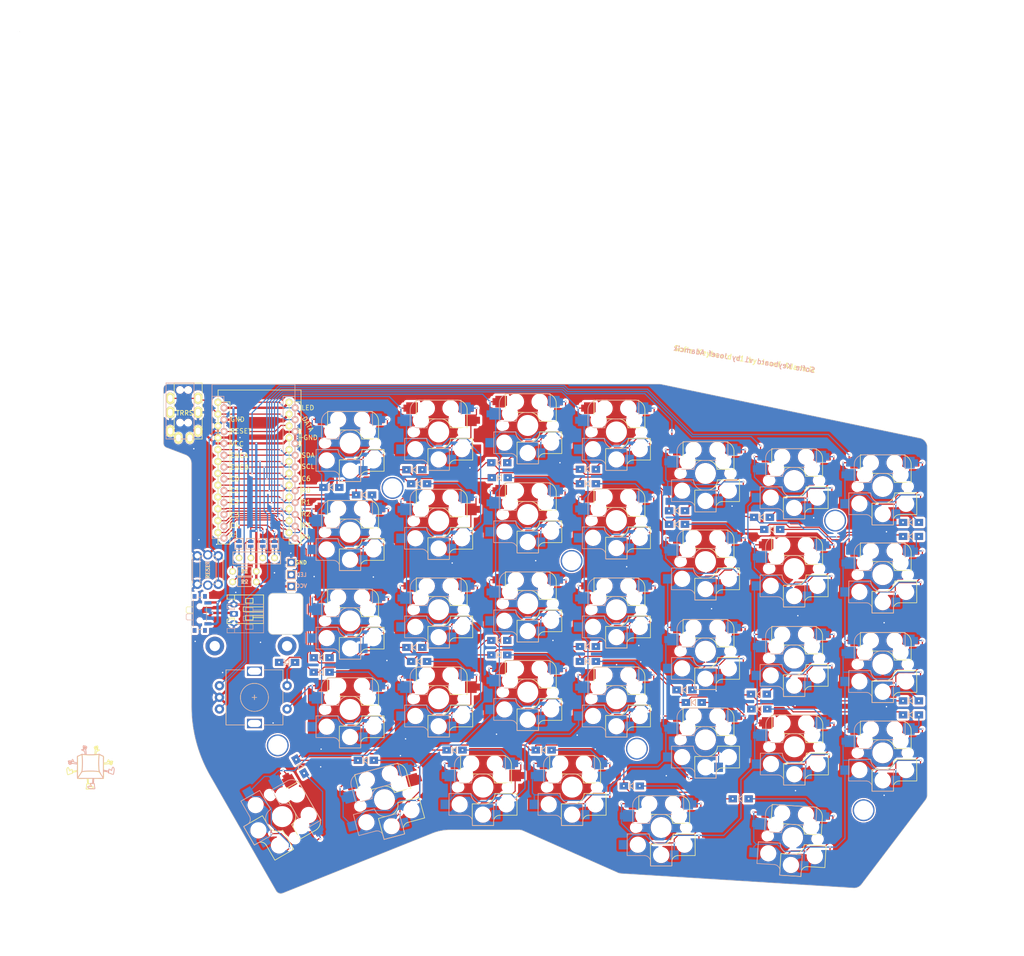
<source format=kicad_pcb>
(kicad_pcb (version 20241229) (generator "pcbnew") (generator_version "9.0")
  (layers (0 "F.Cu" signal) (2 "B.Cu" signal) (13 "F.Paste" user) (15 "B.Paste" user) (5 "F.SilkS" user "F.Silkscreen") (7 "B.SilkS" user "B.Silkscreen") (1 "F.Mask" user) (3 "B.Mask" user) (25 "Edge.Cuts" user))
  (net 0 "")
  (net 1 "Net-(D1-A)")
  (net 2 "row4")
  (net 3 "Net-(D2-A)")
  (net 4 "Net-(D3-A)")
  (net 5 "row0")
  (net 6 "Net-(D4-A)")
  (net 7 "row1")
  (net 8 "Net-(D5-A)")
  (net 9 "row2")
  (net 10 "Net-(D6-A)")
  (net 11 "row3")
  (net 12 "Net-(D7-A)")
  (net 13 "Net-(D8-A)")
  (net 14 "Net-(D9-A)")
  (net 15 "Net-(D10-A)")
  (net 16 "Net-(D11-A)")
  (net 17 "Net-(D12-A)")
  (net 18 "Net-(D13-A)")
  (net 19 "Net-(D14-A)")
  (net 20 "Net-(D15-A)")
  (net 21 "Net-(D16-A)")
  (net 22 "Net-(D17-A)")
  (net 23 "Net-(D18-A)")
  (net 24 "Net-(D19-A)")
  (net 25 "Net-(D20-A)")
  (net 26 "Net-(D21-A)")
  (net 27 "Net-(D22-A)")
  (net 28 "Net-(D23-A)")
  (net 29 "Net-(D24-A)")
  (net 30 "Net-(D26-A)")
  (net 31 "Net-(D27-A)")
  (net 32 "Net-(D28-A)")
  (net 33 "VCC")
  (net 34 "GND")
  (net 35 "col0")
  (net 36 "col1")
  (net 37 "col2")
  (net 38 "col3")
  (net 39 "col4")
  (net 40 "SDA")
  (net 41 "LED")
  (net 42 "SCL")
  (net 43 "RESET")
  (net 44 "Net-(D29-A)")
  (net 45 "Net-(D30-A)")
  (net 46 "Net-(J3-P1)")
  (net 47 "DATA")
  (net 48 "Net-(J3-P3)")
  (net 49 "Net-(J3-P2)")
  (net 50 "Net-(J3-P4)")
  (net 51 "col5")
  (net 52 "col6")
  (net 53 "B_RAW")
  (net 54 "ENCB")
  (net 55 "ENCA")
  (net 56 "Net-(D34-A)")
  (net 57 "Net-(D33-A)")
  (net 58 "Net-(D32-A)")
  (net 59 "Net-(D31-A)")
  (net 60 "Net-(D35-A)")
  (net 61 "row4-sw25")
  (net 64 "/BATT_HIGH")
  (footprint "SofleKeyboard-footprint:RESISTOR_mini" (layer "F.Cu") (at 97.86 77.5 180)
    (property "Reference" "R1")
    (property "Value" "R" (hide yes))
  )
  (footprint "SofleKeyboard-footprint:RESISTOR_mini" (layer "F.Cu") (at 97.86 79.75 180)
    (property "Reference" "R2")
    (property "Value" "R" (hide yes))
  )
  (footprint "SofleKeyboard-footprint:MJ-4PP-9" (layer "F.Cu") (at 85.8 37.1)
    (property "Reference" "J2")
    (property "Value" "4PIN" (hide yes))
  )
  (footprint "SofleKeyboard-footprint:HOLE_M2_TH" (layer "F.Cu") (at 129.6 59.6)
    (property "Reference" "TH3" (hide yes))
    (property "Value" "HOLE" (hide yes))
  )
  (footprint "SofleKeyboard-footprint:HOLE_M2_TH" (layer "F.Cu") (at 224.5 66.6)
    (property "Reference" "TH4" (hide yes))
    (property "Value" "HOLE" (hide yes))
  )
  (footprint "SofleKeyboard-footprint:HOLE_M2_TH" (layer "F.Cu") (at 168 75.25)
    (property "Reference" "TH5" (hide yes))
    (property "Value" "HOLE" (hide yes))
  )
  (footprint "SofleKeyboard-footprint:HOLE_M2_TH" (layer "F.Cu") (at 230.6 128.7)
    (property "Reference" "TH6" (hide yes))
    (property "Value" "HOLE" (hide yes))
  )
  (footprint "SofleKeyboard-footprint:HOLE_M2_TH" (layer "F.Cu") (at 105 114.8 90)
    (property "Reference" "TH7" (hide yes))
    (property "Value" "HOLE" (hide yes))
  )
  (footprint "SofleKeyboard-footprint:ProMicro" (layer "F.Cu") (at 101 56)
    (property "Reference" "U1" (hide yes))
    (property "Value" "ProMicro" (hide yes))
  )
  (footprint "SofleKeyboard-footprint:Jumper" (layer "F.Cu") (at 104.3 71.6 90)
    (property "Reference" "JP1" (hide yes))
    (property "Value" "Jumper_NO_Small" (hide yes))
  )
  (footprint "SofleKeyboard-footprint:Jumper" (layer "F.Cu") (at 101.8 71.6 90)
    (property "Reference" "JP2" (hide yes))
    (property "Value" "Jumper_NO_Small" (hide yes))
  )
  (footprint "SofleKeyboard-footprint:Jumper" (layer "F.Cu") (at 99.2 71.6 90)
    (property "Reference" "JP3" (hide yes))
    (property "Value" "Jumper_NO_Small" (hide yes))
  )
  (footprint "SofleKeyboard-footprint:Sofle_Tactile Switch" (layer "F.Cu") (at 90 77.2 -90)
    (property "Reference" "RSW1" (hide yes))
    (property "Value" "SW_RST" (hide yes))
  )
  (footprint "SofleKeyboard-footprint:Diode_SOD123" (layer "F.Cu") (at 116.5 59.5)
    (property "Reference" "D1" (hide yes))
    (property "Value" "D" (hide yes))
  )
  (footprint "SofleKeyboard-footprint:Diode_SOD123" (layer "F.Cu") (at 134.3 55.7)
    (property "Reference" "D2" (hide yes))
    (property "Value" "D" (hide yes))
  )
  (footprint "SofleKeyboard-footprint:Diode_SOD123" (layer "F.Cu") (at 152.5 54.2)
    (property "Reference" "D3" (hide yes))
    (property "Value" "D" (hide yes))
  )
  (footprint "SofleKeyboard-footprint:Diode_SOD123" (layer "F.Cu") (at 171.5 55.6)
    (property "Reference" "D4" (hide yes))
    (property "Value" "D" (hide yes))
  )
  (footprint "SofleKeyboard-footprint:Diode_SOD123" (layer "F.Cu") (at 190.6 64.5)
    (property "Reference" "D5" (hide yes))
    (property "Value" "D" (hide yes))
  )
  (footprint "SofleKeyboard-footprint:Diode_SOD123" (layer "F.Cu") (at 208.8 65.9)
    (property "Reference" "D6" (hide yes))
    (property "Value" "D" (hide yes))
  )
  (footprint "SofleKeyboard-footprint:Diode_SOD123" (layer "F.Cu") (at 123.5 61.1)
    (property "Reference" "D7" (hide yes))
    (property "Value" "D" (hide yes))
  )
  (footprint "SofleKeyboard-footprint:Diode_SOD123" (layer "F.Cu") (at 135.3 58.7)
    (property "Reference" "D8" (hide yes))
    (property "Value" "D" (hide yes))
  )
  (footprint "SofleKeyboard-footprint:Diode_SOD123" (layer "F.Cu") (at 152.6 57.4)
    (property "Reference" "D9" (hide yes))
    (property "Value" "D" (hide yes))
  )
  (footprint "SofleKeyboard-footprint:Diode_SOD123" (layer "F.Cu") (at 171.5 58.7)
    (property "Reference" "D10" (hide yes))
    (property "Value" "D" (hide yes))
  )
  (footprint "SofleKeyboard-footprint:Diode_SOD123" (layer "F.Cu") (at 190.6 67.4)
    (property "Reference" "D11" (hide yes))
    (property "Value" "D" (hide yes))
  )
  (footprint "SofleKeyboard-footprint:Diode_SOD123" (layer "F.Cu") (at 211 68.5)
    (property "Reference" "D12" (hide yes))
    (property "Value" "D" (hide yes))
  )
  (footprint "SofleKeyboard-footprint:Diode_SOD123" (layer "F.Cu") (at 114.4 96)
    (property "Reference" "D13" (hide yes))
    (property "Value" "D" (hide yes))
  )
  (footprint "SofleKeyboard-footprint:Diode_SOD123" (layer "F.Cu") (at 134.3 93.8)
    (property "Reference" "D14" (hide yes))
    (property "Value" "D" (hide yes))
  )
  (footprint "SofleKeyboard-footprint:Diode_SOD123" (layer "F.Cu") (at 152.5 92.3)
    (property "Reference" "D15" (hide yes))
    (property "Value" "D" (hide yes))
  )
  (footprint "SofleKeyboard-footprint:Diode_SOD123" (layer "F.Cu") (at 171.5 93.6)
    (property "Reference" "D16" (hide yes))
    (property "Value" "D" (hide yes))
  )
  (footprint "SofleKeyboard-footprint:Diode_SOD123" (layer "F.Cu") (at 192.2 102.9)
    (property "Reference" "D17" (hide yes))
    (property "Value" "D" (hide yes))
  )
  (footprint "SofleKeyboard-footprint:Diode_SOD123" (layer "F.Cu") (at 208.15 103.8)
    (property "Reference" "D18" (hide yes))
    (property "Value" "D" (hide yes))
  )
  (footprint "SofleKeyboard-footprint:Diode_SOD123" (layer "F.Cu") (at 114.4 99.1)
    (property "Reference" "D19" (hide yes))
    (property "Value" "D" (hide yes))
  )
  (footprint "SofleKeyboard-footprint:Diode_SOD123" (layer "F.Cu") (at 135.3 96.8)
    (property "Reference" "D20" (hide yes))
    (property "Value" "D" (hide yes))
  )
  (footprint "SofleKeyboard-footprint:Diode_SOD123" (layer "F.Cu") (at 152.5 95.4)
    (property "Reference" "D21" (hide yes))
    (property "Value" "D" (hide yes))
  )
  (footprint "SofleKeyboard-footprint:Diode_SOD123" (layer "F.Cu") (at 171.5 96.8)
    (property "Reference" "D22" (hide yes))
    (property "Value" "D" (hide yes))
  )
  (footprint "SofleKeyboard-footprint:Diode_SOD123" (layer "F.Cu") (at 194.2 105.6)
    (property "Reference" "D23" (hide yes))
    (property "Value" "D" (hide yes))
  )
  (footprint "SofleKeyboard-footprint:Diode_SOD123" (layer "F.Cu") (at 208.25 107)
    (property "Reference" "D24" (hide yes))
    (property "Value" "D" (hide yes))
  )
  (footprint "SofleKeyboard-footprint:Diode_SOD123" (layer "F.Cu") (at 107 97)
    (property "Reference" "D25" (hide yes))
    (property "Value" "D" (hide yes))
  )
  (footprint "SofleKeyboard-footprint:Diode_SOD123" (layer "F.Cu") (at 109.8 119.3 -60)
    (property "Reference" "D26" (hide yes))
    (property "Value" "D" (hide yes))
  )
  (footprint "SofleKeyboard-footprint:Diode_SOD123" (layer "F.Cu") (at 123.9 118)
    (property "Reference" "D27" (hide yes))
    (property "Value" "D" (hide yes))
  )
  (footprint "SofleKeyboard-footprint:Diode_SOD123" (layer "F.Cu") (at 142.9 115.8)
    (property "Reference" "D28" (hide yes))
    (property "Value" "D" (hide yes))
  )
  (footprint "SofleKeyboard-footprint:Diode_SOD123" (layer "F.Cu") (at 162 115.8)
    (property "Reference" "D29" (hide yes))
    (property "Value" "D" (hide yes))
  )
  (footprint "SofleKeyboard-footprint:CherryMX_KailhLowProfile_Hotswap" (layer "F.Cu") (at 120.5 50)
    (property "Reference" "SW1" (hide yes))
    (property "Value" "SW_PUSH" (hide yes))
  )
  (footprint "SofleKeyboard-footprint:CherryMX_KailhLowProfile_Hotswap" (layer "F.Cu") (at 139.5 47.6)
    (property "Reference" "SW2" (hide yes))
    (property "Value" "SW_PUSH" (hide yes))
  )
  (footprint "SofleKeyboard-footprint:CherryMX_KailhLowProfile_Hotswap" (layer "F.Cu") (at 158.6 46.21)
    (property "Reference" "SW3" (hide yes))
    (property "Value" "SW_PUSH" (hide yes))
  )
  (footprint "SofleKeyboard-footprint:CherryMX_KailhLowProfile_Hotswap" (layer "F.Cu") (at 177.6 47.6)
    (property "Reference" "SW4" (hide yes))
    (property "Value" "SW_PUSH" (hide yes))
  )
  (footprint "SofleKeyboard-footprint:CherryMX_KailhLowProfile_Hotswap" (layer "F.Cu") (at 196.7 56.5)
    (property "Reference" "SW5" (hide yes))
    (property "Value" "SW_PUSH" (hide yes))
  )
  (footprint "SofleKeyboard-footprint:CherryMX_KailhLowProfile_Hotswap" (layer "F.Cu") (at 215.7 58)
    (property "Reference" "SW6" (hide yes))
    (property "Value" "SW_PUSH" (hide yes))
  )
  (footprint "SofleKeyboard-footprint:CherryMX_KailhLowProfile_Hotswap" (layer "F.Cu") (at 120.5 69.1)
    (property "Reference" "SW7" (hide yes))
    (property "Value" "SW_PUSH" (hide yes))
  )
  (footprint "SofleKeyboard-footprint:CherryMX_KailhLowProfile_Hotswap" (layer "F.Cu") (at 139.5 66.7)
    (property "Reference" "SW8" (hide yes))
    (property "Value" "SW_PUSH" (hide yes))
  )
  (footprint "SofleKeyboard-footprint:CherryMX_KailhLowProfile_Hotswap" (layer "F.Cu") (at 158.6 65.3)
    (property "Reference" "SW9" (hide yes))
    (property "Value" "SW_PUSH" (hide yes))
  )
  (footprint "SofleKeyboard-footprint:CherryMX_KailhLowProfile_Hotswap" (layer "F.Cu") (at 177.6 66.6)
    (property "Reference" "SW10" (hide yes))
    (property "Value" "SW_PUSH" (hide yes))
  )
  (footprint "SofleKeyboard-footprint:CherryMX_KailhLowProfile_Hotswap" (layer "F.Cu") (at 196.7 75.4)
    (property "Reference" "SW11" (hide yes))
    (property "Value" "SW_PUSH" (hide yes))
  )
  (footprint "SofleKeyboard-footprint:CherryMX_KailhLowProfile_Hotswap" (layer "F.Cu") (at 215.7 76.9)
    (property "Reference" "SW12" (hide yes))
    (property "Value" "SW_PUSH" (hide yes))
  )
  (footprint "SofleKeyboard-footprint:CherryMX_KailhLowProfile_Hotswap" (layer "F.Cu") (at 120.5 88.1)
    (property "Reference" "SW13" (hide yes))
    (property "Value" "SW_PUSH" (hide yes))
  )
  (footprint "SofleKeyboard-footprint:CherryMX_KailhLowProfile_Hotswap" (layer "F.Cu") (at 139.5 85.7)
    (property "Reference" "SW14" (hide yes))
    (property "Value" "SW_PUSH" (hide yes))
  )
  (footprint "SofleKeyboard-footprint:CherryMX_KailhLowProfile_Hotswap" (layer "F.Cu") (at 158.6 84.4)
    (property "Reference" "SW15" (hide yes))
    (property "Value" "SW_PUSH" (hide yes))
  )
  (footprint "SofleKeyboard-footprint:CherryMX_KailhLowProfile_Hotswap" (layer "F.Cu") (at 177.6 85.7)
    (property "Reference" "SW16" (hide yes))
    (property "Value" "SW_PUSH" (hide yes))
  )
  (footprint "SofleKeyboard-footprint:CherryMX_KailhLowProfile_Hotswap" (layer "F.Cu") (at 196.7 94.6)
    (property "Reference" "SW17" (hide yes))
    (property "Value" "SW_PUSH" (hide yes))
  )
  (footprint "SofleKeyboard-footprint:CherryMX_KailhLowProfile_Hotswap" (layer "F.Cu") (at 215.7 96.1)
    (property "Reference" "SW18" (hide yes))
    (property "Value" "SW_PUSH" (hide yes))
  )
  (footprint "SofleKeyboard-footprint:CherryMX_KailhLowProfile_Hotswap" (layer "F.Cu") (at 120.5 107.1)
    (property "Reference" "SW19" (hide yes))
    (property "Value" "SW_PUSH" (hide yes))
  )
  (footprint "SofleKeyboard-footprint:CherryMX_KailhLowProfile_Hotswap" (layer "F.Cu") (at 139.5 104.8)
    (property "Reference" "SW20" (hide yes))
    (property "Value" "SW_PUSH" (hide yes))
  )
  (footprint "SofleKeyboard-footprint:CherryMX_KailhLowProfile_Hotswap" (layer "F.Cu") (at 158.6 103.4)
    (property "Reference" "SW21" (hide yes))
    (property "Value" "SW_PUSH" (hide yes))
  )
  (footprint "SofleKeyboard-footprint:CherryMX_KailhLowProfile_Hotswap" (layer "F.Cu") (at 177.6 104.8)
    (property "Reference" "SW22" (hide yes))
    (property "Value" "SW_PUSH" (hide yes))
  )
  (footprint "SofleKeyboard-footprint:CherryMX_KailhLowProfile_Hotswap" (layer "F.Cu") (at 196.7 113.6)
    (property "Reference" "SW23" (hide yes))
    (property "Value" "SW_PUSH" (hide yes))
  )
  (footprint "SofleKeyboard-footprint:CherryMX_KailhLowProfile_Hotswap" (layer "F.Cu") (at 215.75 115.1)
    (property "Reference" "SW24" (hide yes))
    (property "Value" "SW_PUSH" (hide yes))
  )
  (footprint "SofleKeyboard-footprint:CherryMX_KailhLowProfile_Hotswap_1.5" (layer "F.Cu") (at 105.96 130.07 -60)
    (property "Reference" "SW26" (hide yes))
    (property "Value" "SW_PUSH" (hide yes))
  )
  (footprint "SofleKeyboard-footprint:CherryMX_KailhLowProfile_Hotswap" (layer "F.Cu") (at 127.88 126.42 15)
    (property "Reference" "SW27" (hide yes))
    (property "Value" "SW_PUSH" (hide yes))
  )
  (footprint "SofleKeyboard-footprint:CherryMX_KailhLowProfile_Hotswap" (layer "F.Cu") (at 149 123.75)
    (property "Reference" "SW28" (hide yes))
    (property "Value" "SW_PUSH" (hide yes))
  )
  (footprint "SofleKeyboard-footprint:CherryMX_KailhLowProfile_Hotswap" (layer "F.Cu") (at 168.1 123.75)
    (property "Reference" "SW29" (hide yes))
    (property "Value" "SW_PUSH" (hide yes))
  )
  (footprint "SofleKeyboard-footprint:M2_HOLE_PCB" (layer "F.Cu") (at 91.5 93.5)
    (property "Reference" "TH1" (hide yes))
    (property "Value" "HOLE")
  )
  (footprint "SofleKeyboard-footprint:Jumper" (layer "F.Cu") (at 96.7 71.6 90)
    (property "Reference" "JP4" (hide yes))
    (property "Value" "Jumper_NO_Small" (hide yes))
  )
  (footprint "SofleKeyboard-footprint:LED" (layer "F.Cu") (at 107.9 80.7 180)
    (property "Reference" "J1" (hide yes))
    (property "Value" "LED" (hide yes))
  )
  (footprint "SofleKeyboard-footprint:OLED_4Pin" (layer "F.Cu") (at 96.7 74.6)
    (property "Reference" "J3" (hide yes))
    (property "Value" "OLED" (hide yes))
  )
  (footprint "SofleKeyboard-footprint:Diode_SOD123" (layer "F.Cu") (at 180.9 123.5)
    (property "Reference" "D30" (hide yes))
    (property "Value" "D" (hide yes))
  )
  (footprint "SofleKeyboard-footprint:CherryMX_KailhLowProfile_Hotswap" (layer "F.Cu") (at 187.2 132.4)
    (property "Reference" "SW30" (hide yes))
    (property "Value" "SW_PUSH" (hide yes))
  )
  (footprint "SofleKeyboard-footprint:M2_HOLE_PCB" (layer "F.Cu") (at 107 93.5)
    (property "Reference" "TH2" (hide yes))
    (property "Value" "HOLE")
  )
  (footprint "SofleKeyboard-footprint:RotaryEncoder_Alps_EC11E-Switch_Vertical_H20mm-keebio_modified" (layer "F.Cu") (at 100 104.5)
    (property "Reference" "SW25" (hide yes))
    (property "Value" "Rotary_Encoder_Switch")
  )
  (footprint "SofleKeyboard-footprint:SofleLogoSmall" (layer "F.Cu") (at 65.33813 126.573978)
    (property "Reference" "Ref**" (hide yes))
    (property "Value" "Val**" (hide yes))
  )
  (footprint "SofleKeyboard-footprint:Diode_SOD123" (layer "F.Cu") (at 240.75 108.25)
    (property "Reference" "D34" (hide yes))
    (property "Value" "D" (hide yes))
  )
  (footprint "SofleKeyboard-footprint:CherryMX_KailhLowProfile_Hotswap" (layer "F.Cu") (at 234.7 116.4)
    (property "Reference" "SW34" (hide yes))
    (property "Value" "SW_PUSH" (hide yes))
  )
  (footprint "SofleKeyboard-footprint:CherryMX_KailhLowProfile_Hotswap" (layer "F.Cu") (at 234.7 97.4)
    (property "Reference" "SW33" (hide yes))
    (property "Value" "SW_PUSH" (hide yes))
  )
  (footprint "SofleKeyboard-footprint:Sofle_SW_SPDT_PCM12" (layer "F.Cu") (at 88.6 86.5 -90)
    (property "Reference" "SW_POW1" (hide yes))
    (property "Value" "POWER_SWITCH")
  )
  (footprint "SofleKeyboard-footprint:CherryMX_KailhLowProfile_Hotswap" (layer "F.Cu") (at 234.7 78.2)
    (property "Reference" "SW32" (hide yes))
    (property "Value" "SW_PUSH" (hide yes))
  )
  (footprint "SofleKeyboard-footprint:Diode_SOD123" (layer "F.Cu") (at 240.75 67)
    (property "Reference" "D31" (hide yes))
    (property "Value" "D" (hide yes))
  )
  (footprint "SofleKeyboard-footprint:HOLE_M2_TH" (layer "F.Cu") (at 182 115.5)
    (property "Reference" "TH8" (hide yes))
    (property "Value" "HOLE" (hide yes))
  )
  (footprint "SofleKeyboard-footprint:Diode_SOD123" (layer "F.Cu") (at 204.25 126.25)
    (property "Reference" "D35" (hide yes))
    (property "Value" "D" (hide yes))
  )
  (footprint "SofleKeyboard-footprint:Diode_SOD123" (layer "F.Cu") (at 240.75 70)
    (property "Reference" "D32" (hide yes))
    (property "Value" "D" (hide yes))
  )
  (footprint "SofleKeyboard-footprint:CherryMX_KailhLowProfile_Hotswap" (layer "F.Cu") (at 234.7 59.3)
    (property "Reference" "SW31" (hide yes))
    (property "Value" "SW_PUSH" (hide yes))
  )
  (footprint "SofleKeyboard-footprint:Diode_SOD123" (layer "F.Cu") (at 240.75 105.25)
    (property "Reference" "D33" (hide yes))
    (property "Value" "D" (hide yes))
  )
  (footprint "SofleKeyboard-footprint:CherryMX_KailhLowProfile_Hotswap" (layer "F.Cu") (at 215.380808 134.551718 -3.5)
    (property "Reference" "SW35" (hide yes))
    (property "Value" "SW_PUSH" (hide yes))
  )
  (footprint "SofleKeyboard-footprint:Sofle_JST_PH_S2B-PH-K_1x02_P2.00mm_Horizontal" (layer "F.Cu") (at 95.6 86.6 90)
    (property "Reference" "BATT_HIGH1" (hide yes))
    (property "Value" "BATT_GND")
  )
  (footprint "SofleKeyboard-footprint:Jumper" (layer "B.Cu") (at 101.8 71.6 90)
    (property "Reference" "JP6" (hide yes))
    (property "Value" "Jumper_NO_Small" (hide yes))
  )
  (footprint "SofleKeyboard-footprint:Jumper" (layer "B.Cu") (at 99.2 71.6 90)
    (property "Reference" "JP7" (hide yes))
    (property "Value" "Jumper_NO_Small" (hide yes))
  )
  (footprint "SofleKeyboard-footprint:Jumper" (layer "B.Cu") (at 96.7 71.6 90)
    (property "Reference" "JP8" (hide yes))
    (property "Value" "Jumper_NO_Small" (hide yes))
  )
  (footprint "SofleKeyboard-footprint:Jumper" (layer "B.Cu") (at 104.3 71.6 90)
    (property "Reference" "JP5" (hide yes))
    (property "Value" "Jumper_NO_Small" (hide yes))
  )
  (footprint "SofleKeyboard-footprint:SofleLogoSmall" (layer "B.Cu") (at 64.37813 126.513978 180)
    (property "Reference" "Ref**" (hide yes))
    (property "Value" "Val**" (hide yes))
  )
  (gr_line (start 109.2 46.8) (end 109.6 46.8) (stroke (width 0.15)) (layer "F.SilkS"))
  (gr_line (start 109.6 50.8) (end 109.2 50.8) (stroke (width 0.15)) (layer "F.SilkS"))
  (gr_line (start 109.6 48.8) (end 110.4 48.8) (stroke (width 0.15)) (layer "F.SilkS"))
  (gr_line (start 109.6 50.8) (end 109.6 46.8) (stroke (width 0.15)) (layer "F.SilkS"))
  (gr_arc (start 156.688163 132.915912) (mid 157.164167 132.9657) (end 157.619555 133.112936) (stroke (width 0.1)) (layer "Edge.Cuts"))
  (gr_line (start 104.918207 146.31232) (end 104.77107 146.16833) (stroke (width 0.1)) (layer "Edge.Cuts"))
  (gr_arc (start 85.212126 52.5093) (mid 86.146834 53.243366) (end 86.500033 54.378189) (stroke (width 0.1)) (layer "Edge.Cuts"))
  (gr_arc (start 109.4 82.2) (mid 110.107107 82.492893) (end 110.4 83.2) (stroke (width 0.15)) (layer "Edge.Cuts"))
  (gr_line (start 178.659729 142.27611) (end 228.438156 145.370271) (stroke (width 0.1)) (layer "Edge.Cuts"))
  (gr_line (start 49.676679 -38.227998) (end 49.676679 -38.227998) (stroke (width 0.1)) (layer "Edge.Cuts"))
  (gr_line (start 242.657824 48.918368) (end 187.302622 37.388517) (stroke (width 0.1)) (layer "Edge.Cuts"))
  (gr_line (start 140.020141 133.100702) (end 139.545048 133.204021) (stroke (width 0.1)) (layer "Edge.Cuts"))
  (gr_line (start 141.956108 132.915912) (end 141.468402 132.927502) (stroke (width 0.1)) (layer "Edge.Cuts"))
  (gr_line (start 80.5 50.024795) (end 80.5 38.325398) (stroke (width 0.1)) (layer "Edge.Cuts"))
  (gr_line (start 104 82.2) (end 109.4 82.2) (stroke (width 0.15)) (layer "Edge.Cuts"))
  (gr_arc (start 110.4 90) (mid 110.107107 90.707107) (end 109.4 91) (stroke (width 0.15)) (layer "Edge.Cuts"))
  (gr_arc (start 178.659729 142.27611) (mid 178.258652 142.214687) (end 177.874609 142.083742) (stroke (width 0.1)) (layer "Edge.Cuts"))
  (gr_arc (start 104 91) (mid 103.292893 90.707107) (end 103 90) (stroke (width 0.15)) (layer "Edge.Cuts"))
  (gr_arc (start 80.5 38.325398) (mid 80.792894 37.618292) (end 81.500001 37.325398) (stroke (width 0.1)) (layer "Edge.Cuts"))
  (gr_line (start 110.4 83.2) (end 110.4 90) (stroke (width 0.15)) (layer "Edge.Cuts"))
  (gr_line (start 86.501261 106.350765) (end 86.500033 54.378189) (stroke (width 0.1)) (layer "Edge.Cuts"))
  (gr_line (start 103 90) (end 103 83.2) (stroke (width 0.15)) (layer "Edge.Cuts"))
  (gr_line (start 141.468402 132.927502) (end 140.982629 132.962302) (stroke (width 0.1)) (layer "Edge.Cuts"))
  (gr_line (start 105.668308 146.57198) (end 105.465848 146.55768) (stroke (width 0.1)) (layer "Edge.Cuts"))
  (gr_arc (start 186.690887 37.325485) (mid 186.998374 37.341284) (end 187.302622 37.388517) (stroke (width 0.1)) (layer "Edge.Cuts"))
  (gr_line (start 230.148182 144.592634) (end 243.843504 126.535947) (stroke (width 0.1)) (layer "Edge.Cuts"))
  (gr_line (start 138.154128 133.648551) (end 106.075202 146.48948) (stroke (width 0.1)) (layer "Edge.Cuts"))
  (gr_line (start 81.500001 37.325398) (end 186.690887 37.325485) (stroke (width 0.1)) (layer "Edge.Cuts"))
  (gr_arc (start 230.148182 144.592634) (mid 229.390151 145.194721) (end 228.438156 145.370271) (stroke (width 0.1)) (layer "Edge.Cuts"))
  (gr_arc (start 244.25 125.327334) (mid 244.145644 125.964899) (end 243.843504 126.535947) (stroke (width 0.1)) (layer "Edge.Cuts"))
  (gr_line (start 109.4 91) (end 104 91) (stroke (width 0.15)) (layer "Edge.Cuts"))
  (gr_line (start 156.688163 132.915912) (end 141.956108 132.915912) (stroke (width 0.1)) (layer "Edge.Cuts"))
  (gr_line (start 104.649386 145.99593) (end 90.474777 121.270584) (stroke (width 0.1)) (layer "Edge.Cuts"))
  (gr_line (start 105.270246 146.50858) (end 105.086149 146.42628) (stroke (width 0.1)) (layer "Edge.Cuts"))
  (gr_line (start 138.61123 133.478101) (end 138.154128 133.648551) (stroke (width 0.1)) (layer "Edge.Cuts"))
  (gr_arc (start 103 83.2) (mid 103.292893 82.492893) (end 104 82.2) (stroke (width 0.15)) (layer "Edge.Cuts"))
  (gr_line (start 139.07514 133.329881) (end 138.61123 133.478101) (stroke (width 0.1)) (layer "Edge.Cuts"))
  (gr_arc (start 90.474777 121.270584) (mid 87.511746 114.07068) (end 86.501261 106.350765) (stroke (width 0.1)) (layer "Edge.Cuts"))
  (gr_line (start 157.619555 133.112936) (end 177.874609 142.083742) (stroke (width 0.1)) (layer "Edge.Cuts"))
  (gr_line (start 139.545048 133.204021) (end 139.07514 133.329881) (stroke (width 0.1)) (layer "Edge.Cuts"))
  (gr_arc (start 242.657824 48.918368) (mid 243.801699 49.614536) (end 244.25 50.876347) (stroke (width 0.1)) (layer "Edge.Cuts"))
  (gr_arc (start 81.143953 50.959263) (mid 80.676578 50.592225) (end 80.5 50.024795) (stroke (width 0.1)) (layer "Edge.Cuts"))
  (gr_line (start 244.25 125.327334) (end 244.25 50.876347) (stroke (width 0.1)) (layer "Edge.Cuts"))
  (gr_line (start 85.212126 52.5093) (end 81.143953 50.959263) (stroke (width 0.1)) (layer "Edge.Cuts"))
  (gr_line (start 105.872976 146.54978) (end 105.668308 146.57198) (stroke (width 0.1)) (layer "Edge.Cuts"))
  (gr_line (start 105.086149 146.42628) (end 104.918207 146.31232) (stroke (width 0.1)) (layer "Edge.Cuts"))
  (gr_line (start 104.77107 146.16833) (end 104.649386 145.99593) (stroke (width 0.1)) (layer "Edge.Cuts"))
  (gr_line (start 140.982629 132.962302) (end 140.499606 133.020102) (stroke (width 0.1)) (layer "Edge.Cuts"))
  (gr_line (start 140.499606 133.020102) (end 140.020141 133.100702) (stroke (width 0.1)) (layer "Edge.Cuts"))
  (gr_line (start 105.465848 146.55768) (end 105.270246 146.50858) (stroke (width 0.1)) (layer "Edge.Cuts"))
  (gr_line (start 106.075202 146.48948) (end 105.872976 146.54978) (stroke (width 0.1)) (layer "Edge.Cuts"))
  (gr_text "R3" (at 110 68.25 0) (layer "F.SilkS") (effects (font (size 1 1)) (justify left bottom)))
  (gr_text "VCC" (at 94.75 50.75 0) (layer "F.SilkS") (effects (font (size 1 1)) (justify left bottom)))
  (gr_text "C3" (at 94.75 66 0) (layer "F.SilkS") (effects (font (size 1 1)) (justify left bottom)))
  (gr_text "GND" (at 94.75 45.5 0) (layer "F.SilkS") (effects (font (size 1 1)) (justify left bottom)))
  (gr_text "LED" (at 110 43 0) (layer "F.SilkS") (effects (font (size 1 1)) (justify left bottom)))
  (gr_text "C1" (at 94.75 60.75 0) (layer "F.SilkS") (effects (font (size 1 1)) (justify left bottom)))
  (gr_text "GND" (at 110.4 49.4 0) (layer "F.SilkS") (effects (font (size 1 1)) (justify left bottom)))
  (gr_text "R0" (at 110 60.75 0) (layer "F.SilkS") (effects (font (size 1 1)) (justify left bottom)))
  (gr_text "R2" (at 110 65.75 0) (layer "F.SilkS") (effects (font (size 1 1)) (justify left bottom)))
  (gr_text "DATA" (at 110 44.6 300) (layer "F.SilkS") (effects (font (size 1 1)) (justify left bottom)))
  (gr_text "ENCB" (at 94.75 55.75 0) (layer "F.SilkS") (effects (font (size 1 1)) (justify left bottom)))
  (gr_text "C4" (at 94.75 68.25 0) (layer "F.SilkS") (effects (font (size 1 1)) (justify left bottom)))
  (gr_text "ENCA" (at 94.75 53.25 0) (layer "F.SilkS") (effects (font (size 1 1)) (justify left bottom)))
  (gr_text "C5" (at 94.75 70.25 3) (layer "F.SilkS") (effects (font (size 0.8 0.8) (thickness 0.1)) (justify left bottom)))
  (gr_text "RESET" (at 94.75 48 0) (layer "F.SilkS") (effects (font (size 1 1)) (justify left bottom)))
  (gr_text "C6" (at 110 58.2 0) (layer "F.SilkS") (effects (font (size 1 1)) (justify left bottom)))
  (gr_text "R4" (at 109.988815 70.75 0) (layer "F.SilkS") (effects (font (size 1 1)) (justify left bottom)))
  (gr_text "C2" (at 94.75 63.25 0) (layer "F.SilkS") (effects (font (size 1 1)) (justify left bottom)))
  (gr_text "SCL" (at 110 55.6 0) (layer "F.SilkS") (effects (font (size 1 1)) (justify left bottom)))
  (gr_text "SDA" (at 110 53.2 0) (layer "F.SilkS") (effects (font (size 1 1)) (justify left bottom)))
  (gr_text "R1" (at 110 63.25 0) (layer "F.SilkS") (effects (font (size 1 1)) (justify left bottom)))
  (gr_text "C0" (at 94.75 58.25 0) (layer "F.SilkS") (effects (font (size 1 1)) (justify left bottom)))
  (gr_text "Sofle Keyboard v1 by Josef Adamcik" (at 205.1 32 -9) (layer "F.SilkS") (effects (font (size 1.1 1.1) (thickness 0.2))))
  (gr_text "Sofle Keyboard v1 by Josef Adamcik" (at 205 32 -9) (layer "B.SilkS") (effects (font (size 1.1 1.1) (thickness 0.2)) (justify mirror)))
  (segment (start 127.4 51.2) (end 127.2 51.4) (width 0.25) (layer "F.Cu") (net 1))
  (segment (start 123.299992 53.075736) (end 123.299992 53.5) (width 0.25) (layer "F.Cu") (net 1))
  (segment (start 129 47.5) (end 127.44 47.5) (width 0.25) (layer "F.Cu") (net 1))
  (segment (start 124.975728 51.4) (end 123.299992 53.075736) (width 0.25) (layer "F.Cu") (net 1))
  (segment (start 127.2 51.4) (end 124.975728 51.4) (width 0.25) (layer "F.Cu") (net 1))
  (segment (start 117.7 55.8) (end 120 53.5) (width 0.25) (layer "F.Cu") (net 1))
  (segment (start 128.5 44.9) (end 128.5 46.36) (width 0.25) (layer "F.Cu") (net 1))
  (segment (start 127.44 47.5) (end 127.4 47.46) (width 0.25) (layer "F.Cu") (net 1))
  (segment (start 117.7 55.9) (end 117.7 59) (width 0.25) (layer "F.Cu") (net 1))
  (segment (start 117.7 59) (end 118.2 59.5) (width 0.25) (layer "F.Cu") (net 1))
  (segment (start 127.4 47.46) (end 127.4 51.2) (width 0.25) (layer "F.Cu") (net 1))
  (segment (start 120 53.5) (end 122.875728 53.5) (width 0.25) (layer "F.Cu") (net 1))
  (segment (start 122.875728 53.5) (end 123.299992 53.5) (width 0.25) (layer "F.Cu") (net 1))
  (segment (start 117.7 55.9) (end 117.7 55.8) (width 0.25) (layer "F.Cu") (net 1))
  (segment (start 128.5 46.36) (end 127.4 47.46) (width 0.25) (layer "F.Cu") (net 1))
  (via (at 123.299992 53.5) (size 0.4) (drill 0.3) (layers "F.Cu" "B.Cu") (net 1))
  (via (at 128.5 44.9) (size 0.4) (drill 0.3) (layers "F.Cu" "B.Cu") (net 1))
  (segment (start 123.3 53.500008) (end 123.299992 53.5) (width 0.25) (layer "B.Cu") (net 1))
  (segment (start 127.7 44.9) (end 128.5 44.9) (width 0.25) (layer "B.Cu") (net 1))
  (segment (start 127.68 44.92) (end 127.7 44.9) (width 0.25) (layer "B.Cu") (net 1))
  (segment (start 123.3 55.9) (end 123.3 53.500008) (width 0.25) (layer "B.Cu") (net 1))
  (segment (start 126.1 44.92) (end 127.68 44.92) (width 0.25) (layer "B.Cu") (net 1))
  (segment (start 106.198046 67.883001) (end 106.138665 67.883001) (width 0.25) (layer "F.Cu") (net 2))
  (segment (start 160.3 115.8) (end 159.15 115.8) (width 0.25) (layer "F.Cu") (net 2))
  (segment (start 109.122243 118) (end 108.95 117.827757) (width 0.25) (layer "F.Cu") (net 2))
  (segment (start 109.924999 96) (end 110.825001 96.900002) (width 0.25) (layer "F.Cu") (net 2))
  (segment (start 178.05 119.4) (end 179.2 119.4) (width 0.25) (layer "F.Cu") (net 2))
  (segment (start 160.3 115.8) (end 160.3 114.8) (width 0.25) (layer "F.Cu") (net 2))
  (segment (start 180.55 124.85) (end 196.55 124.85) (width 0.25) (layer "F.Cu") (net 2))
  (segment (start 179.2 123.5) (end 180.55 124.85) (width 0.25) (layer "F.Cu") (net 2))
  (segment (start 180 122.8) (end 179 122.8) (width 0.25) (layer "F.Cu") (net 2))
  (segment (start 158.074999 114.724999) (end 142.425001 114.724999) (width 0.25) (layer "F.Cu") (net 2))
  (segment (start 122.35 118) (end 122.2 118) (width 0.25) (layer "F.Cu") (net 2))
  (segment (start 179.2 119.4) (end 179.2 123.5) (width 0.25) (layer "F.Cu") (net 2))
  (segment (start 106.45 97) (end 107.525001 95.924999) (width 0.25) (layer "F.Cu") (net 2))
  (segment (start 95.940948 66.000022) (end 94.8 67.14097) (width 0.25) (layer "F.Cu") (net 2))
  (segment (start 111.098989 72.745919) (end 111.098989 72.747318) (width 0.25) (layer "F.Cu") (net 2))
  (segment (start 141.2 115.8) (end 124.55 115.8) (width 0.25) (layer "F.Cu") (net 2))
  (segment (start 94.8 67.14097) (end 94.8 68.2) (width 0.25) (layer "F.Cu") (net 2))
  (segment (start 93.83 69.17) (end 92.18 69.17) (width 0.25) (layer "F.Cu") (net 2))
  (segment (start 111.098989 72.747318) (end 111.099011 72.74734) (width 0.25) (layer "F.Cu") (net 2))
  (segment (start 108.718815 70.365745) (end 111.098989 72.745919) (width 0.25) (layer "F.Cu") (net 2))
  (segment (start 202.55 126.25) (end 197.95 126.25) (width 0.25) (layer "F.Cu") (net 2))
  (segment (start 122.2 118) (end 109.122243 118) (width 0.25) (layer "F.Cu") (net 2))
  (segment (start 104.255686 66.000022) (end 95.940948 66.000022) (width 0.25) (layer "F.Cu") (net 2))
  (segment (start 142.425001 114.724999) (end 141.35 115.8) (width 0.25) (layer "F.Cu") (net 2))
  (segment (start 160.375001 114.724999) (end 173.374999 114.724999) (width 0.25) (layer "F.Cu") (net 2))
  (segment (start 111.099011 94.600989) (end 110.825001 94.874999) (width 0.25) (layer "F.Cu") (net 2))
  (segment (start 94.8 68.2) (end 93.83 69.17) (width 0.25) (layer "F.Cu") (net 2))
  (segment (start 160.3 114.8) (end 160.375001 114.724999) (width 0.25) (layer "F.Cu") (net 2))
  (segment (start 110.825001 94.874999) (end 110.825001 115.952756) (width 0.25) (layer "F.Cu") (net 2))
  (segment (start 159.15 115.8) (end 158.074999 114.724999) (width 0.25) (layer "F.Cu") (net 2))
  (segment (start 111.099011 72.74734) (end 111.099011 94.600989) (width 0.25) (layer "F.Cu") (net 2))
  (segment (start 107.525001 95.924999) (end 109.924999 95.924999) (width 0.25) (layer "F.Cu") (net 2))
  (segment (start 124.55 115.8) (end 122.35 118) (width 0.25) (layer "F.Cu") (net 2))
  (segment (start 105.3 97) (end 106.45 97) (width 0.25) (layer "F.Cu") (net 2))
  (segment (start 173.374999 114.724999) (end 178.05 119.4) (width 0.25) (layer "F.Cu") (net 2))
  (segment (start 106.138665 67.883001) (end 104.255686 66.000022) (width 0.25) (layer "F.Cu") (net 2))
  (segment (start 197.95 126.25) (end 196.55 124.85) (width 0.25) (layer "F.Cu") (net 2))
  (segment (start 141.35 115.8) (end 141.2 115.8) (width 0.25) (layer "F.Cu") (net 2))
  (segment (start 110.825001 115.952756) (end 108.95 117.827757) (width 0.25) (layer "F.Cu") (net 2))
  (via (at 106.198046 67.883001) (size 0.4) (drill 0.3) (layers "F.Cu" "B.Cu") (net 2))
  (segment (start 106.2 67.944336) (end 106.2 69.8) (width 0.25) (layer "B.Cu") (net 2))
  (segment (start 106.77 70.37) (end 108.77 70.37) (width 0.25) (layer "B.Cu") (net 2))
  (segment (start 106.198046 67.942382) (end 106.2 67.944336) (width 0.25) (layer "B.Cu") (net 2))
  (segment (start 106.198046 67.883001) (end 106.198046 67.942382) (width 0.25) (layer "B.Cu") (net 2))
  (segment (start 106.2 69.8) (end 106.77 70.37) (width 0.25) (layer "B.Cu") (net 2))
  (segment (start 146.44 45.1) (end 146.4 45.06) (width 0.25) (layer "F.Cu") (net 3))
  (segment (start 142.3 50.57573) (end 142.3 50.999994) (width 0.25) (layer "F.Cu") (net 3))
  (segment (start 146.4 48.8) (end 146.2 49) (width 0.25) (layer "F.Cu") (net 3))
  (segment (start 147.6 42.5) (end 147.6 43.86) (width 0.25) (layer "F.Cu") (net 3))
  (segment (start 136.7 53.5) (end 136.7 55) (width 0.25) (layer "F.Cu") (net 3))
  (segment (start 141.875736 50.999994) (end 142.3 50.999994) (width 0.25) (layer "F.Cu") (net 3))
  (segment (start 148 45.1) (end 146.44 45.1) (width 0.25) (layer "F.Cu") (net 3))
  (segment (start 146.2 49) (end 143.87573 49) (width 0.25) (layer "F.Cu") (net 3))
  (segment (start 136.7 55) (end 136 55.7) (width 0.25) (layer "F.Cu") (net 3))
  (segment (start 139.100006 50.999994) (end 141.875736 50.999994) (width 0.25) (layer "F.Cu") (net 3))
  (segment (start 146.4 45.06) (end 146.4 48.8) (width 0.25) (layer "F.Cu") (net 3))
  (segment (start 147.6 43.86) (end 146.4 45.06) (width 0.25) (layer "F.Cu") (net 3))
  (segment (start 136.7 53.5) (end 136.7 53.6) (width 0.25) (layer "F.Cu") (net 3))
  (segment (start 143.87573 49) (end 142.3 50.57573) (width 0.25) (layer "F.Cu") (net 3))
  (segment (start 136.7 53.4) (end 139.100006 50.999994) (width 0.25) (layer "F.Cu") (net 3))
  (via (at 147.6 42.5) (size 0.4) (drill 0.3) (layers "F.Cu" "B.Cu") (net 3))
  (via (at 142.3 50.999994) (size 0.4) (drill 0.3) (layers "F.Cu" "B.Cu") (net 3))
  (segment (start 146.7 42.5) (end 147.6 42.5) (width 0.25) (layer "B.Cu") (net 3))
  (segment (start 142.3 53.5) (end 142.3 50.999994) (width 0.25) (layer "B.Cu") (net 3))
  (segment (start 146.68 42.52) (end 146.7 42.5) (width 0.25) (layer "B.Cu") (net 3))
  (segment (start 145.1 42.52) (end 146.68 42.52) (width 0.25) (layer "B.Cu") (net 3))
  (segment (start 167.1 43.71) (end 165.54 43.71) (width 0.25) (layer "F.Cu") (net 4))
  (segment (start 166.7 41.1) (end 166.7 42.47) (width 0.25) (layer "F.Cu") (net 4))
  (segment (start 161.4 49.175736) (end 161.4 49.6) (width 0.25) (layer "F.Cu") (net 4))
  (segment (start 155.8 52) (end 158.2 49.6) (width 0.25) (layer "F.Cu") (net 4))
  (segment (start 160.975736 49.6) (end 161.4 49.6) (width 0.25) (layer "F.Cu") (net 4))
  (segment (start 155.8 52.11) (end 155.8 52.21) (width 0.25) (layer "F.Cu") (net 4))
  (segment (start 155.8 52.21) (end 154.2 53.81) (width 0.25) (layer "F.Cu") (net 4))
  (segment (start 165.54 43.71) (end 165.5 43.67) (width 0.25) (layer "F.Cu") (net 4))
  (segment (start 162.975736 47.6) (end 161.4 49.175736) (width 0.25) (layer "F.Cu") (net 4))
  (segment (start 166.7 42.47) (end 165.5 43.67) (width 0.25) (layer "F.Cu") (net 4))
  (segment (start 165.5 43.66) (end 165.5 47.4) (width 0.25) (layer "F.Cu") (net 4))
  (segment (start 154.2 53.81) (end 154.2 54.2) (width 0.25) (layer "F.Cu") (net 4))
  (segment (start 165.3 47.6) (end 162.975736 47.6) (width 0.25) (layer "F.Cu") (net 4))
  (segment (start 165.5 47.4) (end 165.3 47.6) (width 0.25) (layer "F.Cu") (net 4))
  (segment (start 158.2 49.6) (end 160.975736 49.6) (width 0.25) (layer "F.Cu") (net 4))
  (via (at 161.4 49.6) (size 0.4) (drill 0.3) (layers "F.Cu" "B.Cu") (net 4))
  (via (at 166.7 41.1) (size 0.4) (drill 0.3) (layers "F.Cu" "B.Cu") (net 4))
  (segment (start 165.8 41.11) (end 166.69 41.11) (width 0.25) (layer "B.Cu") (net 4))
  (segment (start 161.4 50.024264) (end 161.4 49.6) (width 0.25) (layer "B.Cu") (net 4))
  (segment (start 161.4 52.1) (end 161.4 50.024264) (width 0.25) (layer "B.Cu") (net 4))
  (segment (start 165.78 41.13) (end 165.8 41.11) (width 0.25) (layer "B.Cu") (net 4))
  (segment (start 164.2 41.13) (end 165.78 41.13) (width 0.25) (layer "B.Cu") (net 4))
  (segment (start 166.69 41.11) (end 166.7 41.1) (width 0.25) (layer "B.Cu") (net 4))
  (segment (start 152.3 55.55) (end 150.95 54.2) (width 0.25) (layer "F.Cu") (net 5))
  (segment (start 230.351 69.149) (end 231.9 67.6) (width 0.25) (layer "F.Cu") (net 5))
  (segment (start 188.9 61.4) (end 184.2 56.7) (width 0.25) (layer "F.Cu") (net 5))
  (segment (start 133.825001 56.775001) (end 132.75 55.7) (width 0.25) (layer "F.Cu") (net 5))
  (segment (start 238.45 67.6) (end 239.05 67) (width 0.25) (layer "F.Cu") (net 5))
  (segment (start 150.8 54.2) (end 149.65 54.2) (width 0.25) (layer "F.Cu") (net 5))
  (segment (start 207.1 65.9) (end 205.8 65.9) (width 0.25) (layer "F.Cu") (net 5))
  (segment (start 152.3 55.6) (end 152.3 55.55) (width 0.25) (layer "F.Cu") (net 5))
  (segment (start 114.8 59.5) (end 115 59.5) (width 0.25) (layer "F.Cu") (net 5))
  (segment (start 227.051 69.149) (end 230.351 69.149) (width 0.25) (layer "F.Cu") (net 5))
  (segment (start 114.8 59.5) (end 109.42456 59.5) (width 0.25) (layer "F.Cu") (net 5))
  (segment (start 121.101002 58) (end 118.8 58) (width 0.25) (layer "F.Cu") (net 5))
  (segment (start 132.6 55.7) (end 123.401002 55.7) (width 0.25) (layer "F.Cu") (net 5))
  (segment (start 226.1 70.1) (end 227.051 69.149) (width 0.25) (layer "F.Cu") (net 5))
  (segment (start 147.074999 56.775001) (end 133.825001 56.775001) (width 0.25) (layer "F.Cu") (net 5))
  (segment (start 205.8 65.9) (end 205.6 65.7) (width 0.25) (layer "F.Cu") (net 5))
  (segment (start 109.42456 59.5) (end 108.718815 60.205745) (width 0.25) (layer "F.Cu") (net 5))
  (segment (start 149.65 54.2) (end 147.074999 56.775001) (width 0.25) (layer "F.Cu") (net 5))
  (segment (start 231.9 67.6) (end 238.45 67.6) (width 0.25) (layer "F.Cu") (net 5))
  (segment (start 132.75 55.7) (end 132.6 55.7) (width 0.25) (layer "F.Cu") (net 5))
  (segment (start 188.9 64.5) (end 188.9 61.4) (width 0.25) (layer "F.Cu") (net 5))
  (segment (start 170.9 56.7) (end 169.8 55.6) (width 0.25) (layer "F.Cu") (net 5))
  (segment (start 190.1 65.7) (end 188.9 64.5) (width 0.25) (layer "F.Cu") (net 5))
  (segment (start 224.8 70.1) (end 226.1 70.1) (width 0.25) (layer "F.Cu") (net 5))
  (segment (start 123.401002 55.7) (end 121.101002 58) (width 0.25) (layer "F.Cu") (net 5))
  (segment (start 105.69 59.01) (end 105.7 59) (width 0.25) (layer "F.Cu") (net 5))
  (segment (start 169.8 55.6) (end 152.3 55.6) (width 0.25) (layer "F.Cu") (net 5))
  (segment (start 184.2 56.7) (end 170.9 56.7) (width 0.25) (layer "F.Cu") (net 5))
  (segment (start 92.18 59.01) (end 105.69 59.01) (width 0.25) (layer "F.Cu") (net 5))
  (segment (start 205.6 65.7) (end 190.1 65.7) (width 0.25) (layer "F.Cu") (net 5))
  (segment (start 150.95 54.2) (end 150.8 54.2) (width 0.25) (layer "F.Cu") (net 5))
  (via (at 224.8 70.1) (size 0.4) (drill 0.3) (layers "F.Cu" "B.Cu") (net 5))
  (via (at 118.8 58) (size 0.4) (drill 0.3) (layers "F.Cu" "B.Cu") (net 5))
  (via (at 105.7 59) (size 0.4) (drill 0.3) (layers "F.Cu" "B.Cu") (net 5))
  (segment (start 105.899999 59.199999) (end 105.7 59) (width 0.25) (layer "B.Cu") (net 5))
  (segment (start 108.77 60.21) (end 106.91 60.21) (width 0.25) (layer "B.Cu") (net 5))
  (segment (start 114.851 59.449) (end 114.851 59.5) (width 0.25) (layer "B.Cu") (net 5))
  (segment (start 222.5 70.1) (end 220.9 68.5) (width 0.25) (layer "B.Cu") (net 5))
  (segment (start 216.5 67.1) (end 208.3 67.1) (width 0.25) (layer "B.Cu") (net 5))
  (segment (start 224.8 70.1) (end 222.5 70.1) (width 0.25) (layer "B.Cu") (net 5))
  (segment (start 118.8 58) (end 116.3 58) (width 0.25) (layer "B.Cu") (net 5))
  (segment (start 208.3 67.1) (end 207.1 65.9) (width 0.25) (layer "B.Cu") (net 5))
  (segment (start 106.91 60.21) (end 105.899999 59.199999) (width 0.25) (layer "B.Cu") (net 5))
  (segment (start 116.3 58) (end 114.851 59.449) (width 0.25) (layer "B.Cu") (net 5))
  (segment (start 217.9 68.5) (end 216.5 67.1) (width 0.25) (layer "B.Cu") (net 5))
  (segment (start 220.9 68.5) (end 217.9 68.5) (width 0.25) (layer "B.Cu") (net 5))
  (segment (start 174.8 53.4) (end 177.199996 51.000004) (width 0.25) (layer "F.Cu") (net 6))
  (segment (start 185.7 42.5) (end 185.7 43.86) (width 0.25) (layer "F.Cu") (net 6))
  (segment (start 179.975736 51.000004) (end 180.4 51.000004) (width 0.25) (layer "F.Cu") (net 6))
  (segment (start 180.4 50.57574) (end 180.4 51.000004) (width 0.25) (layer "F.Cu") (net 6))
  (segment (start 185.7 43.86) (end 184.5 45.06) (width 0.25) (layer "F.Cu") (net 6))
  (segment (start 177.199996 51.000004) (end 179.975736 51.000004) (width 0.25) (layer "F.Cu") (net 6))
  (segment (start 184.5 45.06) (end 184.5 48.8) (width 0.25) (layer "F.Cu") (net 6))
  (segment (start 174.8 53.6) (end 173.2 55.2) (width 0.25) (layer "F.Cu") (net 6))
  (segment (start 184.3 49) (end 181.97574 49) (width 0.25) (layer "F.Cu") (net 6))
  (segment (start 184.5 48.8) (end 184.3 49) (width 0.25) (layer "F.Cu") (net 6))
  (segment (start 181.97574 49) (end 180.4 50.57574) (width 0.25) (layer "F.Cu") (net 6))
  (segment (start 186.1 45.1) (end 184.54 45.1) (width 0.25) (layer "F.Cu") (net 6))
  (segment (start 173.2 55.2) (end 173.2 55.6) (width 0.25) (layer "F.Cu") (net 6))
  (segment (start 184.54 45.1) (end 184.5 45.06) (width 0.25) (layer "F.Cu") (net 6))
  (segment (start 174.8 53.5) (end 174.8 53.6) (width 0.25) (layer "F.Cu") (net 6))
  (via (at 180.4 51.000004) (size 0.4) (drill 0.3) (layers "F.Cu" "B.Cu") (net 6))
  (via (at 185.7 42.5) (size 0.4) (drill 0.3) (layers "F.Cu" "B.Cu") (net 6))
  (segment (start 184.78 42.52) (end 184.8 42.5) (width 0.25) (layer "B.Cu") (net 6))
  (segment (start 180.4 53.5) (end 180.4 51.000004) (width 0.25) (layer "B.Cu") (net 6))
  (segment (start 183.2 42.52) (end 184.78 42.52) (width 0.25) (layer "B.Cu") (net 6))
  (segment (start 184.8 42.5) (end 185.7 42.5) (width 0.25) (layer "B.Cu") (net 6))
  (segment (start 169.8 58.7) (end 168.65 58.7) (width 0.25) (layer "F.Cu") (net 7))
  (segment (start 152.075001 56.374999) (end 151.05 57.4) (width 0.25) (layer "F.Cu") (net 7))
  (segment (start 134.85 57.6) (end 133.75 58.7) (width 0.25) (layer "F.Cu") (net 7))
  (segment (start 239.05 70) (end 238.724 69.674) (width 0.25) (layer "F.Cu") (net 7))
  (segment (start 151.05 57.4) (end 150.9 57.4) (width 0.25) (layer "F.Cu") (net 7))
  (segment (start 133.75 58.7) (end 133.6 58.7) (width 0.25) (layer "F.Cu") (net 7))
  (segment (start 121.8 61.1) (end 110.36456 61.1) (width 0.25) (layer "F.Cu") (net 7))
  (segment (start 105.500001 61.700001) (end 105.7 61.9) (width 0.25) (layer "F.Cu") (net 7))
  (segment (start 150.7 57.6) (end 134.85 57.6) (width 0.25) (layer "F.Cu") (net 7))
  (segment (start 210.376 67.424) (end 209.3 68.5) (width 0.25) (layer "F.Cu") (net 7))
  (segment (start 238.724 69.674) (end 227.2 69.674) (width 0.25) (layer "F.Cu") (net 7))
  (segment (start 202.024 66.324) (end 189.976 66.324) (width 0.25) (layer "F.Cu") (net 7))
  (segment (start 166.274999 56.324999) (end 152.075001 56.324999) (width 0.25) (layer "F.Cu") (net 7))
  (segment (start 187.3 65.8) (end 187.3 60.43781) (width 0.25) (layer "F.Cu") (net 7))
  (segment (start 110.36456 61.1) (end 108.718815 62.745745) (width 0.25) (layer "F.Cu") (net 7))
  (segment (start 227.2 69.674) (end 226.174 70.7) (width 0.25) (layer "F.Cu") (net 7))
  (segment (start 226.174 70.7) (end 223.73781 70.7) (width 0.25) (layer "F.Cu") (net 7))
  (segment (start 133.6 58.7) (end 133.3 58.7) (width 0.25) (layer "F.Cu") (net 7))
  (segment (start 214.026 67.424) (end 210.376 67.424) (width 0.25) (layer "F.Cu") (net 7))
  (segment (start 105.25 61.45) (end 105.500001 61.700001) (width 0.25) (layer "F.Cu") (net 7))
  (segment (start 131.1 56.5) (end 123.237412 56.5) (width 0.25) (layer "F.Cu") (net 7))
  (segment (start 133.3 58.7) (end 131.1 56.5) (width 0.25) (layer "F.Cu") (net 7))
  (segment (start 184.131095 57.268905) (end 170.268905 57.268905) (width 0.25) (layer "F.Cu") (net 7))
  (segment (start 123.237412 56.5) (end 121.8 57.937412) (width 0.25) (layer "F.Cu") (net 7))
  (segment (start 150.9 57.4) (end 150.7 57.6) (width 0.25) (layer "F.Cu") (net 7))
  (segment (start 223.73781 70.7) (end 221.08681 68.049) (width 0.25) (layer "F.Cu") (net 7))
  (segment (start 169.8 57.73781) (end 169.8 58.7) (width 0.25) (layer "F.Cu") (net 7))
  (segment (start 170.268905 57.268905) (end 169.8 57.73781) (width 0.25) (layer "F.Cu") (net 7))
  (segment (start 221.08681 68.049) (end 214.651 68.049) (width 0.25) (layer "F.Cu") (net 7))
  (segment (start 168.65 58.7) (end 166.274999 56.324999) (width 0.25) (layer "F.Cu") (net 7))
  (segment (start 187.3 60.43781) (end 184.131095 57.268905) (width 0.25) (layer "F.Cu") (net 7))
  (segment (start 204.2 68.5) (end 202.024 66.324) (width 0.25) (layer "F.Cu") (net 7))
  (segment (start 209.3 68.5) (end 204.2 68.5) (width 0.25) (layer "F.Cu") (net 7))
  (segment (start 189.976 66.324) (end 188.9 67.4) (width 0.25) (layer "F.Cu") (net 7))
  (segment (start 152.075001 56.324999) (end 152.075001 56.374999) (width 0.25) (layer "F.Cu") (net 7))
  (segment (start 214.651 68.049) (end 214.026 67.424) (width 0.25) (layer "F.Cu") (net 7))
  (segment (start 188.9 67.4) (end 187.3 65.8) (width 0.25) (layer "F.Cu") (net 7))
  (segment (start 121.8 57.937412) (end 121.8 61.1) (width 0.25) (layer "F.Cu") (net 7))
  (segment (start 92.23 61.45) (end 105.25 61.45) (width 0.25) (layer "F.Cu") (net 7))
  (via (at 105.7 61.9) (size 0.4) (drill 0.3) (layers "F.Cu" "B.Cu") (net 7))
  (segment (start 108.77 62.75) (end 106.55 62.75) (width 0.25) (layer "B.Cu") (net 7))
  (segment (start 105.899999 62.099999) (end 105.7 61.9) (width 0.25) (layer "B.Cu") (net 7))
  (segment (start 106.55 62.75) (end 105.899999 62.099999) (width 0.25) (layer "B.Cu") (net 7))
  (segment (start 205.2 54) (end 205.2 56.2) (width 0.25) (layer "F.Cu") (net 8))
  (segment (start 199.5 60.2) (end 196.1 60.2) (width 0.25) (layer "F.Cu") (net 8))
  (segment (start 205.2 56.2) (end 203.5 57.9) (width 0.25) (layer "F.Cu") (net 8))
  (segment (start 196.1 60.2) (end 193.9 62.4) (width 0.25) (layer "F.Cu") (net 8))
  (segment (start 203.5 57.9) (end 201 57.9) (width 0.25) (layer "F.Cu") (net 8))
  (segment (start 199.5 59.4) (end 199.5 60.2) (width 0.25) (layer "F.Cu") (net 8))
  (segment (start 193.9 62.9) (end 192.3 64.5) (width 0.25) (layer "F.Cu") (net 8))
  (segment (start 205.2 54) (end 205.2 51.4) (width 0.25) (layer "F.Cu") (net 8))
  (segment (start 201 57.9) (end 199.5 59.4) (width 0.25) (layer "F.Cu") (net 8))
  (segment (start 193.9 62.4) (end 193.9 62.9) (width 0.25) (layer "F.Cu") (net 8))
  (via (at 205.2 51.4) (size 0.4) (drill 0.3) (layers "F.Cu" "B.Cu") (net 8))
  (via (at 199.5 60.2) (size 0.4) (drill 0.3) (layers "F.Cu" "B.Cu") (net 8))
  (segment (start 205.2 51.4) (end 203.9 51.4) (width 0.25) (layer "B.Cu") (net 8))
  (segment (start 199.5 62.4) (end 199.5 60.2) (width 0.25) (layer "B.Cu") (net 8))
  (segment (start 160.1 93.6) (end 152.25 93.6) (width 0.25) (layer "F.Cu") (net 9))
  (segment (start 182.276 94.676) (end 170.876 94.676) (width 0.25) (layer "F.Cu") (net 9))
  (segment (start 92.18 64.09) (end 93.905755 64.09) (width 0.25) (layer "F.Cu") (net 9))
  (segment (start 93.995755 64) (end 105.417158 64) (width 0.25) (layer "F.Cu") (net 9))
  (segment (start 149.65 92.3) (end 147.05 94.9) (width 0.25) (layer "F.Cu") (net 9))
  (segment (start 170.876 94.676) (end 169.8 93.6) (width 0.25) (layer "F.Cu") (net 9))
  (segment (start 206.274 103.976) (end 206.45 103.8) (width 0.25) (layer "F.Cu") (net 9))
  (segment (start 112.8 96) (end 112.7 96) (width 0.25) (layer "F.Cu") (net 9))
  (segment (start 150.95 92.3) (end 150.8 92.3) (width 0.25) (layer "F.Cu") (net 9))
  (segment (start 239.05 105.25) (end 207.9 105.25) (width 0.25) (layer "F.Cu") (net 9))
  (segment (start 132.6 93.8) (end 123.6 93.8) (width 0.25) (layer "F.Cu") (net 9))
  (segment (start 113.9 97.1) (end 112.8 96) (width 0.25) (layer "F.Cu") (net 9))
  (segment (start 123.6 93.8) (end 120.3 97.1) (width 0.25) (layer "F.Cu") (net 9))
  (segment (start 190.5 102.9) (end 191.576 103.976) (width 0.25) (layer "F.Cu") (net 9))
  (segment (start 120.3 97.1) (end 113.9 97.1) (width 0.25) (layer "F.Cu") (net 9))
  (segment (start 169.8 93.6) (end 160.1 93.6) (width 0.25) (layer "F.Cu") (net 9))
  (segment (start 93.905755 64.09) (end 93.995755 64) (width 0.25) (layer "F.Cu") (net 9))
  (segment (start 132.75 93.8) (end 132.6 93.8) (width 0.25) (layer "F.Cu") (net 9))
  (segment (start 112 68.56693) (end 108.718815 65.285745) (width 0.25) (layer "F.Cu") (net 9))
  (segment (start 190.5 102.9) (end 182.276 94.676) (width 0.25) (layer "F.Cu") (net 9))
  (segment (start 112 72.374108) (end 112 68.56693) (width 0.25) (layer "F.Cu") (net 9))
  (segment (start 133.85 94.9) (end 132.75 93.8) (width 0.25) (layer "F.Cu") (net 9))
  (segment (start 207.9 105.25) (end 206.45 103.8) (width 0.25) (layer "F.Cu") (net 9))
  (segment (start 105.417158 64) (end 105.7 64) (width 0.25) (layer "F.Cu") (net 9))
  (segment (start 112.000022 72.37413) (end 112 72.374108) (width 0.25) (layer "F.Cu") (net 9))
  (segment (start 112.7 96) (end 112.000022 95.300022) (width 0.25) (layer "F.Cu") (net 9))
  (segment (start 147.05 94.9) (end 133.85 94.9) (width 0.25) (layer "F.Cu") (net 9))
  (segment (start 150.8 92.3) (end 149.65 92.3) (width 0.25) (layer "F.Cu") (net 9))
  (segment (start 152.25 93.6) (end 150.95 92.3) (width 0.25) (layer "F.Cu") (net 9))
  (segment (start 191.576 103.976) (end 206.274 103.976) (width 0.25) (layer "F.Cu") (net 9))
  (segment (start 112.000022 95.300022) (end 112.000022 72.37413) (width 0.25) (layer "F.Cu") (net 9))
  (via (at 105.7 64) (size 0.4) (drill 0.3) (layers "F.Cu" "B.Cu") (net 9))
  (segment (start 105.899999 64.199999) (end 105.7 64) (width 0.25) (layer "B.Cu") (net 9))
  (segment (start 106.985745 65.285745) (end 105.899999 64.199999) (width 0.25) (layer "B.Cu") (net 9))
  (segment (start 108.718815 65.285745) (end 106.985745 65.285745) (width 0.25) (layer "B.Cu") (net 9))
  (segment (start 214.4 61.8) (end 218.5 61.8) (width 0.25) (layer "F.Cu") (net 10))
  (segment (start 224.2 57.7) (end 222.2 59.7) (width 0.25) (layer "F.Cu") (net 10))
  (segment (start 224.2 52.9) (end 224.2 55.5) (width 0.25) (layer "F.Cu") (net 10))
  (segment (start 222.2 59.7) (end 219.1 59.7) (width 0.25) (layer "F.Cu") (net 10))
  (segment (start 218.5 60.3) (end 218.5 61.8) (width 0.25) (layer "F.Cu") (net 10))
  (segment (start 212.9 63.9) (end 212.5 63.9) (width 0.25) (layer "F.Cu") (net 10))
  (segment (start 219.1 59.7) (end 218.5 60.3) (width 0.25) (layer "F.Cu") (net 10))
  (segment (start 212.5 63.9) (end 210.5 65.9) (width 0.25) (layer "F.Cu") (net 10))
  (segment (start 224.2 55.5) (end 224.2 57.7) (width 0.25) (layer "F.Cu") (net 10))
  (segment (start 212.9 63.3) (end 214.4 61.8) (width 0.25) (layer "F.Cu") (net 10))
  (segment (start 212.9 63.9) (end 212.9 63.3) (width 0.25) (layer "F.Cu") (net 10))
  (via (at 224.2 52.9) (size 0.4) (drill 0.3) (layers "F.Cu" "B.Cu") (net 10))
  (via (at 218.5 61.8) (size 0.4) (drill 0.3) (layers "F.Cu" "B.Cu") (net 10))
  (segment (start 222.9 52.9) (end 224.2 52.9) (width 0.25) (layer "B.Cu") (net 10))
  (segment (start 218.5 61.8) (end 218.5 63.9) (width 0.25) (layer "B.Cu") (net 10))
  (segment (start 123.53641 94.5) (end 120.011411 98.024999) (width 0.25) (layer "F.Cu") (net 11))
  (segment (start 193.673 104.427) (end 192.5 105.6) (width 0.25) (layer "F.Cu") (net 11))
  (segment (start 170.876 95.724) (end 182.417877 95.724) (width 0.25) (layer "F.Cu") (net 11))
  (segment (start 150.8 95.4) (end 135.15 95.4) (width 0.25) (layer "F.Cu") (net 11))
  (segment (start 168.324999 94.324999) (end 151.975001 94.324999) (width 0.25) (layer "F.Cu") (net 11))
  (segment (start 239.05 108.25) (end 238.4 107.6) (width 0.25) (layer "F.Cu") (net 11))
  (segment (start 169.8 96.8) (end 169.8 95.8) (width 0.25) (layer "F.Cu") (net 11))
  (segment (start 113.85 99.1) (end 112.7 99.1) (width 0.25) (layer "F.Cu") (net 11))
  (segment (start 133.75 96.8) (end 133.6 96.8) (width 0.25) (layer "F.Cu") (net 11))
  (segment (start 207.65 105.9) (end 206.55 107) (width 0.25) (layer "F.Cu") (net 11))
  (segment (start 92.18 66.63) (end 93.97 66.63) (width 0.25) (layer "F.Cu") (net 11))
  (segment (start 182.417877 95.724) (end 188.8 102.106123) (width 0.25) (layer "F.Cu") (net 11))
  (segment (start 93.97 66.63) (end 95.5 65.1) (width 0.25) (layer "F.Cu") (net 11))
  (segment (start 131 94.5) (end 123.53641 94.5) (width 0.25) (layer "F.Cu") (net 11))
  (segment (start 188.8 105.6) (end 192.5 105.6) (width 0.25) (layer "F.Cu") (net 11))
  (segment (start 169.8 95.8) (end 168.324999 94.324999) (width 0.25) (layer "F.Cu") (net 11))
  (segment (start 206.55 107) (end 203.977 104.427) (width 0.25) (layer "F.Cu") (net 11))
  (segment (start 133.3 96.8) (end 131 94.5) (width 0.25) (layer "F.Cu") (net 11))
  (segment (start 203.977 104.427) (end 193.673 104.427) (width 0.25) (layer "F.Cu") (net 11))
  (segment (start 151.975001 94.374999) (end 150.95 95.4) (width 0.25) (layer "F.Cu") (net 11))
  (segment (start 111.550011 72.56053) (end 111.550011 94.849989) (width 0.25) (layer "F.Cu") (net 11))
  (segment (start 111.549989 72.560508) (end 111.550011 72.56053) (width 0.25) (layer "F.Cu") (net 11))
  (segment (start 213.8 105.9) (end 207.65 105.9) (width 0.25) (layer "F.Cu") (net 11))
  (segment (start 215.5 107.6) (end 213.8 105.9) (width 0.25) (layer "F.Cu") (net 11))
  (segment (start 133.6 96.8) (end 133.3 96.8) (width 0.25) (layer "F.Cu") (net 11))
  (segment (start 95.5 65.1) (end 105.5 65.1) (width 0.25) (layer "F.Cu") (net 11))
  (segment (start 150.95 95.4) (end 150.8 95.4) (width 0.25) (layer "F.Cu") (net 11))
  (segment (start 111.549989 70.656919) (end 111.549989 72.560508) (width 0.25) (layer "F.Cu") (net 11))
  (segment (start 111.4 95) (end 111.4 97.95) (width 0.25) (layer "F.Cu") (net 11))
  (segment (start 105.5 65.1) (end 105.6 65.2) (width 0.25) (layer "F.Cu") (net 11))
  (segment (start 108.718815 67.825745) (end 111.549989 70.656919) (width 0.25) (layer "F.Cu") (net 11))
  (segment (start 135.15 95.4) (end 133.75 96.8) (width 0.25) (layer "F.Cu") (net 11))
  (segment (start 111.4 97.95) (end 112.55 99.1) (width 0.25) (layer "F.Cu") (net 11))
  (segment (start 238.4 107.6) (end 215.5 107.6) (width 0.25) (layer "F.Cu") (net 11))
  (segment (start 120.011411 98.024999) (end 114.925001 98.024999) (width 0.25) (layer "F.Cu") (net 11))
  (segment (start 111.550011 94.849989) (end 111.4 95) (width 0.25) (layer "F.Cu") (net 11))
  (segment (start 169.8 96.8) (end 170.876 95.724) (width 0.25) (layer "F.Cu") (net 11))
  (segment (start 114.925001 98.024999) (end 113.85 99.1) (width 0.25) (layer "F.Cu") (net 11))
  (segment (start 112.55 99.1) (end 112.7 99.1) (width 0.25) (layer "F.Cu") (net 11))
  (segment (start 151.975001 94.324999) (end 151.975001 94.374999) (width 0.25) (layer "F.Cu") (net 11))
  (segment (start 188.8 102.106123) (end 188.8 105.6) (width 0.25) (layer "F.Cu") (net 11))
  (via (at 105.6 65.2) (size 0.4) (drill 0.3) (layers "F.Cu" "B.Cu") (net 11))
  (segment (start 108.77 67.83) (end 106.887507 67.83) (width 0.25) (layer "B.Cu") (net 11))
  (segment (start 106.2 65.8) (end 105.799999 65.399999) (width 0.25) (layer "B.Cu") (net 11))
  (segment (start 106.887507 67.83) (end 106.2 67.142493) (width 0.25) (layer "B.Cu") (net 11))
  (segment (start 105.799999 65.399999) (end 105.6 65.2) (width 0.25) (layer "B.Cu") (net 11))
  (segment (start 106.2 67.142493) (end 106.2 65.8) (width 0.25) (layer "B.Cu") (net 11))
  (segment (start 124.975744 70.5) (end 123.300008 72.175736) (width 0.25) (layer "F.Cu") (net 12))
  (segment (start 128.7 65.26) (end 128.7 64.282842) (width 0.25) (layer "F.Cu") (net 12))
  (segment (start 127.4 66.56) (end 127.4 70.3) (width 0.25) (layer "F.Cu") (net 12))
  (segment (start 127.4 70.3) (end 127.2 70.5) (width 0.25) (layer "F.Cu") (net 12))
  (segment (start 117.7 74.9) (end 120 72.6) (width 0.25) (layer "F.Cu") (net 12))
  (segment (start 123.300008 72.175736) (end 123.300008 72.6) (width 0.25) (layer "F.Cu") (net 12))
  (segment (start 128.7 64.282842) (end 128.7 64) (width 0.25) (layer "F.Cu") (net 12))
  (segment (start 129 66.6) (end 127.44 66.6) (width 0.25) (layer "F.Cu") (net 12))
  (segment (start 127.2 70.5) (end 124.975744 70.5) (width 0.25) (layer "F.Cu") (net 12))
  (segment (start 122.875744 72.6) (end 123.300008 72.6) (width 0.25) (layer "F.Cu") (net 12))
  (segment (start 127.44 66.6) (end 127.4 66.56) (width 0.25) (layer "F.Cu") (net 12))
  (segment (start 120 72.6) (end 122.875744 72.6) (width 0.25) (layer "F.Cu") (net 12))
  (segment (start 127.4 66.56) (end 128.7 65.26) (width 0.25) (layer "F.Cu") (net 12))
  (via (at 123.300008 72.6) (size 0.4) (drill 0.3) (layers "F.Cu" "B.Cu") (net 12))
  (via (at 128.7 64) (size 0.4) (drill 0.3) (layers "F.Cu" "B.Cu") (net 12))
  (segment (start 126.1 62.77) (end 125.2 61.87) (width 0.25) (layer "B.Cu") (net 12))
  (segment (start 127.68 64.02) (end 126.1 64.02) (width 0.25) (layer "B.Cu") (net 12))
  (segment (start 126.1 64.02) (end 126.1 62.77) (width 0.25) (layer "B.Cu") (net 12))
  (segment (start 125.2 61.87) (end 125.2 61.1) (width 0.25) (layer "B.Cu") (net 12))
  (segment (start 127.7 64) (end 127.68 64.02) (width 0.25) (layer "B.Cu") (net 12))
  (segment (start 127.7 64) (end 128.7 64) (width 0.25) (layer "B.Cu") (net 12))
  (segment (start 123.3 75) (end 123.3 72.600008) (width 0.25) (layer "B.Cu") (net 12))
  (segment (start 147.5 63.059999) (end 146.4 64.159999) (width 0.25) (layer "F.Cu") (net 13))
  (segment (start 146.2 68.1) (end 143.975742 68.1) (width 0.25) (layer "F.Cu") (net 13))
  (segment (start 147.5 61.6) (end 147.5 63.059999) (width 0.25) (layer "F.Cu") (net 13))
  (segment (start 148 64.2) (end 146.440001 64.2) (width 0.25) (layer "F.Cu") (net 13))
  (segment (start 142.300006 69.775736) (end 142.300006 70.2) (width 0.25) (layer "F.Cu") (net 13))
  (segment (start 146.440001 64.2) (end 146.4 64.159999) (width 0.25) (layer "F.Cu") (net 13))
  (segment (start 141.875742 70.2) (end 142.300006 70.2) (width 0.25) (layer "F.Cu") (net 13))
  (segment (start 146.4 67.9) (end 146.2 68.1) (width 0.25) (layer "F.Cu") (net 13))
  (segment (start 146.4 64.16) (end 146.4 67.9) (width 0.25) (layer "F.Cu") (net 13))
  (segment (start 139 70.2) (end 141.875742 70.2) (width 0.25) (layer "F.Cu") (net 13))
  (segment (start 136.7 72.5) (end 139 70.2) (width 0.25) (layer "F.Cu") (net 13))
  (segment (start 143.975742 68.1) (end 142.300006 69.775736) (width 0.25) (layer "F.Cu") (net 13))
  (via (at 142.300006 70.2) (size 0.4) (drill 0.3) (layers "F.Cu" "B.Cu") (net 13))
  (via (at 147.5 61.6) (size 0.4) (drill 0.3) (layers "F.Cu" "B.Cu") (net 13))
  (segment (start 142.3 72.6) (end 142.3 70.200006) (width 0.25) (layer "B.Cu") (net 13))
  (segment (start 146.7 61.6) (end 147.5 61.6) (width 0.25) (layer "B.Cu") (net 13))
  (segment (start 137 58.7) (end 143.43 58.7) (width 0.25) (layer "B.Cu") (net 13))
  (segment (start 145.1 61.52) (end 145.2 61.62) (width 0.25) (layer "B.Cu") (net 13))
  (segment (start 145.1 60.37) (end 145.1 61.52) (width 0.25) (layer "B.Cu") (net 13))
  (segment (start 145.2 61.62) (end 146.68 61.62) (width 0.25) (layer "B.Cu") (net 13))
  (segment (start 143.43 58.7) (end 145.1 60.37) (width 0.25) (layer "B.Cu") (net 13))
  (segment (start 146.68 61.62) (end 146.7 61.6) (width 0.25) (layer "B.Cu") (net 13))
  (segment (start 142.3 70.200006) (end 142.300006 70.2) (width 0.25) (layer "B.Cu") (net 13))
  (segment (start 158.2 68.7) (end 160.97573 68.7) (width 0.25) (layer "F.Cu") (net 14))
  (segment (start 166.6 60.2) (end 166.6 61.66) (width 0.25) (layer "F.Cu") (net 14))
  (segment (start 160.97573 68.7) (end 161.399994 68.7) (width 0.25) (layer "F.Cu") (net 14))
  (segment (start 155.8 71.1) (end 158.2 68.7) (width 0.25) (layer "F.Cu") (net 14))
  (segment (start 165.54 62.8) (end 165.5 62.76) (width 0.25) (layer "F.Cu") (net 14))
  (segment (start 167.1 62.8) (end 165.54 62.8) (width 0.25) (layer "F.Cu") (net 14))
  (segment (start 165.3 66.7) (end 162.97573 66.7) (width 0.25) (layer "F.Cu") (net 14))
  (segment (start 165.5 66.5) (end 165.3 66.7) (width 0.25) (layer "F.Cu") (net 14))
  (segment (start 161.399994 68.275736) (end 161.399994 68.7) (width 0.25) (layer "F.Cu") (net 14))
  (segment (start 166.6 61.66) (end 165.5 62.76) (width 0.25) (layer "F.Cu") (net 14))
  (segment (start 162.97573 66.7) (end 161.399994 68.275736) (width 0.25) (layer "F.Cu") (net 14))
  (segment (start 165.5 62.76) (end 165.5 66.5) (width 0.25) (layer "F.Cu") (net 14))
  (via (at 166.6 60.2) (size 0.4) (drill 0.3) (layers "F.Cu" "B.Cu") (net 14))
  (via (at 161.399994 68.7) (size 0.4) (drill 0.3) (layers "F.Cu" "B.Cu") (net 14))
  (segment (start 162.63 57.4) (end 155.45 57.4) (width 0.25) (layer "B.Cu") (net 14))
  (segment (start 165.78 60.22) (end 165.8 60.2) (width 0.25) (layer "B.Cu") (net 14))
  (segment (start 155.45 57.4) (end 154.3 57.4) (width 0.25) (layer "B.Cu") (net 14))
  (segment (start 164.2 60.22) (end 165.78 60.22) (width 0.25) (layer "B.Cu") (net 14))
  (segment (start 164.2 60.22) (end 164.2 58.97) (width 0.25) (layer "B.Cu") (net 14))
  (segment (start 161.4 71.2) (end 161.4 68.700006) (width 0.25) (layer "B.Cu") (net 14))
  (segment (start 161.4 68.700006) (end 161.399994 68.7) (width 0.25) (layer "B.Cu") (net 14))
  (segment (start 164.2 58.97) (end 162.63 57.4) (width 0.25) (layer "B.Cu") (net 14))
  (segment (start 165.8 60.2) (end 166.6 60.2) (width 0.25) (layer "B.Cu") (net 14))
  (segment (start 184.5 67.8) (end 184.3 68) (width 0.25) (layer "F.Cu") (net 15))
  (segment (start 177.19999 70.00001) (end 179.975736 70.00001) (width 0.25) (layer "F.Cu") (net 15))
  (segment (start 184.54 64.1) (end 184.5 64.06) (width 0.25) (layer "F.Cu") (net 15))
  (segment (start 174.8 72.4) (end 177.19999 70.00001) (width 0.25) (layer "F.Cu") (net 15))
  (segment (start 184.5 64.06) (end 184.5 67.8) (width 0.25) (layer "F.Cu") (net 15))
  (segment (start 186.1 64.1) (end 184.54 64.1) (width 0.25) (layer "F.Cu") (net 15))
  (segment (start 185.6 61.5) (end 185.6 62.96) (width 0.25) (layer "F.Cu") (net 15))
  (segment (start 181.975746 68) (end 180.4 69.575746) (width 0.25) (layer "F.Cu") (net 15))
  (segment (start 184.3 68) (end 181.975746 68) (width 0.25) (layer "F.Cu") (net 15))
  (segment (start 179.975736 70.00001) (end 180.4 70.00001) (width 0.25) (layer "F.Cu") (net 15))
  (segment (start 180.4 69.575746) (end 180.4 70.00001) (width 0.25) (layer "F.Cu") (net 15))
  (segment (start 185.6 62.96) (end 184.5 64.06) (width 0.25) (layer "F.Cu") (net 15))
  (via (at 185.6 61.5) (size 0.4) (drill 0.3) (layers "F.Cu" "B.Cu") (net 15))
  (via (at 180.4 70.00001) (size 0.4) (drill 0.3) (layers "F.Cu" "B.Cu") (net 15))
  (segment (start 183.2 60.27) (end 181.63 58.7) (width 0.25) (layer "B.Cu") (net 15))
  (segment (start 181.63 58.7) (end 174.35 58.7) (width 0.25) (layer "B.Cu") (net 15))
  (segment (start 174.35 58.7) (end 173.2 58.7) (width 0.25) (layer "B.Cu") (net 15))
  (segment (start 183.2 61.52) (end 184.78 61.52) (width 0.25) (layer "B.Cu") (net 15))
  (segment (start 184.8 61.5) (end 185.6 61.5) (width 0.25) (layer "B.Cu") (net 15))
  (segment (start 183.2 61.52) (end 183.2 60.27) (width 0.25) (layer "B.Cu") (net 15))
  (segment (start 184.78 61.52) (end 184.8 61.5) (width 0.25) (layer "B.Cu") (net 15))
  (segment (start 180.4 72.5) (end 180.4 70.00001) (width 0.25) (layer "B.Cu") (net 15))
  (segment (start 199.5 78.5) (end 200.776 77.224) (width 0.25) (layer "F.Cu") (net 16))
  (segment (start 205.2 74.275247) (end 205.2 72.9) (width 0.25) (layer "F.Cu") (net 16))
  (segment (start 199.5 78.5) (end 196.7 78.5) (width 0.25) (layer "F.Cu") (net 16))
  (segment (start 205.2 72.9) (end 205.2 70.3) (width 0.25) (layer "F.Cu") (net 16))
  (segment (start 196.7 78.5) (end 193.9 81.3) (width 0.25) (layer "F.Cu") (net 16))
  (segment (start 202.251247 77.224) (end 205.2 74.275247) (width 0.25) (layer "F.Cu") (net 16))
  (segment (start 200.776 77.224) (end 202.251247 77.224) (width 0.25) (layer "F.Cu") (net 16))
  (via (at 199.5 78.5) (size 0.4) (drill 0.3) (layers "F.Cu" "B.Cu") (net 16))
  (via (at 205.2 70.3) (size 0.4) (drill 0.3) (layers "F.Cu" "B.Cu") (net 16))
  (segment (start 205.2 70.3) (end 203.9 70.3) (width 0.25) (layer "B.Cu") (net 16))
  (segment (start 201 67.4) (end 203.9 70.3) (width 0.25) (layer "B.Cu") (net 16))
  (segment (start 199.5 81.3) (end 199.5 78.5) (width 0.25) (layer "B.Cu") (net 16))
  (segment (start 192.3 67.4) (end 201 67.4) (width 0.25) (layer "B.Cu") (net 16))
  (segment (start 222.4 78.5) (end 219.8 78.5) (width 0.25) (layer "F.Cu") (net 17))
  (segment (start 224.2 76.7) (end 222.4 78.5) (width 0.25) (layer "F.Cu") (net 17))
  (segment (start 215.9 79.8) (end 212.9 82.8) (width 0.25) (layer "F.Cu") (net 17))
  (segment (start 219.8 78.5) (end 218.5 79.8) (width 0.25) (layer "F.Cu") (net 17))
  (segment (start 224.2 71.8) (end 220.9 68.5) (width 0.25) (layer "F.Cu") (net 17))
  (segment (start 218.5 79.8) (end 215.9 79.8) (width 0.25) (layer "F.Cu") (net 17))
  (segment (start 224.2 71.8) (end 224.2 74.4) (width 0.25) (layer "F.Cu") (net 17))
  (segment (start 220.9 68.5) (end 212.7 68.5) (width 0.25) (layer "F.Cu") (net 17))
  (segment (start 224.2 74.4) (end 224.2 76.7) (width 0.25) (layer "F.Cu") (net 17))
  (via (at 218.521232 79.821232) (size 0.4) (drill 0.3) (layers "F.Cu" "B.Cu") (net 17))
  (via (at 224.2 71.8) (size 0.4) (drill 0.3) (layers "F.Cu" "B.Cu") (net 17))
  (segment (start 218.5 82.8) (end 218.5 79.842464) (width 0.25) (layer "B.Cu") (net 17))
  (segment (start 218.5 79.842464) (end 218.521232 79.821232) (width 0.25) (layer "B.Cu") (net 17))
  (segment (start 222.9 71.8) (end 224.2 71.8) (width 0.25) (layer "B.Cu") (net 17))
  (segment (start 127.4 89.3) (end 127.2 89.5) (width 0.25) (layer "F.Cu") (net 18))
  (segment (start 123.3 91.075744) (end 123.3 91.500008) (width 0.25) (layer "F.Cu") (net 18))
  (segment (start 129 85.6) (end 127.44 85.6) (width 0.25) (layer "F.Cu") (net 18))
  (segment (start 127.4 85.56) (end 128.7 84.26) (width 0.25) (layer "F.Cu") (net 18))
  (segment (start 117.7 93.9) (end 120.099992 91.500008) (width 0.25) (layer "F.Cu") (net 18))
  (segment (start 128.7 84.26) (end 128.7 83.282844) (width 0.25) (layer "F.Cu") (net 18))
  (segment (start 117.7 94.1) (end 116.1 95.7) (width 0.25) (layer "F.Cu") (net 18))
  (segment (start 124.875744 89.5) (end 123.3 91.075744) (width 0.25) (layer "F.Cu") (net 18))
  (segment (start 116.1 95.7) (end 116.1 96) (width 0.25) (layer "F.Cu") (net 18))
  (segment (start 127.4 85.56) (end 127.4 89.3) (width 0.25) (layer "F.Cu") (net 18))
  (segment (start 120.099992 91.500008) (end 122.875736 91.500008) (width 0.25) (layer "F.Cu") (net 18))
  (segment (start 117.7 94) (end 117.7 94.1) (width 0.25) (layer "F.Cu") (net 18))
  (segment (start 122.875736 91.500008) (end 123.3 91.500008) (width 0.25) (layer "F.Cu") (net 18))
  (segment (start 128.7 83.282844) (end 128.7 83.000002) (width 0.25) (layer "F.Cu") (net 18))
  (segment (start 127.44 85.6) (end 127.4 85.56) (width 0.25) (layer "F.Cu") (net 18))
  (segment (start 127.2 89.5) (end 124.875744 89.5) (width 0.25) (layer "F.Cu") (net 18))
  (via (at 128.7 83.000002) (size 0.4) (drill 0.3) (layers "F.Cu" "B.Cu") (net 18))
  (via (at 123.3 91.500008) (size 0.4) (drill 0.3) (layers "F.Cu" "B.Cu") (net 18))
  (segment (start 126.1 83.02) (end 126.119998 83.000002) (width 0.25) (layer "B.Cu") (net 18))
  (segment (start 128.417158 83.000002) (end 128.7 83.000002) (width 0.25) (layer "B.Cu") (net 18))
  (segment (start 123.3 94) (end 123.3 91.500008) (width 0.25) (layer "B.Cu") (net 18))
  (segment (start 126.119998 83.000002) (end 128.417158 83.000002) (width 0.25) (layer "B.Cu") (net 18))
  (segment (start 147.8 80.6) (end 147.8 81.76) (width 0.25) (layer "F.Cu") (net 19))
  (segment (start 136.7 93.1) (end 136 93.8) (width 0.25) (layer "F.Cu") (net 19))
  (segment (start 146.4 86.9) (end 146.2 87.1) (width 0.25) (layer "F.Cu") (net 19))
  (segment (start 141.875728 89.3) (end 142.299992 89.3) (width 0.25) (layer "F.Cu") (net 19))
  (segment (start 146.4 83.16) (end 146.4 86.9) (width 0.25) (layer "F.Cu") (net 19))
  (segment (start 144.075728 87.1) (end 142.299992 88.875736) (width 0.25) (layer "F.Cu") (net 19))
  (segment (start 142.299992 88.875736) (end 142.299992 89.3) (width 0.25) (layer "F.Cu") (net 19))
  (segment (start 147.8 81.76) (end 146.4 83.16) (width 0.25) (layer "F.Cu") (net 19))
  (segment (start 136.7 91.5) (end 138.9 89.3) (width 0.25) (layer "F.Cu") (net 19))
  (segment (start 148 83.2) (end 146.44 83.2) (width 0.25) (layer "F.Cu") (net 19))
  (segment (start 136.7 91.6) (end 136.7 91.7) (width 0.25) (layer "F.Cu") (net 19))
  (segment (start 146.2 87.1) (end 144.075728 87.1) (width 0.25) (layer "F.Cu") (net 19))
  (segment (start 146.44 83.2) (end 146.4 83.16) (width 0.25) (layer "F.Cu") (net 19))
  (segment (start 138.9 89.3) (end 141.875728 89.3) (width 0.25) (layer "F.Cu") (net 19))
  (segment (start 136.7 91.6) (end 136.7 93.1) (width 0.25) (layer "F.Cu") (net 19))
  (via (at 142.299992 89.3) (size 0.4) (drill 0.3) (layers "F.Cu" "B.Cu") (net 19))
  (via (at 147.8 80.6) (size 0.4) (drill 0.3) (layers "F.Cu" "B.Cu") (net 19))
  (segment (start 142.3 89.300008) (end 142.299992 89.3) (width 0.25) (layer "B.Cu") (net 19))
  (segment (start 146.7 80.6) (end 147.8 80.6) (width 0.25) (layer "B.Cu") (net 19))
  (segment (start 142.3 91.6) (end 142.3 89.300008) (width 0.25) (layer "B.Cu") (net 19))
  (segment (start 146.68 80.62) (end 146.7 80.6) (width 0.25) (layer "B.Cu") (net 19))
  (segment (start 145.1 80.62) (end 146.68 80.62) (width 0.25) (layer "B.Cu") (net 19))
  (segment (start 165.5 81.86) (end 165.5 85.6) (width 0.25) (layer "F.Cu") (net 20))
  (segment (start 162.975724 85.8) (end 161.4 87.375724) (width 0.25) (layer "F.Cu") (net 20))
  (segment (start 155.8 90.2) (end 158.200012 87.799988) (width 0.25) (layer "F.Cu") (net 20))
  (segment (start 166.8 79.3) (end 166.8 80.56) (width 0.25) (layer "F.Cu") (net 20))
  (segment (start 165.54 81.9) (end 165.5 81.86) (width 0.25) (layer "F.Cu") (net 20))
  (segment (start 165.5 85.6) (end 165.3 85.8) (width 0.25) (layer "F.Cu") (net 20))
  (segment (start 154.2 92) (end 154.2 92.3) (width 0.25) (layer "F.Cu") (net 20))
  (segment (start 165.3 85.8) (end 162.975724 85.8) (width 0.25) (layer "F.Cu") (net 20))
  (segment (start 166.8 80.56) (end 165.5 81.86) (width 0.25) (layer "F.Cu") (net 20))
  (segment (start 155.8 90.3) (end 155.8 90.4) (width 0.25) (layer "F.Cu") (net 20))
  (segment (start 160.975736 87.799988) (end 161.4 87.799988) (width 0.25) (layer "F.Cu") (net 20))
  (segment (start 167.1 81.9) (end 165.54 81.9) (width 0.25) (layer "F.Cu") (net 20))
  (segment (start 161.4 87.375724) (end 161.4 87.799988) (width 0.25) (layer "F.Cu") (net 20))
  (segment (start 158.200012 87.799988) (end 160.975736 87.799988) (width 0.25) (layer "F.Cu") (net 20))
  (segment (start 155.8 90.4) (end 154.2 92) (width 0.25) (layer "F.Cu") (net 20))
  (via (at 161.4 87.799988) (size 0.4) (drill 0.3) (layers "F.Cu" "B.Cu") (net 20))
  (via (at 166.8 79.3) (size 0.4) (drill 0.3) (layers "F.Cu" "B.Cu") (net 20))
  (segment (start 165.8 79.3) (end 166.8 79.3) (width 0.25) (layer "B.Cu") (net 20))
  (segment (start 165.78 79.32) (end 165.8 79.3) (width 0.25) (layer "B.Cu") (net 20))
  (segment (start 164.2 79.32) (end 165.78 79.32) (width 0.25) (layer "B.Cu") (net 20))
  (segment (start 161.4 90.3) (end 161.4 87.799988) (width 0.25) (layer "B.Cu") (net 20))
  (segment (start 185.9 80.6) (end 185.9 81.76) (width 0.25) (layer "F.Cu") (net 21))
  (segment (start 174.8 91.5) (end 177.2 89.1) (width 0.25) (layer "F.Cu") (net 21))
  (segment (start 184.5 83.16) (end 184.5 86.9) (width 0.25) (layer "F.Cu") (net 21))
  (segment (start 177.2 89.1) (end 179.97574 89.1) (width 0.25) (layer "F.Cu") (net 21))
  (segment (start 184.3 87.1) (end 181.97574 87.1) (width 0.25) (layer "F.Cu") (net 21))
  (segment (start 181.97574 87.1) (end 180.400004 88.675736) (width 0.25) (layer "F.Cu") (net 21))
  (segment (start 174.8 91.7) (end 173.2 93.3) (width 0.25) (layer "F.Cu") (net 21))
  (segment (start 180.400004 88.675736) (end 180.400004 89.1) (width 0.25) (layer "F.Cu") (net 21))
  (segment (start 173.2 93.3) (end 173.2 93.6) (width 0.25) (layer "F.Cu") (net 21))
  (segment (start 179.97574 89.1) (end 180.400004 89.1) (width 0.25) (layer "F.Cu") (net 21))
  (segment (start 185.9 81.76) (end 184.5 83.16) (width 0.25) (layer "F.Cu") (net 21))
  (segment (start 174.8 91.6) (end 174.8 91.7) (width 0.25) (layer "F.Cu") (net 21))
  (segment (start 184.54 83.2) (end 184.5 83.16) (width 0.25) (layer "F.Cu") (net 21))
  (segment (start 184.5 86.9) (end 184.3 87.1) (width 0.25) (layer "F.Cu") (net 21))
  (segment (start 186.1 83.2) (end 184.54 83.2) (width 0.25) (layer "F.Cu") (net 21))
  (via (at 180.400004 89.1) (size 0.4) (drill 0.3) (layers "F.Cu" "B.Cu") (net 21))
  (via (at 185.9 80.6) (size 0.4) (drill 0.3) (layers "F.Cu" "B.Cu") (net 21))
  (segment (start 180.4 89.100004) (end 180.400004 89.1) (width 0.25) (layer "B.Cu") (net 21))
  (segment (start 180.4 91.6) (end 180.4 89.100004) (width 0.25) (layer "B.Cu") (net 21))
  (segment (start 184.8 80.6) (end 185.9 80.6) (width 0.25) (layer "B.Cu") (net 21))
  (segment (start 184.78 80.62) (end 184.8 80.6) (width 0.25) (layer "B.Cu") (net 21))
  (segment (start 183.2 80.62) (end 184.78 80.62) (width 0.25) (layer "B.Cu") (net 21))
  (segment (start 205.2 92.1) (end 205.2 89.5) (width 0.25) (layer "F.Cu") (net 22))
  (segment (start 193.9 100.5) (end 193.9 102.9) (width 0.25) (layer "F.Cu") (net 22))
  (segment (start 201.142464 96.1) (end 203.5 96.1) (width 0.25) (layer "F.Cu") (net 22))
  (segment (start 196.678768 97.721232) (end 199.521232 97.721232) (width 0.25) (layer "F.Cu") (net 22))
  (segment (start 203.5 96.1) (end 205.2 94.4) (width 0.25) (layer "F.Cu") (net 22))
  (segment (start 205.2 94.4) (end 205.2 92.1) (width 0.25) (layer "F.Cu") (net 22))
  (segment (start 193.9 100.5) (end 196.678768 97.721232) (width 0.25) (layer "F.Cu") (net 22))
  (segment (start 199.521232 97.721232) (end 201.142464 96.1) (width 0.25) (layer "F.Cu") (net 22))
  (via (at 205.2 89.5) (size 0.4) (drill 0.3) (layers "F.Cu" "B.Cu") (net 22))
  (via (at 199.521232 97.721232) (size 0.4) (drill 0.3) (layers "F.Cu" "B.Cu") (net 22))
  (segment (start 205.2 89.5) (end 203.9 89.5) (width 0.25) (layer "B.Cu") (net 22))
  (segment (start 199.521232 97.721232) (end 199.5 97.742464) (width 0.25) (layer "B.Cu") (net 22))
  (segment (start 199.5 97.742464) (end 199.5 100.5) (width 0.25) (layer "B.Cu") (net 22))
  (segment (start 224.2 96.043877) (end 224.2 93.6) (width 0.25) (layer "F.Cu") (net 23))
  (segment (start 222.543877 97.7) (end 224.2 96.043877) (width 0.25) (layer "F.Cu") (net 23))
  (segment (start 215.3 99.6) (end 218.5 99.6) (width 0.25) (layer "F.Cu") (net 23))
  (segment (start 219.8 97.7) (end 222.543877 97.7) (width 0.25) (layer "F.Cu") (net 23))
  (segment (start 212.9 102) (end 211.65 102) (width 0.25) (layer "F.Cu") (net 23))
  (segment (start 212.9 102) (end 215.3 99.6) (width 0.25) (layer "F.Cu") (net 23))
  (segment (start 224.2 93.6) (end 224.2 91) (width 0.25) (layer "F.Cu") (net 23))
  (segment (start 218.5 99) (end 219.8 97.7) (width 0.25) (layer "F.Cu") (net 23))
  (segment (start 211.65 102) (end 209.85 103.8) (width 0.25) (layer "F.Cu") (net 23))
  (segment (start 218.5 99.6) (end 218.5 99) (width 0.25) (layer "F.Cu") (net 23))
  (via (at 218.5 99.6) (size 0.4) (drill 0.3) (layers "F.Cu" "B.Cu") (net 23))
  (via (at 224.2 91) (size 0.4) (drill 0.3) (layers "F.Cu" "B.Cu") (net 23))
  (segment (start 218.5 99.6) (end 218.5 102) (width 0.25) (layer "B.Cu") (net 23))
  (segment (start 224.2 91) (end 222.9 91) (width 0.25) (layer "B.Cu") (net 23))
  (segment (start 123.3 110.07573) (end 123.3 110.499994) (width 0.25) (layer "F.Cu") (net 24))
  (segment (start 127.44 104.6) (end 127.4 104.56) (width 0.25) (layer "F.Cu") (net 24))
  (segment (start 124.87573 108.5) (end 123.3 110.07573) (width 0.25) (layer "F.Cu") (net 24))
  (segment (start 129 104.6) (end 127.44 104.6) (width 0.25) (layer "F.Cu") (net 24))
  (segment (start 128.6 102) (end 128.6 103.36) (width 0.25) (layer "F.Cu") (net 24))
  (segment (start 127.2 108.5) (end 124.87573 108.5) (width 0.25) (layer "F.Cu") (net 24))
  (segment (start 127.4 108.3) (end 127.2 108.5) (width 0.25) (layer "F.Cu") (net 24))
  (segment (start 117.7 112.9) (end 120.100006 110.499994) (width 0.25) (layer "F.Cu") (net 24))
  (segment (start 122.875736 110.499994) (end 123.3 110.499994) (width 0.25) (layer "F.Cu") (net 24))
  (segment (start 127.4 104.56) (end 127.4 108.3) (width 0.25) (layer "F.Cu") (net 24))
  (segment (start 128.6 103.36) (end 127.4 104.56) (width 0.25) (layer "F.Cu") (net 24))
  (segment (start 120.100006 110.499994) (end 122.875736 110.499994) (width 0.25) (layer "F.Cu") (net 24))
  (via (at 128.6 102) (size 0.4) (drill 0.3) (layers "F.Cu" "B.Cu") (net 24))
  (via (at 123.3 110.499994) (size 0.4) (drill 0.3) (layers "F.Cu" "B.Cu") (net 24))
  (segment (start 126.1 102.02) (end 127.68 102.02) (width 0.25) (layer "B.Cu") (net 24))
  (segment (start 117.25 99.1) (end 116.1 99.1) (width 0.25) (layer "B.Cu") (net 24))
  (segment (start 123.3 113) (end 123.3 110.499994) (width 0.25) (layer "B.Cu") (net 24))
  (segment (start 126.1 102.02) (end 126.1 100.77) (width 0.25) (layer "B.Cu") (net 24))
  (segment (start 126.1 100.77) (end 124.43 99.1) (width 0.25) (layer "B.Cu") (net 24))
  (segment (start 127.68 102.02) (end 127.7 102) (width 0.25) (layer "B.Cu") (net 24))
  (segment (start 124.43 99.1) (end 117.25 99.1) (width 0.25) (layer "B.Cu") (net 24))
  (segment (start 127.7 102) (end 128.6 102) (width 0.25) (layer "B.Cu") (net 24))
  (segment (start 146.44 102.3) (end 146.4 102.26) (width 0.25) (layer "F.Cu") (net 25))
  (segment (start 138.999992 108.300008) (end 141.875736 108.300008) (width 0.25) (layer "F.Cu") (net 25))
  (segment (start 147.6 99.7) (end 147.6 101.06) (width 0.25) (layer "F.Cu") (net 25))
  (segment (start 141.875736 108.300008) (end 142.3 108.300008) (width 0.25) (layer "F.Cu") (net 25))
  (segment (start 142.3 107.875744) (end 142.3 108.300008) (width 0.25) (layer "F.Cu") (net 25))
  (segment (start 136.7 110.6) (end 138.999992 108.300008) (width 0.25) (layer "F.Cu") (net 25))
  (segment (start 143.975744 106.2) (end 142.3 107.875744) (width 0.25) (layer "F.Cu") (net 25))
  (segment (start 146.2 106.2) (end 143.975744 106.2) (width 0.25) (layer "F.Cu") (net 25))
  (segment (start 146.4 106) (end 146.2 106.2) (width 0.25) (layer "F.Cu") (net 25))
  (segment (start 148 102.3) (end 146.44 102.3) (width 0.25) (layer "F.Cu") (net 25))
  (segment (start 147.6 101.06) (end 146.4 102.26) (width 0.25) (layer "F.Cu") (net 25))
  (segment (start 146.4 102.26) (end 146.4 106) (width 0.25) (layer "F.Cu") (net 25))
  (via (at 147.6 99.7) (size 0.4) (drill 0.3) (layers "F.Cu" "B.Cu") (net 25))
  (via (at 142.3 108.300008) (size 0.4) (drill 0.3) (layers "F.Cu" "B.Cu") (net 25))
  (segment (start 146.7 99.7) (end 147.6 99.7) (width 0.25) (layer "B.Cu") (net 25))
  (segment (start 138.15 96.8) (end 137 96.8) (width 0.25) (layer "B.Cu") (net 25))
  (segment (start 146.68 99.72) (end 146.7 99.7) (width 0.25) (layer "B.Cu") (net 25))
  (segment (start 145.1 99.72) (end 146.68 99.72) (width 0.25) (layer "B.Cu") (net 25))
  (segment (start 145.1 99.72) (end 145.1 98.47) (width 0.25) (layer "B.Cu") (net 25))
  (segment (start 142.3 110.7) (end 142.3 108.300008) (width 0.25) (layer "B.Cu") (net 25))
  (segment (start 145.1 98.47) (end 143.43 96.8) (width 0.25) (layer "B.Cu") (net 25))
  (segment (start 143.43 96.8) (end 138.15 96.8) (width 0.25) (layer "B.Cu") (net 25))
  (segment (start 165.5 100.86) (end 165.5 104.6) (width 0.25) (layer "F.Cu") (net 26))
  (segment (start 166.8 99.559999) (end 165.5 100.859999) (width 0.25) (layer "F.Cu") (net 26))
  (segment (start 161.4 106.475736) (end 161.4 106.9) (width 0.25) (layer "F.Cu") (net 26))
  (segment (start 158.1 106.9) (end 160.975736 106.9) (width 0.25) (layer "F.Cu") (net 26))
  (segment (start 155.8 109.2) (end 158.1 106.9) (width 0.25) (layer "F.Cu") (net 26))
  (segment (start 165.3 104.8) (end 163.075736 104.8) (width 0.25) (layer "F.Cu") (net 26))
  (segment (start 163.075736 104.8) (end 161.4 106.475736) (width 0.25) (layer "F.Cu") (net 26))
  (segment (start 166.8 98.3) (end 166.8 99.559999) (width 0.25) (layer "F.Cu") (net 26))
  (segment (start 160.975736 106.9) (end 161.4 106.9) (width 0.25) (layer "F.Cu") (net 26))
  (segment (start 167.1 100.9) (end 165.540001 100.9) (width 0.25) (layer "F.Cu") (net 26))
  (segment (start 165.5 104.6) (end 165.3 104.8) (width 0.25) (layer "F.Cu") (net 26))
  (segment (start 165.540001 100.9) (end 165.5 100.859999) (width 0.25) (layer "F.Cu") (net 26))
  (via (at 166.8 98.3) (size 0.4) (drill 0.3) (layers "F.Cu" "B.Cu") (net 26))
  (via (at 161.4 106.9) (size 0.4) (drill 0.3) (layers "F.Cu" "B.Cu") (net 26))
  (segment (start 162.53 95.4) (end 164.2 97.07) (width 0.25) (layer "B.Cu") (net 26))
  (segment (start 161.4 109.3) (end 161.4 106.9) (width 0.25) (layer "B.Cu") (net 26))
  (segment (start 164.3 98.32) (end 165.78 98.32) (width 0.25) (layer "B.Cu") (net 26))
  (segment (start 154.2 95.4) (end 162.53 95.4) (width 0.25) (layer "B.Cu") (net 26))
  (segment (start 165.8 98.3) (end 166.8 98.3) (width 0.25) (layer "B.Cu") (net 26))
  (segment (start 164.2 97.07) (end 164.2 98.22) (width 0.25) (layer "B.Cu") (net 26))
  (segment (start 164.2 98.22) (end 164.3 98.32) (width 0.25) (layer "B.Cu") (net 26))
  (segment (start 165.78 98.32) (end 165.8 98.3) (width 0.25) (layer "B.Cu") (net 26))
  (segment (start 185.6 101.16) (end 184.5 102.26) (width 0.25) (layer "F.Cu") (net 27))
  (segment (start 180.399994 107.775736) (end 180.399994 108.2) (width 0.25) (layer "F.Cu") (net 27))
  (segment (start 179.97573 108.2) (end 180.399994 108.2) (width 0.25) (layer "F.Cu") (net 27))
  (segment (start 177.2 108.2) (end 179.97573 108.2) (width 0.25) (layer "F.Cu") (net 27))
  (segment (start 185.6 99.7) (end 185.6 101.16) (width 0.25) (layer "F.Cu") (net 27))
  (segment (start 186.1 102.3) (end 184.54 102.3) (width 0.25) (layer "F.Cu") (net 27))
  (segment (start 181.97573 106.2) (end 180.399994 107.775736) (width 0.25) (layer "F.Cu") (net 27))
  (segment (start 184.54 102.3) (end 184.5 102.26) (width 0.25) (layer "F.Cu") (net 27))
  (segment (start 174.8 110.6) (end 177.2 108.2) (width 0.25) (layer "F.Cu") (net 27))
  (segment (start 184.5 102.26) (end 184.5 106) (width 0.25) (layer "F.Cu") (net 27))
  (segment (start 184.5 106) (end 184.3 106.2) (width 0.25) (layer "F.Cu") (net 27))
  (segment (start 184.3 106.2) (end 181.97573 106.2) (width 0.25) (layer "F.Cu") (net 27))
  (via (at 180.399994 108.2) (size 0.4) (drill 0.3) (layers "F.Cu" "B.Cu") (net 27))
  (via (at 185.6 99.7) (size 0.4) (drill 0.3) (layers "F.Cu" "B.Cu") (net 27))
  (segment (start 174.35 96.8) (end 173.2 96.8) (width 0.25) (layer "B.Cu") (net 27))
  (segment (start 184.78 99.72) (end 184.8 99.7) (width 0.25) (layer "B.Cu") (net 27))
  (segment (start 183.2 99.72) (end 183.2 98.47) (width 0.25) (layer "B.Cu") (net 27))
  (segment (start 184.8 99.7) (end 185.6 99.7) (width 0.25) (layer "B.Cu") (net 27))
  (segment (start 180.4 110.7) (end 180.4 108.200006) (width 0.25) (layer "B.Cu") (net 27))
  (segment (start 181.53 96.8) (end 174.35 96.8) (width 0.25) (layer "B.Cu") (net 27))
  (segment (start 183.2 99.72) (end 184.78 99.72) (width 0.25) (layer "B.Cu") (net 27))
  (segment (start 183.2 98.47) (end 181.53 96.8) (width 0.25) (layer "B.Cu") (net 27))
  (segment (start 180.4 108.200006) (end 180.399994 108.2) (width 0.25) (layer "B.Cu") (net 27))
  (segment (start 202.3 105.6) (end 195.9 105.6) (width 0.25) (layer "F.Cu") (net 28))
  (segment (start 205.2 111.1) (end 205.2 108.5) (width 0.25) (layer "F.Cu") (net 28))
  (segment (start 203.3 115.2) (end 205.2 113.3) (width 0.25) (layer "F.Cu") (net 28))
  (segment (start 194.7 116.9) (end 193.9 117.7) (width 0.25) (layer "F.Cu") (net 28))
  (segment (start 193.9 117.7) (end 193.9 119.5) (width 0.25) (layer "F.Cu") (net 28))
  (segment (start 199.5 116.9) (end 194.7 116.9) (width 0.25) (layer "F.Cu") (net 28))
  (segment (start 199.5 116.3) (end 200.6 115.2) (width 0.25) (layer "F.Cu") (net 28))
  (segment (start 205.2 113.3) (end 205.2 111.1) (width 0.25) (layer "F.Cu") (net 28))
  (segment (start 205.2 108.5) (end 202.3 105.6) (width 0.25) (layer "F.Cu") (net 28))
  (segment (start 199.5 116.9) (end 199.5 116.3) (width 0.25) (layer "F.Cu") (net 28))
  (segment (start 200.6 115.2) (end 203.3 115.2) (width 0.25) (layer "F.Cu") (net 28))
  (via (at 199.5 116.9) (size 0.4) (drill 0.3) (layers "F.Cu" "B.Cu") (net 28))
  (via (at 205.2 108.5) (size 0.4) (drill 0.3) (layers "F.Cu" "B.Cu") (net 28))
  (segment (start 199.5 119.5) (end 199.5 116.9) (width 0.25) (layer "B.Cu") (net 28))
  (segment (start 205.2 108.5) (end 203.9 108.5) (width 0.25) (layer "B.Cu") (net 28))
  (segment (start 218.2 117.9) (end 219.3 116.8) (width 0.25) (layer "F.Cu") (net 29))
  (segment (start 218.2 118.9) (end 214.4 118.9) (width 0.25) (layer "F.Cu") (net 29))
  (segment (start 222.2 116.8) (end 224.25 114.75) (width 0.25) (layer "F.Cu") (net 29))
  (segment (start 224.25 112.6) (end 224.25 110.05) (width 0.25) (layer "F.Cu") (net 29))
  (segment (start 224.25 110.05) (end 224.2 110) (width 0.25) (layer "F.Cu") (net 29))
  (segment (start 218.2 118.9) (end 218.2 117.9) (width 0.25) (layer "F.Cu") (net 29))
  (segment (start 214.4 118.9) (end 212.95 120.35) (width 0.25) (layer "F.Cu") (net 29))
  (segment (start 224.25 114.75) (end 224.25 112.6) (width 0.25) (layer "F.Cu") (net 29))
  (segment (start 219.3 116.8) (end 222.2 116.8) (width 0.25) (layer "F.Cu") (net 29))
  (segment (start 212.95 120.35) (end 212.95 121) (width 0.25) (layer "F.Cu") (net 29))
  (via (at 224.2 110) (size 0.4) (drill 0.3) (layers "F.Cu" "B.Cu") (net 29))
  (via (at 218.2 118.9) (size 0.4) (drill 0.3) (layers "F.Cu" "B.Cu") (net 29))
  (segment (start 219.95 107) (end 209.95 107) (width 0.25) (layer "B.Cu") (net 29))
  (segment (start 218.2 120.65) (end 218.55 121) (width 0.25) (layer "B.Cu") (net 29))
  (segment (start 224.2 110) (end 222.95 110) (width 0.25) (layer "B.Cu") (net 29))
  (segment (start 222.95 110) (end 219.95 107) (width 0.25) (layer "B.Cu") (net 29))
  (segment (start 218.2 118.9) (end 218.2 120.65) (width 0.25) (layer "B.Cu") (net 29))
  (segment (start 105.689858 133.7) (end 108.171074 136.181216) (width 0.25) (layer "F.Cu") (net 30))
  (segment (start 103.6 133.417158) (end 103.6 133.7) (width 0.25) (layer "F.Cu") (net 30))
  (segment (start 113.817158 134.8) (end 113.557158 135.06) (width 0.25) (layer "F.Cu") (net 30))
  (segment (start 114.1 134.8) (end 113.817158 134.8) (width 0.25) (layer "F.Cu") (net 30))
  (segment (start 103.6 133.7) (end 105.689858 133.7) (width 0.25) (layer "F.Cu") (net 30))
  (segment (start 113.49628 135.06) (end 112.375064 136.181216) (width 0.25) (layer "F.Cu") (net 30))
  (segment (start 108.171074 136.181216) (end 110.831688 136.181216) (width 0.25) (layer "F.Cu") (net 30))
  (segment (start 110.831688 136.181216) (end 112.375064 136.181216) (width 0.25) (layer "F.Cu") (net 30))
  (segment (start 113.557158 135.06) (end 113.49628 135.06) (width 0.25) (layer "F.Cu") (net 30))
  (segment (start 99.45045 130.595129) (end 101.126581 130.595129) (width 0.25) (layer "F.Cu") (net 30))
  (segment (start 103.6 133.068548) (end 103.6 133.417158) (width 0.25) (layer "F.Cu") (net 30))
  (segment (start 101.126581 130.595129) (end 103.6 133.068548) (width 0.25) (layer "F.Cu") (net 30))
  (via (at 114.1 134.8) (size 0.4) (drill 0.3) (layers "F.Cu" "B.Cu") (net 30))
  (via (at 103.6 133.7) (size 0.4) (drill 0.3) (layers "F.Cu" "B.Cu") (net 30))
  (segment (start 114.1 134.43) (end 114.1 134.8) (width 0.25) (layer "B.Cu") (net 30))
  (segment (start 113.97673 133.755383) (end 113.97673 134.30673) (width 0.25) (layer "B.Cu") (net 30))
  (segment (start 113.97673 134.30673) (end 114.1 134.43) (width 0.25) (layer "B.Cu") (net 30))
  (segment (start 103.6 133.7) (end 103.6 134.095321) (width 0.25) (layer "B.Cu") (net 30))
  (segment (start 103.6 134.095321) (end 102.25045 135.444871) (width 0.25) (layer "B.Cu") (net 30))
  (segment (start 113.01673 131.516734) (end 113.199996 131.7) (width 0.25) (layer "B.Cu") (net 30))
  (segment (start 114.596478 124.718721) (end 114.596478 133.135635) (width 0.25) (layer "B.Cu") (net 30))
  (segment (start 110.65 120.772243) (end 114.596478 124.718721) (width 0.25) (layer "B.Cu") (net 30))
  (segment (start 114.596478 133.135635) (end 113.97673 133.755383) (width 0.25) (layer "B.Cu") (net 30))
  (segment (start 131.2 129.017158) (end 131.2 129.3) (width 0.25) (layer "F.Cu") (net 31))
  (segment (start 133.20126 126.874829) (end 132.791259 126.874829) (width 0.25) (layer "F.Cu") (net 31))
  (segment (start 131.2 128.466088) (end 131.2 129.017158) (width 0.25) (layer "F.Cu") (net 31))
  (segment (start 130.206039 130.293961) (end 128.116859 130.293961) (width 0.25) (layer "F.Cu") (net 31))
  (segment (start 132.791259 126.874829) (end 131.2 128.466088) (width 0.25) (layer "F.Cu") (net 31))
  (segment (start 135.443322 121.805224) (end 135.443322 119.793322) (width 0.25) (layer "F.Cu") (net 31))
  (segment (start 126.70244 131.70838) (end 126.70244 132.843656) (width 0.25) (layer "F.Cu") (net 31))
  (segment (start 135.443322 121.805224) (end 135.443322 124.632767) (width 0.25) (layer "F.Cu") (net 31))
  (segment (start 135.443322 124.632767) (end 133.20126 126.874829) (width 0.25) (layer "F.Cu") (net 31))
  (segment (start 131.2 129.3) (end 130.206039 130.293961) (width 0.25) (layer "F.Cu") (net 31))
  (segment (start 128.116859 130.293961) (end 126.70244 131.70838) (width 0.25) (layer "F.Cu") (net 31))
  (segment (start 135.443322 119.793322) (end 134.93 119.28) (width 0.25) (layer "F.Cu") (net 31))
  (via (at 131.2 129.3) (size 0.4) (drill 0.3) (layers "F.Cu" "B.Cu") (net 31))
  (via (at 134.93 119.28) (size 0.4) (drill 0.3) (layers "F.Cu" "B.Cu") (net 31))
  (segment (start 131.2 129.3) (end 131.2 130.482644) (width 0.25) (layer "B.Cu") (net 31))
  (segment (start 131.2 130.482644) (end 132.111625 131.394269) (width 0.25) (layer "B.Cu") (net 31))
  (segment (start 125.6 118) (end 133.65 118) (width 0.25) (layer "B.Cu") (net 31))
  (segment (start 133.65 118) (end 134.93 119.28) (width 0.25) (layer "B.Cu") (net 31))
  (segment (start 133.86497 119.28) (end 133.514689 119.630281) (width 0.25) (layer "B.Cu") (net 31))
  (segment (start 134.93 119.28) (end 133.86497 119.28) (width 0.25) (layer "B.Cu") (net 31))
  (segment (start 153.275736 125.2) (end 151.8 126.675736) (width 0.25) (layer "F.Cu") (net 32))
  (segment (start 151.8 126.675736) (end 151.8 127.1) (width 0.25) (layer "F.Cu") (net 32))
  (segment (start 155.3 125.2) (end 153.275736 125.2) (width 0.25) (layer "F.Cu") (net 32))
  (segment (start 155.94 121.25) (end 155.9 121.21) (width 0.25) (layer "F.Cu") (net 32))
  (segment (start 148.7 127.1) (end 151.375736 127.1) (width 0.25) (layer "F.Cu") (net 32))
  (segment (start 157.1 120.01) (end 155.9 121.21) (width 0.25) (layer "F.Cu") (net 32))
  (segment (start 151.375736 127.1) (end 151.8 127.1) (width 0.25) (layer "F.Cu") (net 32))
  (segment (start 157.5 121.25) (end 155.94 121.25) (width 0.25) (layer "F.Cu") (net 32))
  (segment (start 157.1 118.7) (end 157.1 120.01) (width 0.25) (layer "F.Cu") (net 32))
  (segment (start 155.9 121.21) (end 155.9 124.6) (width 0.25) (layer "F.Cu") (net 32))
  (segment (start 146.2 129.6) (end 148.7 127.1) (width 0.25) (layer "F.Cu") (net 32))
  (segment (start 155.9 124.6) (end 155.3 125.2) (width 0.25) (layer "F.Cu") (net 32))
  (via (at 151.8 127.1) (size 0.4) (drill 0.3) (layers "F.Cu" "B.Cu") (net 32))
  (via (at 157.1 118.7) (size 0.4) (drill 0.3) (layers "F.Cu" "B.Cu") (net 32))
  (segment (start 151.8 127.524264) (end 151.8 127.1) (width 0.25) (layer "B.Cu") (net 32))
  (segment (start 152.98 115.8) (end 145.75 115.8) (width 0.25) (layer "B.Cu") (net 32))
  (segment (start 156.18 118.67) (end 156.2 118.65) (width 0.25) (layer "B.Cu") (net 32))
  (segment (start 156.2 118.65) (end 157.05 118.65) (width 0.25) (layer "B.Cu") (net 32))
  (segment (start 154.6 118.67) (end 154.6 117.42) (width 0.25) (layer "B.Cu") (net 32))
  (segment (start 151.8 129.7) (end 151.8 127.524264) (width 0.25) (layer "B.Cu") (net 32))
  (segment (start 145.75 115.8) (end 144.6 115.8) (width 0.25) (layer "B.Cu") (net 32))
  (segment (start 154.6 118.67) (end 156.18 118.67) (width 0.25) (layer "B.Cu") (net 32))
  (segment (start 157.05 118.65) (end 157.1 118.7) (width 0.25) (layer "B.Cu") (net 32))
  (segment (start 154.6 117.42) (end 152.98 115.8) (width 0.25) (layer "B.Cu") (net 32))
  (segment (start 100.4 50.045745) (end 93.478815 50.045745) (width 0.5) (layer "F.Cu") (net 33))
  (segment (start 101.5 80.7) (end 107.9 80.7) (width 0.5) (layer "F.Cu") (net 33))
  (segment (start 91.438 50.063) (end 88.775 47.4) (width 0.5) (layer "F.Cu") (net 33))
  (segment (start 100.400388 71.09962) (end 100.400008 71.1) (width 0.5) (layer "F.Cu") (net 33))
  (segment (start 100.55 79.75) (end 101.5 80.7) (width 0.5) (layer "F.Cu") (net 33))
  (segment (start 100.400008 68.8) (end 100.400008 71.1) (width 0.5) (layer "F.Cu") (net 33))
  (segment (start 87.749 47.249) (end 82.101 47.249) (width 0.5) (layer "F.Cu") (net 33))
  (segment (start 93.478815 50.045745) (end 93.46156 50.063) (width 0.5) (layer "F.Cu") (net 33))
  (segment (start 100.4 75.139782) (end 100.4 79.75) (width 0.5) (layer "F.Cu") (net 33))
  (segment (start 101.8 71.09962) (end 100.400388 71.09962) (width 0.5) (layer "F.Cu") (net 33))
  (segment (start 88.775 47.4) (end 87.9 47.4) (width 0.5) (layer "F.Cu") (net 33))
  (segment (start 82.101 47.249) (end 81.95 47.4) (width 0.5) (layer "F.Cu") (net 33))
  (segment (start 100.400008 71.1) (end 100.400008 75.139774) (width 0.5) (layer "F.Cu") (net 33))
  (segment (start 87.9 47.4) (end 87.749 47.249) (width 0.5) (layer "F.Cu") (net 33))
  (segment (start 106.224255 50.045745) (end 100.4 50.045745) (width 0.5) (layer "F.Cu") (net 33))
  (segment (start 100.400008 75.139774) (end 100.4 75.139782) (width 0.5) (layer "F.Cu") (net 33))
  (segment (start 93.46156 50.063) (end 91.438 50.063) (width 0.5) (layer "F.Cu") (net 33))
  (segment (start 93.42456 50.1) (end 93.478815 50.045745) (width 0.5) (layer "F.Cu") (net 33))
  (segment (start 100.4 79.75) (end 100.55 79.75) (width 0.5) (layer "F.Cu") (net 33))
  (segment (start 107.42 48.85) (end 106.224255 50.045745) (width 0.5) (layer "F.Cu") (net 33))
  (via (at 100.400008 68.8) (size 0.4) (drill 0.3) (layers "F.Cu" "B.Cu") (net 33))
  (via (at 100.4 50.045745) (size 0.4) (drill 0.3) (layers "F.Cu" "B.Cu") (net 33))
  (segment (start 100.400008 68.8) (end 100.400008 50.045753) (width 0.5) (layer "B.Cu") (net 33))
  (segment (start 99.2 68.79962) (end 99.2 71.09962) (width 0.5) (layer "B.Cu") (net 33))
  (segment (start 100.400008 50.045753) (end 100.4 50.045745) (width 0.5) (layer "B.Cu") (net 33))
  (segment (start 99.2 68.79962) (end 100.399628 68.79962) (width 0.5) (layer "B.Cu") (net 33))
  (segment (start 100.399628 68.79962) (end 100.400008 68.8) (width 0.5) (layer "B.Cu") (net 33))
  (segment (start 96.9 44.965745) (end 106.224255 44.965745) (width 0.5) (layer "F.Cu") (net 34))
  (segment (start 106.876238 47.6) (end 108.7 47.6) (width 0.5) (layer "F.Cu") (net 34))
  (segment (start 108.718815 47.505745) (end 108.718815 50.045745) (width 0.5) (layer "F.Cu") (net 34))
  (segment (start 105.676238 48.8) (end 106.876238 47.6) (width 0.5) (layer "F.Cu") (net 34))
  (segment (start 92.18 48.85) (end 92.18 46.31) (width 0.5) (layer "F.Cu") (net 34))
  (segment (start 92.23 48.8) (end 96.9 48.8) (width 0.5) (layer "F.Cu") (net 34))
  (segment (start 91.67 45.8) (end 92.18 46.31) (width 0.5) (layer "F.Cu") (net 34))
  (segment (start 105.676238 48.8) (end 96.9 48.8) (width 0.5) (layer "F.Cu") (net 34))
  (segment (start 93.478815 44.965745) (end 96.9 44.965745) (width 0.5) (layer "F.Cu") (net 34))
  (segment (start 92.18 46.31) (end 92.18 46.26456) (width 0.5) (layer "F.Cu") (net 34))
  (segment (start 92.18 48.85) (end 92.23 48.8) (width 0.5) (layer "F.Cu") (net 34))
  (segment (start 106.224255 44.965745) (end 107.42 43.77) (width 0.5) (layer "F.Cu") (net 34))
  (segment (start 92.18 46.26456) (end 93.478815 44.965745) (width 0.5) (layer "F.Cu") (net 34))
  (via (at 202.4 63.5) (size 0.4) (drill 0.3) (layers "F.Cu" "B.Cu") (net 34))
  (via (at 182.4 93.4) (size 0.4) (drill 0.3) (layers "F.Cu" "B.Cu") (net 34))
  (via (at 160.3 75.2) (size 0.4) (drill 0.3) (layers "F.Cu" "B.Cu") (net 34))
  (via (at 199 103.1) (size 0.4) (drill 0.3) (layers "F.Cu" "B.Cu") (net 34))
  (via (at 107.8 73.6) (size 0.4) (drill 0.3) (layers "F.Cu" "B.Cu") (net 34))
  (via (at 88.1 70.7) (size 0.4) (drill 0.3) (layers "F.Cu" "B.Cu") (net 34))
  (via (at 151.9 112.4) (size 0.4) (drill 0.3) (layers "F.Cu" "B.Cu") (net 34))
  (via (at 235.5 106.5) (size 0.4) (drill 0.3) (layers "F.Cu" "B.Cu") (net 34))
  (via (at 165.5 54.2) (size 0.4) (drill 0.3) (layers "F.Cu" "B.Cu") (net 34))
  (via (at 96.9 44.965745) (size 0.4) (drill 0.3) (layers "F.Cu" "B.Cu") (net 34))
  (via (at 112.8 78.6) (size 0.4) (drill 0.3) (layers "F.Cu" "B.Cu") (net 34))
  (via (at 216 124.5) (size 0.4) (drill 0.3) (layers "F.Cu" "B.Cu") (net 34))
  (via (at 216.5 87) (size 0.4) (drill 0.3) (layers "F.Cu" "B.Cu") (net 34))
  (via (at 188.3 121.3) (size 0.4) (drill 0.3) (layers "F.Cu" "B.Cu") (net 34))
  (via (at 96.9 48.8) (size 0.4) (drill 0.3) (layers "F.Cu" "B.Cu") (net 34))
  (via (at 142.4 75.7) (size 0.4) (drill 0.3) (layers "F.Cu" "B.Cu") (net 34))
  (via (at 125.5 78.7) (size 0.4) (drill 0.3) (layers "F.Cu" "B.Cu") (net 34))
  (via (at 235 125.5) (size 0.4) (drill 0.3) (layers "F.Cu" "B.Cu") (net 34))
  (via (at 96 82) (size 0.4) (drill 0.3) (layers "F.Cu" "B.Cu") (net 34))
  (via (at 235 88.5) (size 0.4) (drill 0.3) (layers "F.Cu" "B.Cu") (net 34))
  (via (at 131.3 117) (size 0.4) (drill 0.3) (layers "F.Cu" "B.Cu") (net 34))
  (via (at 87.3 92.5) (size 0.4) (drill 0.3) (layers "F.Cu" "B.Cu") (net 34))
  (via (at 182.82 96.87) (size 0.4) (drill 0.3) (layers "F.Cu" "B.Cu") (net 34))
  (via (at 101.3 92.7) (size 0.4) (drill 0.3) (layers "F.Cu" "B.Cu") (net 34))
  (via (at 169.2 112.6) (size 0.4) (drill 0.3) (layers "F.Cu" "B.Cu") (net 34))
  (via (at 177.64 97.49) (size 0.4) (drill 0.3) (layers "F.Cu" "B.Cu") (net 34))
  (via (at 91.9 71.7) (size 0.4) (drill 0.3) (layers "F.Cu" "B.Cu") (net 34))
  (via (at 114.2 119.4) (size 0.4) (drill 0.3) (layers "F.Cu" "B.Cu") (net 34))
  (via (at 109.5 78.6) (size 0.4) (drill 0.3) (layers "F.Cu" "B.Cu") (net 34))
  (via (at 198 85.5) (size 0.4) (drill 0.3) (layers "F.Cu" "B.Cu") (net 34))
  (via (at 132.4 113.4) (size 0.4) (drill 0.3) (layers "F.Cu" "B.Cu") (net 34))
  (via (at 114.3 115.6) (size 0.4) (drill 0.3) (layers "F.Cu" "B.Cu") (net 34))
  (via (at 128.4 96.6) (size 0.4) (drill 0.3) (layers "F.Cu" "B.Cu") (net 34))
  (via (at 104.3 77.8) (size 0.4) (drill 0.3) (layers "F.Cu" "B.Cu") (net 34))
  (via (at 146.2 55.3) (size 0.4) (drill 0.3) (layers "F.Cu" "B.Cu") (net 34))
  (via (at 173.08 115.59) (size 0.4) (drill 0.3) (layers "F.Cu" "B.Cu") (net 34))
  (via (at 235.5 69) (size 0.4) (drill 0.3) (layers "F.Cu" "B.Cu") (net 34))
  (via (at 219.9 66) (size 0.4) (drill 0.3) (layers "F.Cu" "B.Cu") (net 34))
  (via (at 104 110) (size 0.4) (drill 0.3) (layers "F.Cu" "B.Cu") (net 34))
  (via (at 87 51.2) (size 0.4) (drill 0.3) (layers "F.Cu" "B.Cu") (net 34))
  (via (at 215.9 106.3) (size 0.4) (drill 0.3) (layers "F.Cu" "B.Cu") (net 34))
  (via (at 179.8 76.5) (size 0.4) (drill 0.3) (layers "F.Cu" "B.Cu") (net 34))
  (via (at 93.176999 99.176999) (size 0.4) (drill 0.3) (layers "F.Cu" "B.Cu") (net 34))
  (via (at 164 92.3) (size 0.4) (drill 0.3) (layers "F.Cu" "B.Cu") (net 34))
  (segment (start 107.9 76) (end 107.9 75.6) (width 0.5) (layer "B.Cu") (net 34))
  (segment (start 106.17 57.67) (end 107.47 56.37) (width 0.25) (layer "F.Cu") (net 35))
  (segment (start 208.5 91) (end 207.2 91) (width 0.25) (layer "F.Cu") (net 35))
  (segment (start 223.2 116.8) (end 223.2 118.15) (width 0.25) (layer "F.Cu") (net 35))
  (segment (start 223.7 80.5) (end 223.8 80.6) (width 0.25) (layer "F.Cu") (net 35))
  (segment (start 208.5 71.8) (end 207.2 71.8) (width 0.25) (layer "F.Cu") (net 35))
  (segment (start 208.5 52.9) (end 207.2 52.9) (width 0.25) (layer "F.Cu") (net 35))
  (segment (start 106.165745 57.665745) (end 106.17 57.67) (width 0.25) (layer "F.Cu") (net 35))
  (segment (start 223.8 61.7) (end 223.8 59.6) (width 0.25) (layer "F.Cu") (net 35))
  (segment (start 102.675 57.665745) (end 93.478815 57.665745) (width 0.25) (layer "F.Cu") (net 35))
  (segment (start 223.8 99.8) (end 223.8 97.7) (width 0.25) (layer "F.Cu") (net 35))
  (segment (start 178.7 127.3) (end 180 127.3) (width 0.25) (layer "F.Cu") (net 35))
  (segment (start 106.165745 57.665745) (end 102.675 57.665745) (width 0.25) (layer "F.Cu") (net 35))
  (segment (start 223.2 118.15) (end 223.85 118.8) (width 0.25) (layer "F.Cu") (net 35))
  (segment (start 195.3 136.1) (end 195.3 134.1) (width 0.25) (layer "F.Cu") (net 35))
  (segment (start 208.5 52.9) (end 208.5 50.6) (width 0.25) (layer "F.Cu") (net 35))
  (segment (start 223.7 78.5) (end 223.7 80.5) (width 0.25) (layer "F.Cu") (net 35))
  (segment (start 208.55 110) (end 207.776 110) (width 0.25) (layer "F.Cu") (net 35))
  (via (at 195.3 134.1) (size 0.4) (drill 0.3) (layers "F.Cu" "B.Cu") (net 35))
  (via (at 178.7 127.3) (size 0.4) (drill 0.3) (layers "F.Cu" "B.Cu") (net 35))
  (via (at 102.675 57.665745) (size 0.4) (drill 0.3) (layers "F.Cu" "B.Cu") (net 35))
  (via (at 223.2 116.8) (size 0.4) (drill 0.3) (layers "F.Cu" "B.Cu") (net 35))
  (via (at 207.2 91) (size 0.4) (drill 0.3) (layers "F.Cu" "B.Cu") (net 35))
  (via (at 207.776 110) (size 0.4) (drill 0.3) (layers "F.Cu" "B.Cu") (net 35))
  (via (at 207.2 71.8) (size 0.4) (drill 0.3) (layers "F.Cu" "B.Cu") (net 35))
  (via (at 207.2 52.9) (size 0.4) (drill 0.3) (layers "F.Cu" "B.Cu") (net 35))
  (via (at 223.8 97.7) (size 0.4) (drill 0.3) (layers "F.Cu" "B.Cu") (net 35))
  (via (at 223.8 59.6) (size 0.4) (drill 0.3) (layers "F.Cu" "B.Cu") (net 35))
  (via (at 223.7 78.5) (size 0.4) (drill 0.3) (layers "F.Cu" "B.Cu") (net 35))
  (via (at 208.5 50.6) (size 0.4) (drill 0.3) (layers "F.Cu" "B.Cu") (net 35))
  (segment (start 166.27362 38.098) (end 167.12462 38.949) (width 0.25) (layer "B.Cu") (net 35))
  (segment (start 167.12462 38.949) (end 184.149 38.949) (width 0.25) (layer "B.Cu") (net 35))
  (segment (start 217.4 80.2) (end 213.7 80.2) (width 0.25) (layer "B.Cu") (net 35))
  (segment (start 207.6 99.8) (end 207.776 99.976) (width 0.25) (layer "B.Cu") (net 35))
  (segment (start 178.7 131.5) (end 178.7 129.9) (width 0.25) (layer "B.Cu") (net 35))
  (segment (start 207.6 61.7) (end 205.8 63.5) (width 0.25) (layer "B.Cu") (net 35))
  (segment (start 204.3 130.4) (end 200.6 134.1) (width 0.25) (layer "B.Cu") (net 35))
  (segment (start 207.2 99.4) (end 207.6 99.8) (width 0.25) (layer "B.Cu") (net 35))
  (segment (start 181.2 134) (end 178.7 131.5) (width 0.25) (layer "B.Cu") (net 35))
  (segment (start 207.2 52.9) (end 207.2 55.5) (width 0.25) (layer "B.Cu") (net 35))
  (segment (start 200.6 134.1) (end 195.3 134.1) (width 0.25) (layer "B.Cu") (net 35))
  (segment (start 212.3 116.7) (end 213.9 118.3) (width 0.25) (layer "B.Cu") (net 35))
  (segment (start 209.35 78.85) (end 207.6 80.6) (width 0.25) (layer "B.Cu") (net 35))
  (segment (start 188 135.8) (end 189.7 134.1) (width 0.25) (layer "B.Cu") (net 35))
  (segment (start 214.1 99.6) (end 217.4 99.6) (width 0.25) (layer "B.Cu") (net 35))
  (segment (start 223.7 78.5) (end 219.1 78.5) (width 0.25) (layer "B.Cu") (net 35))
  (segment (start 207.2 81.2) (end 207.2 91) (width 0.25) (layer "B.Cu") (net 35))
  (segment (start 209.6 59.7) (end 212 59.7) (width 0.25) (layer "B.Cu") (net 35))
  (segment (start 207.2 93.6) (end 207.2 99.4) (width 0.25) (layer "B.Cu") (net 35))
  (segment (start 102.675 40.98859) (end 105.56559 38.098) (width 0.25) (layer "B.Cu") (net 35))
  (segment (start 212.3 97.8) (end 214.1 99.6) (width 0.25) (layer "B.Cu") (net 35))
  (segment (start 207.25 112.6) (end 207.25 110.526) (width 0.25) (layer "B.Cu") (net 35))
  (segment (start 205.8 63.5) (end 205.8 70.4) (width 0.25) (layer "B.Cu") (net 35))
  (segment (start 207.6 80.6) (end 207.6 80.8) (width 0.25) (layer "B.Cu") (net 35))
  (segment (start 204.3 122.15) (end 204.3 130.4) (width 0.25) (layer "B.Cu") (net 35))
  (segment (start 206.5 48.6) (end 208.5 50.6) (width 0.25) (layer "B.Cu") (net 35))
  (segment (start 213.7 80.2) (end 211.9 78.4) (width 0.25) (layer "B.Cu") (net 35))
  (segment (start 207.25 112.6) (end 207.25 118.4) (width 0.25) (layer "B.Cu") (net 35))
  (segment (start 207.2 76.7) (end 209.35 78.85) (width 0.25) (layer "B.Cu") (net 35))
  (segment (start 207.65 118.8) (end 209.75 116.7) (width 0.25) (layer "B.Cu") (net 35))
  (segment (start 207.6 99.8) (end 209.6 97.8) (width 0.25) (layer "B.Cu") (net 35))
  (segment (start 217.4 99.6) (end 219.3 97.7) (width 0.25) (layer "B.Cu") (net 35))
  (segment (start 207.6 61.7) (end 208.326 62.426) (width 0.25) (layer "B.Cu") (net 35))
  (segment (start 205.8 70.4) (end 207.2 71.8) (width 0.25) (layer "B.Cu") (net 35))
  (segment (start 178.7 129.9) (end 178.7 127.3) (width 0.25) (layer "B.Cu") (net 35))
  (segment (start 219.1 78.5) (end 217.4 80.2) (width 0.25) (layer "B.Cu") (net 35))
  (segment (start 213.9 118.3) (end 217.8 118.3) (width 0.25) (layer "B.Cu") (net 35))
  (segment (start 102.675 57.665745) (end 102.675 40.98859) (width 0.25) (layer "B.Cu") (net 35))
  (segment (start 209.6 97.8) (end 212.3 97.8) (width 0.25) (layer "B.Cu") (net 35))
  (segment (start 209.75 116.7) (end 212.3 116.7) (width 0.25) (layer "B.Cu") (net 35))
  (segment (start 213.5 61.2) (end 217.5 61.2) (width 0.25) (layer "B.Cu") (net 35))
  (segment (start 207.776 99.976) (end 207.776 110) (width 0.25) (layer "B.Cu") (net 35))
  (segment (start 211.9 78.4) (end 209.8 78.4) (width 0.25) (layer "B.Cu") (net 35))
  (segment (start 105.56559 38.098) (end 166.27362 38.098) (width 0.25) (layer "B.Cu") (net 35))
  (segment (start 207.6 80.8) (end 207.2 81.2) (width 0.25) (layer "B.Cu") (net 35))
  (segment (start 217.8 118.3) (end 219.4 116.7) (width 0.25) (layer "B.Cu") (net 35))
  (segment (start 207.25 110.526) (end 207.776 110) (width 0.25) (layer "B.Cu") (net 35))
  (segment (start 207.65 118.8) (end 204.3 122.15) (width 0.25) (layer "B.Cu") (net 35))
  (segment (start 185.6 135.8) (end 188 135.8) (width 0.25) (layer "B.Cu") (net 35))
  (segment (start 212 59.7) (end 213.5 61.2) (width 0.25) (layer "B.Cu") (net 35))
  (segment (start 181.2 134) (end 183.8 134) (width 0.25) (layer "B.Cu") (net 35))
  (segment (start 207.6 61.7) (end 209.6 59.7) (width 0.25) (layer "B.Cu") (net 35))
  (segment (start 207.2 91) (end 207.2 93.6) (width 0.25) (layer "B.Cu") (net 35))
  (segment (start 217.5 61.2) (end 219.1 59.6) (width 0.25) (layer "B.Cu") (net 35))
  (segment (start 207.2 55.5) (end 207.2 57.3) (width 0.25) (layer "B.Cu") (net 35))
  (segment (start 220 116.7) (end 223.1 116.7) (width 0.25) (layer "B.Cu") (net 35))
  (segment (start 209.8 78.4) (end 209.35 78.85) (width 0.25) (layer "B.Cu") (net 35))
  (segment (start 219.4 116.7) (end 220 116.7) (width 0.25) (layer "B.Cu") (net 35))
  (segment (start 207.2 74.4) (end 207.2 76.7) (width 0.25) (layer "B.Cu") (net 35))
  (segment (start 189.7 134.1) (end 195.3 134.1) (width 0.25) (layer "B.Cu") (net 35))
  (segment (start 219.3 97.7) (end 223.8 97.7) (width 0.25) (layer "B.Cu") (net 35))
  (segment (start 183.8 134) (end 185.6 135.8) (width 0.25) (layer "B.Cu") (net 35))
  (segment (start 223.1 116.7) (end 223.2 116.8) (width 0.25) (layer "B.Cu") (net 35))
  (segment (start 184.149 38.949) (end 193.8 48.6) (width 0.25) (layer "B.Cu") (net 35))
  (segment (start 207.25 118.4) (end 207.65 118.8) (width 0.25) (layer "B.Cu") (net 35))
  (segment (start 207.2 71.8) (end 207.2 74.4) (width 0.25) (layer "B.Cu") (net 35))
  (segment (start 219.1 59.6) (end 223.8 59.6) (width 0.25) (layer "B.Cu") (net 35))
  (segment (start 179.1 136.1) (end 181.2 134) (width 0.25) (layer "B.Cu") (net 35))
  (segment (start 207.2 57.3) (end 209.6 59.7) (width 0.25) (layer "B.Cu") (net 35))
  (segment (start 193.8 48.6) (end 206.5 48.6) (width 0.25) (layer "B.Cu") (net 35))
  (segment (start 159.95 118.65) (end 159.9 118.7) (width 0.25) (layer "F.Cu") (net 36))
  (segment (start 204.8 60.2) (end 204.8 58.3) (width 0.25) (layer "F.Cu") (net 36))
  (segment (start 93.478815 60.205745) (end 103.175 60.205745) (width 0.25) (layer "F.Cu") (net 36))
  (segment (start 204.8 119) (end 204.8 117.3) (width 0.25) (layer "F.Cu") (net 36))
  (segment (start 160.92 118.67) (end 160.9 118.65) (width 0.25) (layer "F.Cu") (net 36))
  (segment (start 193.2 121.9) (end 201.9 121.9) (width 0.25) (layer "F.Cu") (net 36))
  (segment (start 189.5 108.5) (end 187.674 108.5) (width 0.25) (layer "F.Cu") (net 36))
  (segment (start 204.8 79.1) (end 203.5 77.8) (width 0.25) (layer "F.Cu") (net 36))
  (segment (start 160.9 118.65) (end 159.95 118.65) (width 0.25) (layer "F.Cu") (net 36))
  (segment (start 189.5 89.5) (end 188.6 89.5) (width 0.25) (layer "F.Cu") (net 36))
  (segment (start 189.5 70.3) (end 188.2 70.3) (width 0.25) (layer "F.Cu") (net 36))
  (segment (start 162.5 118.67) (end 160.92 118.67) (width 0.25) (layer "F.Cu") (net 36))
  (segment (start 204.8 98.3) (end 204.8 96.2) (width 0.25) (layer "F.Cu") (net 36))
  (segment (start 201.9 121.9) (end 204.8 119) (width 0.25) (layer "F.Cu") (net 36))
  (segment (start 106.224255 60.205745) (end 107.42 59.01) (width 0.25) (layer "F.Cu") (net 36))
  (segment (start 189.5 47.6) (end 189.5 51.4) (width 0.25) (layer "F.Cu") (net 36))
  (segment (start 189.5 51.4) (end 188.2 51.4) (width 0.25) (layer "F.Cu") (net 36))
  (segment (start 176.2 125.4) (end 176.2 127.45) (width 0.25) (layer "F.Cu") (net 36))
  (segment (start 103.175 60.205745) (end 106.224255 60.205745) (width 0.25) (layer "F.Cu") (net 36))
  (via (at 187.674 108.5) (size 0.4) (drill 0.3) (layers "F.Cu" "B.Cu") (net 36))
  (via (at 188.6 89.5) (size 0.4) (drill 0.3) (layers "F.Cu" "B.Cu") (net 36))
  (via (at 159.9 118.7) (size 0.4) (drill 0.3) (layers "F.Cu" "B.Cu") (net 36))
  (via (at 203.5 77.8) (size 0.4) (drill 0.3) (layers "F.Cu" "B.Cu") (net 36))
  (via (at 176.2 125.4) (size 0.4) (drill 0.3) (layers "F.Cu" "B.Cu") (net 36))
  (via (at 189.5 47.6) (size 0.4) (drill 0.3) (layers "F.Cu" "B.Cu") (net 36))
  (via (at 188.2 70.3) (size 0.4) (drill 0.3) (layers "F.Cu" "B.Cu") (net 36))
  (via (at 204.8 58.3) (size 0.4) (drill 0.3) (layers "F.Cu" "B.Cu") (net 36))
  (via (at 103.175 60.205745) (size 0.4) (drill 0.3) (layers "F.Cu" "B.Cu") (net 36))
  (via (at 188.2 51.4) (size 0.4) (drill 0.3) (layers "F.Cu" "B.Cu") (net 36))
  (via (at 204.8 96.2) (size 0.4) (drill 0.3) (layers "F.Cu" "B.Cu") (net 36))
  (via (at 193.2 121.9) (size 0.4) (drill 0.3) (layers "F.Cu" "B.Cu") (net 36))
  (segment (start 188.2 51.4) (end 188.2 54) (width 0.25) (layer "B.Cu") (net 36))
  (segment (start 188.2 116.9) (end 188.6 117.3) (width 0.25) (layer "B.Cu") (net 36))
  (segment (start 188.2 70.3) (end 188.2 72.9) (width 0.25) (layer "B.Cu") (net 36))
  (segment (start 187.5 61.3) (end 187.5 72.2) (width 0.25) (layer "B.Cu") (net 36))
  (segment (start 180.6 119.4) (end 186.5 119.4) (width 0.25) (layer "B.Cu") (net 36))
  (segment (start 189.5 45.2) (end 189.5 47.6) (width 0.25) (layer "B.Cu") (net 36))
  (segment (start 190.7 96.2) (end 188.6 98.3) (width 0.25) (layer "B.Cu") (net 36))
  (segment (start 187.674 99.226) (end 187.674 108.5) (width 0.25) (layer "B.Cu") (net 36))
  (segment (start 176.2 125.4) (end 171.3 125.4) (width 0.25) (layer "B.Cu") (net 36))
  (segment (start 193.6 58.2) (end 188.6 58.2) (width 0.25) (layer "B.Cu") (net 36))
  (segment (start 103.2 60.180745) (end 103.2 41.16219) (width 0.25) (layer "B.Cu") (net 36))
  (segment (start 188.2 72.9) (end 188.2 74.7) (width 0.25) (layer "B.Cu") (net 36))
  (segment (start 166.08681 38.549) (end 166.93781 39.4) (width 0.25) (layer "B.Cu") (net 36))
  (segment (start 183.7 39.4) (end 189.5 45.2) (width 0.25) (layer "B.Cu") (net 36))
  (segment (start 186.5 119.4) (end 188.6 117.3) (width 0.25) (layer "B.Cu") (net 36))
  (segment (start 200.6 58.3) (end 200.024 58.876) (width 0.25) (layer "B.Cu") (net 36))
  (segment (start 187.674 110.574) (end 188.2 111.1) (width 0.25) (layer "B.Cu") (net 36))
  (segment (start 188.6 98.3) (end 187.674 99.226) (width 0.25) (layer "B.Cu") (net 36))
  (segment (start 204.8 96.2) (end 200.3 96.2) (width 0.25) (layer "B.Cu") (net 36))
  (segment (start 188.2 57.8) (end 188.6 58.2) (width 0.25) (layer "B.Cu") (net 36))
  (segment (start 166.93781 39.4) (end 183.7 39.4) (width 0.25) (layer "B.Cu") (net 36))
  (segment (start 159.6 125) (end 159.6 121.25) (width 0.25) (layer "B.Cu") (net 36))
  (segment (start 187.5 72.2) (end 188.2 72.9) (width 0.25) (layer "B.Cu") (net 36))
  (segment (start 200.3 96.2) (end 198.8 97.7) (width 0.25) (layer "B.Cu") (net 36))
  (segment (start 194.8 97.7) (end 193.3 96.2) (width 0.25) (layer "B.Cu") (net 36))
  (segment (start 170.1 126.6) (end 166.2 126.6) (width 0.25) (layer "B.Cu") (net 36))
  (segment (start 188.2 54) (end 188.2 57.8) (width 0.25) (layer "B.Cu") (net 36))
  (segment (start 194.1 77) (end 190.5 77) (width 0.25) (layer "B.Cu") (net 36))
  (segment (start 160 125.4) (end 160 127.45) (width 0.25) (layer "B.Cu") (net 36))
  (segment (start 203.5 77.8) (end 202.6 76.9) (width 0.25) (layer "B.Cu") (net 36))
  (segment (start 165 125.4) (end 160 125.4) (width 0.25) (layer "B.Cu") (net 36))
  (segment (start 176.2 125.4) (end 176.2 123.8) (width 0.25) (layer "B.Cu") (net 36))
  (segment (start 161.16 121.25) (end 161.2 121.21) (width 0.25) (layer "B.Cu") (net 36))
  (segment (start 195 77.9) (end 194.1 77) (width 0.25) (layer "B.Cu") (net 36))
  (segment (start 188.2 97.9) (end 188.6 98.3) (width 0.25) (layer "B.Cu") (net 36))
  (segment (start 105.81319 38.549) (end 166.08681 38.549) (width 0.25) (layer "B.Cu") (net 36))
  (segment (start 159.6 121.25) (end 161.16 121.25) (width 0.25) (layer "B.Cu") (net 36))
  (segment (start 193.3 96.2) (end 190.7 96.2) (width 0.25) (layer "B.Cu") (net 36))
  (segment (start 188.6 91.7) (end 188.2 92.1) (width 0.25) (layer "B.Cu") (net 36))
  (segment (start 160 125.4) (end 159.6 125) (width 0.25) (layer "B.Cu") (net 36))
  (segment (start 198.8 97.7) (end 194.8 97.7) (width 0.25) (layer "B.Cu") (net 36))
  (segment (start 166.2 126.6) (end 165 125.4) (width 0.25) (layer "B.Cu") (net 36))
  (segment (start 202.6 76.9) (end 199.3 76.9) (width 0.25) (layer "B.Cu") (net 36))
  (segment (start 200.024 58.876) (end 194.276 58.876) (width 0.25) (layer "B.Cu") (net 36))
  (segment (start 176.2 123.8) (end 180.6 119.4) (width 0.25) (layer "B.Cu") (net 36))
  (segment (start 188.2 74.7) (end 190.5 77) (width 0.25) (layer "B.Cu") (net 36))
  (segment (start 204.8 58.3) (end 200.6 58.3) (width 0.25) (layer "B.Cu") (net 36))
  (segment (start 187.674 108.5) (end 187.674 110.574) (width 0.25) (layer "B.Cu") (net 36))
  (segment (start 103.175 60.205745) (end 103.2 60.180745) (width 0.25) (layer "B.Cu") (net 36))
  (segment (start 188.6 58.2) (end 188.6 60.2) (width 0.25) (layer "B.Cu") (net 36))
  (segment (start 159.9 119.91) (end 161.2 121.21) (width 0.25) (layer "B.Cu") (net 36))
  (segment (start 188.6 117.3) (end 193.2 121.9) (width 0.25) (layer "B.Cu") (net 36))
  (segment (start 194.276 58.876) (end 193.6 58.2) (width 0.25) (layer "B.Cu") (net 36))
  (segment (start 199.3 76.9) (end 198.3 77.9) (width 0.25) (layer "B.Cu") (net 36))
  (segment (start 103.2 41.16219) (end 105.81319 38.549) (width 0.25) (layer "B.Cu") (net 36))
  (segment (start 159.9 118.7) (end 159.9 119.91) (width 0.25) (layer "B.Cu") (net 36))
  (segment (start 188.2 111.1) (end 188.2 116.9) (width 0.25) (layer "B.Cu") (net 36))
  (segment (start 188.6 60.2) (end 187.5 61.3) (width 0.25) (layer "B.Cu") (net 36))
  (segment (start 171.3 125.4) (end 170.1 126.6) (width 0.25) (layer "B.Cu") (net 36))
  (segment (start 198.3 77.9) (end 195 77.9) (width 0.25) (layer "B.Cu") (net 36))
  (segment (start 188.6 79.1) (end 188.6 91.7) (width 0.25) (layer "B.Cu") (net 36))
  (segment (start 188.2 92.1) (end 188.2 97.9) (width 0.25) (layer "B.Cu") (net 36))
  (segment (start 188.6 78.9) (end 188.6 79.1) (width 0.25) (layer "B.Cu") (net 36))
  (segment (start 190.5 77) (end 188.6 78.9) (width 0.25) (layer "B.Cu") (net 36))
  (segment (start 185.7 51.1) (end 185.7 51.3) (width 0.25) (layer "F.Cu") (net 37))
  (segment (start 184.5 49.9) (end 185.7 51.1) (width 0.25) (layer "F.Cu") (net 37))
  (segment (start 185.7 70.1) (end 185.7 70.3) (width 0.25) (layer "F.Cu") (net 37))
  (segment (start 184.5 68.9) (end 185.7 70.1) (width 0.25) (layer "F.Cu") (net 37))
  (segment (start 184.5 88) (end 185.7 89.2) (width 0.25) (layer "F.Cu") (net 37))
  (segment (start 185.7 89.2) (end 185.7 89.4) (width 0.25) (layer "F.Cu") (net 37))
  (segment (start 185.7 108.3) (end 185.7 108.5) (width 0.25) (layer "F.Cu") (net 37))
  (segment (start 184.5 107.1) (end 185.7 108.3) (width 0.25) (layer "F.Cu") (net 37))
  (segment (start 157.1 127.3) (end 157.1 127.5) (width 0.25) (layer "F.Cu") (net 37))
  (segment (start 155.9 126.1) (end 157.1 127.3) (width 0.25) (layer "F.Cu") (net 37))
  (segment (start 107.42 61.55) (end 106.224255 62.745745) (width 0.25) (layer "F.Cu") (net 37))
  (segment (start 170.4 42.5) (end 169.4 42.5) (width 0.25) (layer "F.Cu") (net 37))
  (segment (start 172 61.52) (end 170.42 61.52) (width 0.25) (layer "F.Cu") (net 37))
  (segment (start 172 99.72) (end 170.42 99.72) (width 0.25) (layer "F.Cu") (net 37))
  (segment (start 170.42 42.52) (end 170.4 42.5) (width 0.25) (layer "F.Cu") (net 37))
  (segment (start 170.42 61.52) (end 170.4 61.5) (width 0.25) (layer "F.Cu") (net 37))
  (segment (start 170.4 99.7) (end 169.4 99.7) (width 0.25) (layer "F.Cu") (net 37))
  (segment (start 172 80.62) (end 170.42 80.62) (width 0.25) (layer "F.Cu") (net 37))
  (segment (start 172 42.52) (end 170.42 42.52) (width 0.25) (layer "F.Cu") (net 37))
  (segment (start 170.42 99.72) (end 170.4 99.7) (width 0.25) (layer "F.Cu") (net 37))
  (segment (start 170.42 80.62) (end 170.4 80.6) (width 0.25) (layer "F.Cu") (net 37))
  (segment (start 143.4 118.67) (end 141.82 118.67) (width 0.25) (layer "F.Cu") (net 37))
  (segment (start 141.82 118.67) (end 141.8 118.65) (width 0.25) (layer "F.Cu") (net 37))
  (segment (start 141.8 118.65) (end 140.85 118.65) (width 0.25) (layer "F.Cu") (net 37))
  (segment (start 103.7 62.745745) (end 93.478815 62.745745) (width 0.25) (layer "F.Cu") (net 37))
  (segment (start 106.224255 62.745745) (end 103.7 62.745745) (width 0.25) (layer "F.Cu") (net 37))
  (segment (start 170.4 80.6) (end 169.5 80.6) (width 0.25) (layer "F.Cu") (net 37))
  (segment (start 140.85 118.65) (end 140.8 118.7) (width 0.25) (layer "F.Cu") (net 37))
  (segment (start 170.4 61.5) (end 169.5 61.5) (width 0.25) (layer "F.Cu") (net 37))
  (via (at 184.5 49.9) (size 0.4) (drill 0.3) (layers "F.Cu" "B.Cu") (net 37))
  (via (at 184.5 68.9) (size 0.4) (drill 0.3) (layers "F.Cu" "B.Cu") (net 37))
  (via (at 184.5 88) (size 0.4) (drill 0.3) (layers "F.Cu" "B.Cu") (net 37))
  (via (at 184.5 107.1) (size 0.4) (drill 0.3) (layers "F.Cu" "B.Cu") (net 37))
  (via (at 155.9 126.1) (size 0.4) (drill 0.3) (layers "F.Cu" "B.Cu") (net 37))
  (via (at 103.7 62.745745) (size 0.4) (drill 0.3) (layers "F.Cu" "B.Cu") (net 37))
  (via (at 169.4 42.5) (size 0.4) (drill 0.3) (layers "F.Cu" "B.Cu") (net 37))
  (via (at 169.5 80.6) (size 0.4) (drill 0.3) (layers "F.Cu" "B.Cu") (net 37))
  (via (at 140.8 118.7) (size 0.4) (drill 0.3) (layers "F.Cu" "B.Cu") (net 37))
  (via (at 169.5 61.5) (size 0.4) (drill 0.3) (layers "F.Cu" "B.Cu") (net 37))
  (via (at 169.4 99.7) (size 0.4) (drill 0.3) (layers "F.Cu" "B.Cu") (net 37))
  (segment (start 175 49) (end 176.6 50.6) (width 0.25) (layer "B.Cu") (net 37))
  (segment (start 170.7 50.1) (end 169.5 51.3) (width 0.25) (layer "B.Cu") (net 37))
  (segment (start 170.7 45.06) (end 170.7 50.1) (width 0.25) (layer "B.Cu") (net 37))
  (segment (start 179.9 49) (end 183.6 49) (width 0.25) (layer "B.Cu") (net 37))
  (segment (start 170.7 50.1) (end 171.8 49) (width 0.25) (layer "B.Cu") (net 37))
  (segment (start 178.3 50.6) (end 179.9 49) (width 0.25) (layer "B.Cu") (net 37))
  (segment (start 183.6 49) (end 184.5 49.9) (width 0.25) (layer "B.Cu") (net 37))
  (segment (start 176.6 50.6) (end 178.3 50.6) (width 0.25) (layer "B.Cu") (net 37))
  (segment (start 171.8 49) (end 175 49) (width 0.25) (layer "B.Cu") (net 37))
  (segment (start 179.9 68) (end 183.6 68) (width 0.25) (layer "B.Cu") (net 37))
  (segment (start 183.6 68) (end 184.5 68.9) (width 0.25) (layer "B.Cu") (net 37))
  (segment (start 170.7 64.06) (end 170.7 69.1) (width 0.25) (layer "B.Cu") (net 37))
  (segment (start 175 68) (end 176.6 69.6) (width 0.25) (layer "B.Cu") (net 37))
  (segment (start 171.8 68) (end 175 68) (width 0.25) (layer "B.Cu") (net 37))
  (segment (start 176.6 69.6) (end 178.3 69.6) (width 0.25) (layer "B.Cu") (net 37))
  (segment (start 170.7 69.1) (end 171.8 68) (width 0.25) (layer "B.Cu") (net 37))
  (segment (start 178.3 69.6) (end 179.9 68) (width 0.25) (layer "B.Cu") (net 37))
  (segment (start 170.7 69.1) (end 169.5 70.3) (width 0.25) (layer "B.Cu") (net 37))
  (segment (start 183.6 87.1) (end 184.5 88) (width 0.25) (layer "B.Cu") (net 37))
  (segment (start 179.9 87.1) (end 183.6 87.1) (width 0.25) (layer "B.Cu") (net 37))
  (segment (start 178.3 88.7) (end 179.9 87.1) (width 0.25) (layer "B.Cu") (net 37))
  (segment (start 171.8 87.1) (end 175 87.1) (width 0.25) (layer "B.Cu") (net 37))
  (segment (start 170.7 88.2) (end 171.8 87.1) (width 0.25) (layer "B.Cu") (net 37))
  (segment (start 170.7 83.16) (end 170.7 88.2) (width 0.25) (layer "B.Cu") (net 37))
  (segment (start 170.7 88.2) (end 169.5 89.4) (width 0.25) (layer "B.Cu") (net 37))
  (segment (start 175 87.1) (end 176.6 88.7) (width 0.25) (layer "B.Cu") (net 37))
  (segment (start 176.6 88.7) (end 178.3 88.7) (width 0.25) (layer "B.Cu") (net 37))
  (segment (start 170.7 102.26) (end 170.7 107.3) (width 0.25) (layer "B.Cu") (net 37))
  (segment (start 176.6 107.8) (end 178.3 107.8) (width 0.25) (layer "B.Cu") (net 37))
  (segment (start 170.7 107.3) (end 169.5 108.5) (width 0.25) (layer "B.Cu") (net 37))
  (segment (start 183.6 106.2) (end 184.5 107.1) (width 0.25) (layer "B.Cu") (net 37))
  (segment (start 179.9 106.2) (end 183.6 106.2) (width 0.25) (layer "B.Cu") (net 37))
  (segment (start 178.3 107.8) (end 179.9 106.2) (width 0.25) (layer "B.Cu") (net 37))
  (segment (start 171.8 106.2) (end 175 106.2) (width 0.25) (layer "B.Cu") (net 37))
  (segment (start 175 106.2) (end 176.6 107.8) (width 0.25) (layer "B.Cu") (net 37))
  (segment (start 170.7 107.3) (end 171.8 106.2) (width 0.25) (layer "B.Cu") (net 37))
  (segment (start 149.7 126.8) (end 151.3 125.2) (width 0.25) (layer "B.Cu") (net 37))
  (segment (start 151.3 125.2) (end 155 125.2) (width 0.25) (layer "B.Cu") (net 37))
  (segment (start 142.1 126.3) (end 140.9 127.5) (width 0.25) (layer "B.Cu") (net 37))
  (segment (start 142.1 126.3) (end 143.2 125.2) (width 0.25) (layer "B.Cu") (net 37))
  (segment (start 143.2 125.2) (end 146.4 125.2) (width 0.25) (layer "B.Cu") (net 37))
  (segment (start 146.4 125.2) (end 148 126.8) (width 0.25) (layer "B.Cu") (net 37))
  (segment (start 148 126.8) (end 149.7 126.8) (width 0.25) (layer "B.Cu") (net 37))
  (segment (start 142.1 121.26) (end 142.1 126.3) (width 0.25) (layer "B.Cu") (net 37))
  (segment (start 155 125.2) (end 155.9 126.1) (width 0.25) (layer "B.Cu") (net 37))
  (segment (start 158 114.8) (end 158 124) (width 0.25) (layer "B.Cu") (net 37))
  (segment (start 140.5 121.25) (end 142.06 121.25) (width 0.25) (layer "B.Cu") (net 37))
  (segment (start 170.7 80.2) (end 170.7 69.1) (width 0.25) (layer "B.Cu") (net 37))
  (segment (start 169.1 83.2) (end 170.66 83.2) (width 0.25) (layer "B.Cu") (net 37))
  (segment (start 170.7 50.1) (end 170.7 53.6) (width 0.25) (layer "B.Cu") (net 37))
  (segment (start 169.1 102.3) (end 170.66 102.3) (width 0.25) (layer "B.Cu") (net 37))
  (segment (start 170.7 83.16) (end 170.7 80.2) (width 0.25) (layer "B.Cu") (net 37))
  (segment (start 170.66 83.2) (end 170.7 83.16) (width 0.25) (layer "B.Cu") (net 37))
  (segment (start 169.4 100.96) (end 170.7 102.26) (width 0.25) (layer "B.Cu") (net 37))
  (segment (start 165.9 39) (end 169.4 42.5) (width 0.25) (layer "B.Cu") (net 37))
  (segment (start 160.4 112.4) (end 158 114.8) (width 0.25) (layer "B.Cu") (net 37))
  (segment (start 169.5 110.5) (end 167.6 112.4) (width 0.25) (layer "B.Cu") (net 37))
  (segment (start 171.5 99.5) (end 170.7 100.3) (width 0.25) (layer "B.Cu") (net 37))
  (segment (start 103.702973 62.742772) (end 103.702973 41.297027) (width 0.25) (layer "B.Cu") (net 37))
  (segment (start 169.5 80.6) (end 169.5 81.96) (width 0.25) (layer "B.Cu") (net 37))
  (segment (start 158 124) (end 156.199999 125.800001) (width 0.25) (layer "B.Cu") (net 37))
  (segment (start 169.4 42.5) (end 169.4 43.76) (width 0.25) (layer "B.Cu") (net 37))
  (segment (start 169.4 99.7) (end 169.4 100.96) (width 0.25) (layer "B.Cu") (net 37))
  (segment (start 171.5 54.4) (end 171.5 61) (width 0.25) (layer "B.Cu") (net 37))
  (segment (start 169.5 81.96) (end 170.7 83.16) (width 0.25) (layer "B.Cu") (net 37))
  (segment (start 103.7 62.745745) (end 103.702973 62.742772) (width 0.25) (layer "B.Cu") (net 37))
  (segment (start 170.7 88.2) (end 170.7 91.7) (width 0.25) (layer "B.Cu") (net 37))
  (segment (start 142.06 121.25) (end 142.1 121.21) (width 0.25) (layer "B.Cu") (net 37))
  (segment (start 170.66 102.3) (end 170.7 102.26) (width 0.25) (layer "B.Cu") (net 37))
  (segment (start 140.8 119.91) (end 142.1 121.21) (width 0.25) (layer "B.Cu") (net 37))
  (segment (start 170.66 64.1) (end 170.7 64.06) (width 0.25) (layer "B.Cu") (net 37))
  (segment (start 103.702973 41.297027) (end 106 39) (width 0.25) (layer "B.Cu") (net 37))
  (segment (start 169.5 61.5) (end 169.5 62.86) (width 0.25) (layer "B.Cu") (net 37))
  (segment (start 156.199999 125.800001) (end 155.9 126.1) (width 0.25) (layer "B.Cu") (net 37))
  (segment (start 106 39) (end 165.9 39) (width 0.25) (layer "B.Cu") (net 37))
  (segment (start 169.5 108.5) (end 169.5 110.5) (width 0.25) (layer "B.Cu") (net 37))
  (segment (start 167.6 112.4) (end 160.4 112.4) (width 0.25) (layer "B.Cu") (net 37))
  (segment (start 170.7 100.3) (end 170.7 102.26) (width 0.25) (layer "B.Cu") (net 37))
  (segment (start 169.5 62.86) (end 170.7 64.06) (width 0.25) (layer "B.Cu") (net 37))
  (segment (start 169.1 45.1) (end 170.66 45.1) (width 0.25) (layer "B.Cu") (net 37))
  (segment (start 171.5 61) (end 170.7 61.8) (width 0.25) (layer "B.Cu") (net 37))
  (segment (start 169.1 64.1) (end 170.66 64.1) (width 0.25) (layer "B.Cu") (net 37))
  (segment (start 140.8 118.7) (end 140.8 119.91) (width 0.25) (layer "B.Cu") (net 37))
  (segment (start 171.5 92.5) (end 171.5 99.5) (width 0.25) (layer "B.Cu") (net 37))
  (segment (start 170.7 91.7) (end 171.5 92.5) (width 0.25) (layer "B.Cu") (net 37))
  (segment (start 170.7 53.6) (end 171.5 54.4) (width 0.25) (layer "B.Cu") (net 37))
  (segment (start 170.7 61.8) (end 170.7 64.06) (width 0.25) (layer "B.Cu") (net 37))
  (segment (start 169.4 43.76) (end 170.7 45.06) (width 0.25) (layer "B.Cu") (net 37))
  (segment (start 170.66 45.1) (end 170.7 45.06) (width 0.25) (layer "B.Cu") (net 37))
  (segment (start 165.5 48.5) (end 166.7 49.7) (width 0.25) (layer "F.Cu") (net 38))
  (segment (start 166.7 49.7) (end 166.7 49.9) (width 0.25) (layer "F.Cu") (net 38))
  (segment (start 165.5 67.6) (end 166.7 68.8) (width 0.25) (layer "F.Cu") (net 38))
  (segment (start 166.7 68.8) (end 166.7 69) (width 0.25) (layer "F.Cu") (net 38))
  (segment (start 166.7 87.9) (end 166.7 88.1) (width 0.25) (layer "F.Cu") (net 38))
  (segment (start 165.5 86.7) (end 166.7 87.9) (width 0.25) (layer "F.Cu") (net 38))
  (segment (start 166.7 106.9) (end 166.7 107.1) (width 0.25) (layer "F.Cu") (net 38))
  (segment (start 165.5 105.7) (end 166.7 106.9) (width 0.25) (layer "F.Cu") (net 38))
  (segment (start 151.4 41.11) (end 152.98 41.11) (width 0.25) (layer "F.Cu") (net 38))
  (segment (start 153 79.32) (end 151.42 79.32) (width 0.25) (layer "F.Cu") (net 38))
  (segment (start 118.852725 123.357275) (end 118.35 123.86) (width 0.25) (layer "F.Cu") (net 38))
  (segment (start 151.4 41.11) (end 150.51 41.11) (width 0.25) (layer "F.Cu") (net 38))
  (segment (start 134.8 126.6) (end 135.364139 126.6) (width 0.25) (layer "F.Cu") (net 38))
  (segment (start 94.18956 64.575) (end 93.478815 65.285745) (width 0.25) (layer "F.Cu") (net 38))
  (segment (start 104.3 64.575) (end 106.935 64.575) (width 0.25) (layer "F.Cu") (net 38))
  (segment (start 135.364139 126.6) (end 136.66163 127.897491) (width 0.25) (layer "F.Cu") (net 38))
  (segment (start 106.935 64.575) (end 107.42 64.09) (width 0.25) (layer "F.Cu") (net 38))
  (segment (start 104.3 64.575) (end 94.18956 64.575) (width 0.25) (layer "F.Cu") (net 38))
  (segment (start 151.4 79.3) (end 150.4 79.3) (width 0.25) (layer "F.Cu") (net 38))
  (segment (start 151.42 79.32) (end 151.4 79.3) (width 0.25) (layer "F.Cu") (net 38))
  (segment (start 151.42 98.32) (end 151.4 98.3) (width 0.25) (layer "F.Cu") (net 38))
  (segment (start 152.98 41.11) (end 153 41.13) (width 0.25) (layer "F.Cu") (net 38))
  (segment (start 150.51 41.11) (end 150.5 41.1) (width 0.25) (layer "F.Cu") (net 38))
  (segment (start 119.605357 123.357275) (end 118.852725 123.357275) (width 0.25) (layer "F.Cu") (net 38))
  (segment (start 151.4 60.2) (end 150.6 60.2) (width 0.25) (layer "F.Cu") (net 38))
  (segment (start 151.42 60.22) (end 151.4 60.2) (width 0.25) (layer "F.Cu") (net 38))
  (segment (start 153 98.32) (end 151.42 98.32) (width 0.25) (layer "F.Cu") (net 38))
  (segment (start 151.4 98.3) (end 150.3 98.3) (width 0.25) (layer "F.Cu") (net 38))
  (segment (start 136.9 127.2) (end 136.7 127.4) (width 0.25) (layer "F.Cu") (net 38))
  (segment (start 153 60.22) (end 151.42 60.22) (width 0.25) (layer "F.Cu") (net 38))
  (via (at 165.5 48.5) (size 0.4) (drill 0.3) (layers "F.Cu" "B.Cu") (net 38))
  (via (at 165.5 67.6) (size 0.4) (drill 0.3) (layers "F.Cu" "B.Cu") (net 38))
  (via (at 165.5 86.7) (size 0.4) (drill 0.3) (layers "F.Cu" "B.Cu") (net 38))
  (via (at 165.5 105.7) (size 0.4) (drill 0.3) (layers "F.Cu" "B.Cu") (net 38))
  (via (at 150.3 98.3) (size 0.4) (drill 0.3) (layers "F.Cu" "B.Cu") (net 38))
  (via (at 150.5 41.1) (size 0.4) (drill 0.3) (layers "F.Cu" "B.Cu") (net 38))
  (via (at 118.35 123.86) (size 0.4) (drill 0.3) (layers "F.Cu" "B.Cu") (net 38))
  (via (at 150.4 79.3) (size 0.4) (drill 0.3) (layers "F.Cu" "B.Cu") (net 38))
  (via (at 134.8 126.6) (size 0.4) (drill 0.3) (layers "F.Cu" "B.Cu") (net 38))
  (via (at 150.6 60.2) (size 0.4) (drill 0.3) (layers "F.Cu" "B.Cu") (net 38))
  (via (at 104.3 64.575) (size 0.4) (drill 0.3) (layers "F.Cu" "B.Cu") (net 38))
  (segment (start 151.7 48.7) (end 150.5 49.9) (width 0.25) (layer "B.Cu") (net 38))
  (segment (start 164.6 47.6) (end 165.5 48.5) (width 0.25) (layer "B.Cu") (net 38))
  (segment (start 160.9 47.6) (end 164.6 47.6) (width 0.25) (layer "B.Cu") (net 38))
  (segment (start 159.3 49.2) (end 160.9 47.6) (width 0.25) (layer "B.Cu") (net 38))
  (segment (start 151.7 43.66) (end 151.7 48.7) (width 0.25) (layer "B.Cu") (net 38))
  (segment (start 157.6 49.2) (end 159.3 49.2) (width 0.25) (layer "B.Cu") (net 38))
  (segment (start 151.7 48.7) (end 152.8 47.6) (width 0.25) (layer "B.Cu") (net 38))
  (segment (start 152.8 47.6) (end 156 47.6) (width 0.25) (layer "B.Cu") (net 38))
  (segment (start 156 47.6) (end 157.6 49.2) (width 0.25) (layer "B.Cu") (net 38))
  (segment (start 152.8 66.7) (end 156 66.7) (width 0.25) (layer "B.Cu") (net 38))
  (segment (start 157.6 68.3) (end 159.3 68.3) (width 0.25) (layer "B.Cu") (net 38))
  (segment (start 151.7 67.8) (end 152.8 66.7) (width 0.25) (layer "B.Cu") (net 38))
  (segment (start 151.7 62.76) (end 151.7 67.8) (width 0.25) (layer "B.Cu") (net 38))
  (segment (start 164.6 66.7) (end 165.5 67.6) (width 0.25) (layer "B.Cu") (net 38))
  (segment (start 160.9 66.7) (end 164.6 66.7) (width 0.25) (layer "B.Cu") (net 38))
  (segment (start 159.3 68.3) (end 160.9 66.7) (width 0.25) (layer "B.Cu") (net 38))
  (segment (start 156 66.7) (end 157.6 68.3) (width 0.25) (layer "B.Cu") (net 38))
  (segment (start 151.7 67.8) (end 150.5 69) (width 0.25) (layer "B.Cu") (net 38))
  (segment (start 151.7 81.86) (end 151.7 86.9) (width 0.25) (layer "B.Cu") (net 38))
  (segment (start 152.8 85.8) (end 156 85.8) (width 0.25) (layer "B.Cu") (net 38))
  (segment (start 159.3 87.4) (end 160.9 85.8) (width 0.25) (layer "B.Cu") (net 38))
  (segment (start 156 85.8) (end 157.6 87.4) (width 0.25) (layer "B.Cu") (net 38))
  (segment (start 160.9 85.8) (end 164.6 85.8) (width 0.25) (layer "B.Cu") (net 38))
  (segment (start 164.6 85.8) (end 165.5 86.7) (width 0.25) (layer "B.Cu") (net 38))
  (segment (start 151.7 86.9) (end 150.5 88.1) (width 0.25) (layer "B.Cu") (net 38))
  (segment (start 157.6 87.4) (end 159.3 87.4) (width 0.25) (layer "B.Cu") (net 38))
  (segment (start 151.7 86.9) (end 152.8 85.8) (width 0.25) (layer "B.Cu") (net 38))
  (segment (start 151.7 100.86) (end 151.7 105.9) (width 0.25) (layer "B.Cu") (net 38))
  (segment (start 157.6 106.4) (end 159.3 106.4) (width 0.25) (layer "B.Cu") (net 38))
  (segment (start 151.7 105.9) (end 150.5 107.1) (width 0.25) (layer "B.Cu") (net 38))
  (segment (start 164.6 104.8) (end 165.5 105.7) (width 0.25) (layer "B.Cu") (net 38))
  (segment (start 160.9 104.8) (end 164.6 104.8) (width 0.25) (layer "B.Cu") (net 38))
  (segment (start 159.3 106.4) (end 160.9 104.8) (width 0.25) (layer "B.Cu") (net 38))
  (segment (start 152.8 104.8) (end 156 104.8) (width 0.25) (layer "B.Cu") (net 38))
  (segment (start 156 104.8) (end 157.6 106.4) (width 0.25) (layer "B.Cu") (net 38))
  (segment (start 151.7 105.9) (end 152.8 104.8) (width 0.25) (layer "B.Cu") (net 38))
  (segment (start 152.5 53) (end 152.5 59.7) (width 0.25) (layer "B.Cu") (net 38))
  (segment (start 134.517158 126.6) (end 134.8 126.6) (width 0.25) (layer "B.Cu") (net 38))
  (segment (start 150.5 42.47) (end 151.7 43.67) (width 0.25) (layer "B.Cu") (net 38))
  (segment (start 150.5 107.1) (end 150.5 108.35) (width 0.25) (layer "B.Cu") (net 38))
  (segment (start 118.35 123.86) (end 118.35 125.532564) (width 0.25) (layer "B.Cu") (net 38))
  (segment (start 151.7 90.4) (end 152.5 91.2) (width 0.25) (layer "B.Cu") (net 38))
  (segment (start 134.999999 126.400001) (end 134.8 126.6) (width 0.25) (layer "B.Cu") (net 38))
  (segment (start 151.7 86.9) (end 151.7 90.4) (width 0.25) (layer "B.Cu") (net 38))
  (segment (start 150.4 80.56) (end 151.7 81.86) (width 0.25) (layer "B.Cu") (net 38))
  (segment (start 150.6 60.2) (end 150.6 61.66) (width 0.25) (layer "B.Cu") (net 38))
  (segment (start 106.138588 39.5) (end 148.9 39.5) (width 0.25) (layer "B.Cu") (net 38))
  (segment (start 150.1 43.71) (end 151.66 43.71) (width 0.25) (layer "B.Cu") (net 38))
  (segment (start 151.7 79.7) (end 151.7 81.86) (width 0.25) (layer "B.Cu") (net 38))
  (segment (start 104.3 41.338588) (end 106.138588 39.5) (width 0.25) (layer "B.Cu") (net 38))
  (segment (start 150.1 62.8) (end 151.66 62.8) (width 0.25) (layer "B.Cu") (net 38))
  (segment (start 151.7 99.36) (end 151.7 100.86) (width 0.25) (layer "B.Cu") (net 38))
  (segment (start 128.996001 128.745001) (end 131.141002 126.6) (width 0.25) (layer "B.Cu") (net 38))
  (segment (start 118.35 125.532564) (end 119.022583 126.205147) (width 0.25) (layer "B.Cu") (net 38))
  (segment (start 150.1 81.9) (end 151.66 81.9) (width 0.25) (layer "B.Cu") (net 38))
  (segment (start 151.7 60.5) (end 151.7 62.76) (width 0.25) (layer "B.Cu") (net 38))
  (segment (start 152.5 91.2) (end 152.5 98.56) (width 0.25) (layer "B.Cu") (net 38))
  (segment (start 119.022583 130.099312) (end 121.013631 132.09036) (width 0.25) (layer "B.Cu") (net 38))
  (segment (start 151.66 43.71) (end 151.7 43.67) (width 0.25) (layer "B.Cu") (net 38))
  (segment (start 150.3 99.46) (end 151.7 100.86) (width 0.25) (layer "B.Cu") (net 38))
  (segment (start 151.7 52.2) (end 152.5 53) (width 0.25) (layer "B.Cu") (net 38))
  (segment (start 150.5 41.1) (end 150.5 42.47) (width 0.25) (layer "B.Cu") (net 38))
  (segment (start 150.5 108.35) (end 144.125001 114.724999) (width 0.25) (layer "B.Cu") (net 38))
  (segment (start 152.5 98.56) (end 151.7 99.36) (width 0.25) (layer "B.Cu") (net 38))
  (segment (start 151.66 100.9) (end 151.7 100.86) (width 0.25) (layer "B.Cu") (net 38))
  (segment (start 121.900837 131.203154) (end 121.900837 130.694183) (width 0.25) (layer "B.Cu") (net 38))
  (segment (start 123.850019 128.745001) (end 128.996001 128.745001) (width 0.25) (layer "B.Cu") (net 38))
  (segment (start 151.7 67.8) (end 151.7 79.7) (width 0.25) (layer "B.Cu") (net 38))
  (segment (start 148.9 39.5) (end 150.5 41.1) (width 0.25) (layer "B.Cu") (net 38))
  (segment (start 150.3 98.3) (end 150.3 99.46) (width 0.25) (layer "B.Cu") (net 38))
  (segment (start 151.7 48.7) (end 151.7 52.2) (width 0.25) (layer "B.Cu") (net 38))
  (segment (start 151.66 81.9) (end 151.7 81.86) (width 0.25) (layer "B.Cu") (net 38))
  (segment (start 151.7 60.5) (end 152.5 59.7) (width 0.25) (layer "B.Cu") (net 38))
  (segment (start 151.66 62.8) (end 151.7 62.76) (width 0.25) (layer "B.Cu") (net 38))
  (segment (start 121.013631 132.09036) (end 121.900837 131.203154) (width 0.25) (layer "B.Cu") (net 38))
  (segment (start 135.455001 125.944999) (end 134.999999 126.400001) (width 0.25) (layer "B.Cu") (net 38))
  (segment (start 140.039999 114.724999) (end 135.455001 119.309997) (width 0.25) (layer "B.Cu") (net 38))
  (segment (start 131.141002 126.6) (end 134.517158 126.6) (width 0.25) (layer "B.Cu") (net 38))
  (segment (start 144.125001 114.724999) (end 140.039999 114.724999) (width 0.25) (layer "B.Cu") (net 38))
  (segment (start 150.6 61.66) (end 151.7 62.76) (width 0.25) (layer "B.Cu") (net 38))
  (segment (start 150.4 79.3) (end 150.4 80.56) (width 0.25) (layer "B.Cu") (net 38))
  (segment (start 150.1 100.9) (end 151.66 100.9) (width 0.25) (layer "B.Cu") (net 38))
  (segment (start 135.455001 119.309997) (end 135.455001 125.944999) (width 0.25) (layer "B.Cu") (net 38))
  (segment (start 119.022583 126.205147) (end 119.022583 130.099312) (width 0.25) (layer "B.Cu") (net 38))
  (segment (start 121.900837 130.694183) (end 123.850019 128.745001) (width 0.25) (layer "B.Cu") (net 38))
  (segment (start 104.3 64.575) (end 104.3 41.338588) (width 0.25) (layer "B.Cu") (net 38))
  (segment (start 146.4 49.9) (end 147.6 51.1) (width 0.25) (layer "F.Cu") (net 39))
  (segment (start 147.6 51.1) (end 147.6 51.3) (width 0.25) (layer "F.Cu") (net 39))
  (segment (start 146.4 69) (end 147.6 70.2) (width 0.25) (layer "F.Cu") (net 39))
  (segment (start 147.6 70.2) (end 147.6 70.4) (width 0.25) (layer "F.Cu") (net 39))
  (segment (start 146.4 88) (end 147.6 89.2) (width 0.25) (layer "F.Cu") (net 39))
  (segment (start 147.6 89.2) (end 147.6 89.4) (width 0.25) (layer "F.Cu") (net 39))
  (segment (start 146.4 107.1) (end 147.6 108.3) (width 0.25) (layer "F.Cu") (net 39))
  (segment (start 104.800001 65.800001) (end 105 66) (width 0.25) (layer "F.Cu") (net 39))
  (segment (start 132.3 61.6) (end 132 61.6) (width 0.25) (layer "F.Cu") (net 39))
  (segment (start 93.478815 67.825745) (end 95.754549 65.550011) (width 0.25) (layer "F.Cu") (net 39))
  (segment (start 132 99.7) (end 131.3 100.4) (width 0.25) (layer "F.Cu") (net 39))
  (segment (start 105.63 66.63) (end 105.199999 66.199999) (width 0.25) (layer "F.Cu") (net 39))
  (segment (start 133.88 80.6) (end 133.9 80.62) (width 0.25) (layer "F.Cu") (net 39))
  (segment (start 132.32 61.62) (end 132.3 61.6) (width 0.25) (layer "F.Cu") (net 39))
  (segment (start 132 61.6) (end 131.4 62.2) (width 0.25) (layer "F.Cu") (net 39))
  (segment (start 104.550011 65.550011) (end 104.800001 65.800001) (width 0.25) (layer "F.Cu") (net 39))
  (segment (start 132.32 42.52) (end 132.3 42.5) (width 0.25) (layer "F.Cu") (net 39))
  (segment (start 106.805706 137.494294) (end 107.5 136.8) (width 0.25) (layer "F.Cu") (net 39))
  (segment (start 133.9 42.52) (end 132.32 42.52) (width 0.25) (layer "F.Cu") (net 39))
  (segment (start 133.8 61.62) (end 132.32 61.62) (width 0.25) (layer "F.Cu") (net 39))
  (segment (start 132.3 42.5) (end 131.4 42.5) (width 0.25) (layer "F.Cu") (net 39))
  (segment (start 106.77673 121.284617) (end 106.77673 120.80673) (width 0.25) (layer "F.Cu") (net 39))
  (segment (start 132.3 80.6) (end 131.3 80.6) (width 0.25) (layer "F.Cu") (net 39))
  (segment (start 106.805706 138.934806) (end 106.805706 137.494294) (width 0.25) (layer "F.Cu") (net 39))
  (segment (start 95.754549 65.550011) (end 104.550011 65.550011) (width 0.25) (layer "F.Cu") (net 39))
  (segment (start 132.32 99.72) (end 132.3 99.7) (width 0.25) (layer "F.Cu") (net 39))
  (segment (start 132.3 99.7) (end 132 99.7) (width 0.25) (layer "F.Cu") (net 39))
  (segment (start 132.3 80.6) (end 133.88 80.6) (width 0.25) (layer "F.Cu") (net 39))
  (segment (start 133.9 99.72) (end 132.32 99.72) (width 0.25) (layer "F.Cu") (net 39))
  (segment (start 106.77673 120.80673) (end 106.17 120.2) (width 0.25) (layer "F.Cu") (net 39))
  (segment (start 107.42 66.63) (end 105.63 66.63) (width 0.25) (layer "F.Cu") (net 39))
  (segment (start 105.199999 66.199999) (end 105 66) (width 0.25) (layer "F.Cu") (net 39))
  (via (at 146.4 49.9) (size 0.4) (drill 0.3) (layers "F.Cu" "B.Cu") (net 39))
  (via (at 146.4 69) (size 0.4) (drill 0.3) (layers "F.Cu" "B.Cu") (net 39))
  (via (at 146.4 88) (size 0.4) (drill 0.3) (layers "F.Cu" "B.Cu") (net 39))
  (via (at 146.4 107.1) (size 0.4) (drill 0.3) (layers "F.Cu" "B.Cu") (net 39))
  (via (at 105 66) (size 0.4) (drill 0.3) (layers "F.Cu" "B.Cu") (net 39))
  (via (at 131.4 62.2) (size 0.4) (drill 0.3) (layers "F.Cu" "B.Cu") (net 39))
  (via (at 131.3 100.4) (size 0.4) (drill 0.3) (layers "F.Cu" "B.Cu") (net 39))
  (via (at 131.4 42.5) (size 0.4) (drill 0.3) (layers "F.Cu" "B.Cu") (net 39))
  (via (at 131.3 80.6) (size 0.4) (drill 0.3) (layers "F.Cu" "B.Cu") (net 39))
  (via (at 106.17 120.2) (size 0.4) (drill 0.3) (layers "F.Cu" "B.Cu") (net 39))
  (via (at 107.5 136.8) (size 0.4) (drill 0.3) (layers "F.Cu" "B.Cu") (net 39))
  (segment (start 132.6 45.06) (end 132.6 50.1) (width 0.25) (layer "B.Cu") (net 39))
  (segment (start 132.6 50.1) (end 131.4 51.3) (width 0.25) (layer "B.Cu") (net 39))
  (segment (start 132.6 50.1) (end 133.7 49) (width 0.25) (layer "B.Cu") (net 39))
  (segment (start 133.7 49) (end 136.9 49) (width 0.25) (layer "B.Cu") (net 39))
  (segment (start 141.8 49) (end 145.5 49) (width 0.25) (layer "B.Cu") (net 39))
  (segment (start 138.5 50.6) (end 140.2 50.6) (width 0.25) (layer "B.Cu") (net 39))
  (segment (start 140.2 50.6) (end 141.8 49) (width 0.25) (layer "B.Cu") (net 39))
  (segment (start 136.9 49) (end 138.5 50.6) (width 0.25) (layer "B.Cu") (net 39))
  (segment (start 145.5 49) (end 146.4 49.9) (width 0.25) (layer "B.Cu") (net 39))
  (segment (start 138.5 69.7) (end 140.2 69.7) (width 0.25) (layer "B.Cu") (net 39))
  (segment (start 133.7 68.1) (end 136.9 68.1) (width 0.25) (layer "B.Cu") (net 39))
  (segment (start 140.2 69.7) (end 141.8 68.1) (width 0.25) (layer "B.Cu") (net 39))
  (segment (start 136.9 68.1) (end 138.5 69.7) (width 0.25) (layer "B.Cu") (net 39))
  (segment (start 141.8 68.1) (end 145.5 68.1) (width 0.25) (layer "B.Cu") (net 39))
  (segment (start 145.5 68.1) (end 146.4 69) (width 0.25) (layer "B.Cu") (net 39))
  (segment (start 132.6 69.2) (end 133.7 68.1) (width 0.25) (layer "B.Cu") (net 39))
  (segment (start 132.6 69.2) (end 131.4 70.4) (width 0.25) (layer "B.Cu") (net 39))
  (segment (start 132.6 88.2) (end 131.4 89.4) (width 0.25) (layer "B.Cu") (net 39))
  (segment (start 141.8 87.1) (end 145.5 87.1) (width 0.25) (layer "B.Cu") (net 39))
  (segment (start 145.5 87.1) (end 146.4 88) (width 0.25) (layer "B.Cu") (net 39))
  (segment (start 138.5 88.7) (end 140.2 88.7) (width 0.25) (layer "B.Cu") (net 39))
  (segment (start 132.6 88.2) (end 133.7 87.1) (width 0.25) (layer "B.Cu") (net 39))
  (segment (start 136.9 87.1) (end 138.5 88.7) (width 0.25) (layer "B.Cu") (net 39))
  (segment (start 140.2 88.7) (end 141.8 87.1) (width 0.25) (layer "B.Cu") (net 39))
  (segment (start 132.6 83.16) (end 132.6 88.2) (width 0.25) (layer "B.Cu") (net 39))
  (segment (start 133.7 87.1) (end 136.9 87.1) (width 0.25) (layer "B.Cu") (net 39))
  (segment (start 132.6 102.26) (end 132.6 107.3) (width 0.25) (layer "B.Cu") (net 39))
  (segment (start 138.5 107.8) (end 140.2 107.8) (width 0.25) (layer "B.Cu") (net 39))
  (segment (start 132.6 107.3) (end 131.4 108.5) (width 0.25) (layer "B.Cu") (net 39))
  (segment (start 145.5 106.2) (end 146.4 107.1) (width 0.25) (layer "B.Cu") (net 39))
  (segment (start 141.8 106.2) (end 145.5 106.2) (width 0.25) (layer "B.Cu") (net 39))
  (segment (start 140.2 107.8) (end 141.8 106.2) (width 0.25) (layer "B.Cu") (net 39))
  (segment (start 133.7 106.2) (end 136.9 106.2) (width 0.25) (layer "B.Cu") (net 39))
  (segment (start 136.9 106.2) (end 138.5 107.8) (width 0.25) (layer "B.Cu") (net 39))
  (segment (start 132.6 107.3) (end 133.7 106.2) (width 0.25) (layer "B.Cu") (net 39))
  (segment (start 111.816336 116.924999) (end 108.541335 120.2) (width 0.25) (layer "B.Cu") (net 39))
  (segment (start 148.5 90.1) (end 148.5 105) (width 0.25) (layer "B.Cu") (net 39))
  (segment (start 103.634999 128.268164) (end 103.634999 131.928418) (width 0.25) (layer "B.Cu") (net 39))
  (segment (start 132.6 69) (end 132.6 81.1) (width 0.25) (layer "B.Cu") (net 39))
  (segment (start 146.699999 106.800001) (end 146.4 107.1) (width 0.25) (layer "B.Cu") (net 39))
  (segment (start 106.17 120.2) (end 105.133848 120.2) (width 0.25) (layer "B.Cu") (net 39))
  (segment (start 107.5 136.517158) (end 107.5 136.8) (width 0.25) (layer "B.Cu") (net 39))
  (segment (start 146.4 49.9) (end 146.4 50.324264) (width 0.25) (layer "B.Cu") (net 39))
  (segment (start 128.900001 40) (end 106.325002 40) (width 0.25) (layer "B.Cu") (net 39))
  (segment (start 106.452842 120.2) (end 106.17 120.2) (width 0.25) (layer "B.Cu") (net 39))
  (segment (start 99.565384 125.764872) (end 101.131707 125.764872) (width 0.25) (layer "B.Cu") (net 39))
  (segment (start 106.325002 40) (end 105 41.325002) (width 0.25) (layer "B.Cu") (net 39))
  (segment (start 146.4 88) (end 148.5 90.1) (width 0.25) (layer "B.Cu") (net 39))
  (segment (start 131.3 80.6) (end 131.3 81.86) (width 0.25) (layer "B.Cu") (net 39))
  (segment (start 132.6 69) (end 132.6 69.2) (width 0.25) (layer "B.Cu") (net 39))
  (segment (start 131.4 62.96) (end 132.6 64.16) (width 0.25) (layer "B.Cu") (net 39))
  (segment (start 101.131707 125.764872) (end 103.634999 128.268164) (width 0.25) (layer "B.Cu") (net 39))
  (segment (start 132.6 64.16) (end 132.6 69) (width 0.25) (layer "B.Cu") (net 39))
  (segment (start 124.225001 116.924999) (end 111.816336 116.924999) (width 0.25) (layer "B.Cu") (net 39))
  (segment (start 132.56 102.3) (end 132.6 102.26) (width 0.25) (layer "B.Cu") (net 39))
  (segment (start 103.875064 121.458784) (end 102.152116 121.458784) (width 0.25) (layer "B.Cu") (net 39))
  (segment (start 131.4 109.75) (end 124.225001 116.924999) (width 0.25) (layer "B.Cu") (net 39))
  (segment (start 131.4 43.86) (end 132.6 45.06) (width 0.25) (layer "B.Cu") (net 39))
  (segment (start 102.152116 121.458784) (end 98.705706 124.905194) (width 0.25) (layer "B.Cu") (net 39))
  (segment (start 105.133848 120.2) (end 103.875064 121.458784) (width 0.25) (layer "B.Cu") (net 39))
  (segment (start 132.6 81.1) (end 132.6 83.16) (width 0.25) (layer "B.Cu") (net 39))
  (segment (start 148.5 105) (end 146.699999 106.800001) (width 0.25) (layer "B.Cu") (net 39))
  (segment (start 131.4 108.5) (end 131.4 109.75) (width 0.25) (layer "B.Cu") (net 39))
  (segment (start 132.56 83.2) (end 132.6 83.16) (width 0.25) (layer "B.Cu") (net 39))
  (segment (start 148.5 52.424264) (end 148.5 66.9) (width 0.25) (layer "B.Cu") (net 39))
  (segment (start 131 45.1) (end 132.56 45.1) (width 0.25) (layer "B.Cu") (net 39))
  (segment (start 107.5 135.793419) (end 107.5 136.517158) (width 0.25) (layer "B.Cu") (net 39))
  (segment (start 132.56 45.1) (end 132.6 45.06) (width 0.25) (layer "B.Cu") (net 39))
  (segment (start 131 83.2) (end 132.56 83.2) (width 0.25) (layer "B.Cu") (net 39))
  (segment (start 131.3 100.96) (end 132.6 102.26) (width 0.25) (layer "B.Cu") (net 39))
  (segment (start 103.634999 131.928418) (end 107.5 135.793419) (width 0.25) (layer "B.Cu") (net 39))
  (segment (start 131 102.3) (end 132.56 102.3) (width 0.25) (layer "B.Cu") (net 39))
  (segment (start 131.3 81.86) (end 132.6 83.16) (width 0.25) (layer "B.Cu") (net 39))
  (segment (start 131 64.2) (end 132.56 64.2) (width 0.25) (layer "B.Cu") (net 39))
  (segment (start 131.4 62.2) (end 131.4 62.96) (width 0.25) (layer "B.Cu") (net 39))
  (segment (start 148.5 66.9) (end 146.699999 68.700001) (width 0.25) (layer "B.Cu") (net 39))
  (segment (start 105 41.325002) (end 105 66) (width 0.25) (layer "B.Cu") (net 39))
  (segment (start 108.541335 120.2) (end 106.452842 120.2) (width 0.25) (layer "B.Cu") (net 39))
  (segment (start 98.705706 124.905194) (end 99.565384 125.764872) (width 0.25) (layer "B.Cu") (net 39))
  (segment (start 131.4 42.5) (end 131.4 43.86) (width 0.25) (layer "B.Cu") (net 39))
  (segment (start 131.3 100.4) (end 131.3 100.96) (width 0.25) (layer "B.Cu") (net 39))
  (segment (start 131.4 42.5) (end 128.900001 40) (width 0.25) (layer "B.Cu") (net 39))
  (segment (start 146.4 50.324264) (end 148.5 52.424264) (width 0.25) (layer "B.Cu") (net 39))
  (segment (start 132.56 64.2) (end 132.6 64.16) (width 0.25) (layer "B.Cu") (net 39))
  (segment (start 146.699999 68.700001) (end 146.4 69) (width 0.25) (layer "B.Cu") (net 39))
  (segment (start 96.7 71.09962) (end 95.8785 71.09962) (width 0.25) (layer "F.Cu") (net 40))
  (segment (start 95.32 71.65812) (end 95.32 77.5) (width 0.25) (layer "F.Cu") (net 40))
  (segment (start 96.7 51.39) (end 105.59 51.39) (width 0.25) (layer "F.Cu") (net 40))
  (segment (start 102.800055 67.600055) (end 96.800055 67.600055) (width 0.25) (layer "F.Cu") (net 40))
  (segment (start 96.7 67.6) (end 96.7 71.09962) (width 0.25) (layer "F.Cu") (net 40))
  (segment (start 104.3 69.1) (end 102.800055 67.600055) (width 0.25) (layer "F.Cu") (net 40))
  (segment (start 96.8 67.6) (end 96.7 67.6) (width 0.25) (layer "F.Cu") (net 40))
  (segment (start 96.800055 67.600055) (end 96.8 67.6) (width 0.25) (layer "F.Cu") (net 40))
  (segment (start 92.18 51.39) (end 96.7 51.39) (width 0.25) (layer "F.Cu") (net 40))
  (segment (start 105.59 51.39) (end 105.6 51.4) (width 0.25) (layer "F.Cu") (net 40))
  (segment (start 95.8785 71.09962) (end 95.32 71.65812) (width 0.25) (layer "F.Cu") (net 40))
  (segment (start 91.877307 51.39) (end 92.18 51.39) (width 0.25) (layer "F.Cu") (net 40))
  (via (at 96.7 51.39) (size 0.4) (drill 0.3) (layers "F.Cu" "B.Cu") (net 40))
  (via (at 104.3 69.1) (size 0.4) (drill 0.3) (layers "F.Cu" "B.Cu") (net 40))
  (via (at 105.6 51.4) (size 0.4) (drill 0.3) (layers "F.Cu" "B.Cu") (net 40))
  (via (at 96.7 67.6) (size 0.4) (drill 0.3) (layers "F.Cu" "B.Cu") (net 40))
  (segment (start 104.3 69.1) (end 104.3 71.09962) (width 0.25) (layer "B.Cu") (net 40))
  (segment (start 105.6 51.4) (end 106.785745 52.585745) (width 0.25) (layer "B.Cu") (net 40))
  (segment (start 106.785745 52.585745) (end 108.718815 52.585745) (width 0.25) (layer "B.Cu") (net 40))
  (segment (start 96.7 51.39) (end 96.7 67.6) (width 0.25) (layer "B.Cu") (net 40))
  (segment (start 105.330006 41.23) (end 105.500007 41.400001) (width 0.25) (layer "F.Cu") (net 41))
  (segment (start 92.18 41.23) (end 105.330006 41.23) (width 0.25) (layer "F.Cu") (net 41))
  (segment (start 105.500007 41.400001) (end 105.700006 41.6) (width 0.25) (layer "F.Cu") (net 41))
  (via (at 105.700006 41.6) (size 0.4) (drill 0.3) (layers "F.Cu" "B.Cu") (net 41))
  (segment (start 107.9 77.588) (end 107.9 78.2) (width 0.25) (layer "B.Cu") (net 41))
  (segment (start 108.718815 42.425745) (end 106.525751 42.425745) (width 0.25) (layer "B.Cu") (net 41))
  (segment (start 109.2 77.112) (end 108.376 77.112) (width 0.25) (layer "B.Cu") (net 41))
  (segment (start 110.825001 44.531931) (end 110.825001 70.374999) (width 0.25) (layer "B.Cu") (net 41))
  (segment (start 108.718815 42.425745) (end 110.825001 44.531931) (width 0.25) (layer "B.Cu") (net 41))
  (segment (start 110.825001 70.374999) (end 109.2 72) (width 0.25) (layer "B.Cu") (net 41))
  (segment (start 108.376 77.112) (end 107.9 77.588) (width 0.25) (layer "B.Cu") (net 41))
  (segment (start 106.525751 42.425745) (end 105.900005 41.799999) (width 0.25) (layer "B.Cu") (net 41))
  (segment (start 105.900005 41.799999) (end 105.700006 41.6) (width 0.25) (layer "B.Cu") (net 41))
  (segment (start 109.2 72) (end 109.2 77.112) (width 0.25) (layer "B.Cu") (net 41))
  (segment (start 97.9 71.57812) (end 97.9 77.17) (width 0.25) (layer "F.Cu") (net 42))
  (segment (start 99.2 68.1) (end 99.2 71.09962) (width 0.25) (layer "F.Cu") (net 42))
  (segment (start 97.9 77.17) (end 95.32 79.75) (width 0.25) (layer "F.Cu") (net 42))
  (segment (start 92.18 53.93) (end 101.7 53.93) (width 0.25) (layer "F.Cu") (net 42))
  (segment (start 101.5 68.1) (end 99.2 68.1) (width 0.25) (layer "F.Cu") (net 42))
  (segment (start 99.2 71.09962) (end 98.3785 71.09962) (width 0.25) (layer "F.Cu") (net 42))
  (segment (start 105.700018 54.2) (end 105.430018 53.93) (width 0.25) (layer "F.Cu") (net 42))
  (segment (start 91.587307 53.93) (end 92.18 53.93) (width 0.25) (layer "F.Cu") (net 42))
  (segment (start 105.430018 53.93) (end 101.7 53.93) (width 0.25) (layer "F.Cu") (net 42))
  (segment (start 98.3785 71.09962) (end 97.9 71.57812) (width 0.25) (layer "F.Cu") (net 42))
  (segment (start 101.8 68.4) (end 101.5 68.1) (width 0.25) (layer "F.Cu") (net 42))
  (segment (start 101.8 68.8) (end 101.8 68.4) (width 0.25) (layer "F.Cu") (net 42))
  (via (at 101.8 68.8) (size 0.4) (drill 0.3) (layers "F.Cu" "B.Cu") (net 42))
  (via (at 101.2 53.9) (size 0.4) (drill 0.3) (layers "F.Cu" "B.Cu") (net 42))
  (via (at 105.700018 54.2) (size 0.4) (drill 0.3) (layers "F.Cu" "B.Cu") (net 42))
  (segment (start 105.900017 54.399999) (end 105.700018 54.2) (width 0.25) (layer "B.Cu") (net 42))
  (segment (start 101.2 68.79962) (end 101.2 53.93) (width 0.25) (layer "B.Cu") (net 42))
  (segment (start 101.8 68.8) (end 101.213194 68.8) (width 0.25) (layer "B.Cu") (net 42))
  (segment (start 108.718815 55.125745) (end 106.625763 55.125745) (width 0.25) (layer "B.Cu") (net 42))
  (segment (start 106.625763 55.125745) (end 105.900017 54.399999) (width 0.25) (layer "B.Cu") (net 42))
  (segment (start 101.8 68.8) (end 101.8 71.09962) (width 0.25) (layer "B.Cu") (net 42))
  (segment (start 104.394255 47.505745) (end 105.7 46.2) (width 0.25) (layer "F.Cu") (net 43))
  (segment (start 107.46 46.2) (end 107.47 46.21) (width 0.25) (layer "F.Cu") (net 43))
  (segment (start 105.7 46.2) (end 107.46 46.2) (width 0.25) (layer "F.Cu") (net 43))
  (segment (start 93.478815 47.505745) (end 104.394255 47.505745) (width 0.25) (layer "F.Cu") (net 43))
  (segment (start 93.478815 47.505745) (end 93.221561 47.762999) (width 0.25) (layer "B.Cu") (net 43))
  (segment (start 92.25 80.25) (end 90.2 80.25) (width 0.25) (layer "B.Cu") (net 43))
  (segment (start 90.3 49.121238) (end 90.3 72.2) (width 0.25) (layer "B.Cu") (net 43))
  (segment (start 93.221561 47.762999) (end 91.658239 47.762999) (width 0.25) (layer "B.Cu") (net 43))
  (segment (start 92.25 74.15) (end 92.25 80.25) (width 0.25) (layer "B.Cu") (net 43))
  (segment (start 91.658239 47.762999) (end 90.3 49.121238) (width 0.25) (layer "B.Cu") (net 43))
  (segment (start 90.2 80.25) (end 90 80.45) (width 0.25) (layer "B.Cu") (net 43))
  (segment (start 90.3 72.2) (end 92.25 74.15) (width 0.25) (layer "B.Cu") (net 43))
  (segment (start 175.04 121.25) (end 175 121.21) (width 0.25) (layer "F.Cu") (net 44))
  (segment (start 170.900006 126.875736) (end 170.900006 127.3) (width 0.25) (layer "F.Cu") (net 44))
  (segment (start 165.3 129.5) (end 167.5 127.3) (width 0.25) (layer "F.Cu") (net 44))
  (segment (start 176.2 120.01) (end 175 121.21) (width 0.25) (layer "F.Cu") (net 44))
  (segment (start 174.8 125.1) (end 172.675742 125.1) (width 0.25) (layer "F.Cu") (net 44))
  (segment (start 172.675742 125.1) (end 170.900006 126.875736) (width 0.25) (layer "F.Cu") (net 44))
  (segment (start 175 121.21) (end 175 124.9) (width 0.25) (layer "F.Cu") (net 44))
  (segment (start 176.2 118.7) (end 176.2 120.01) (width 0.25) (layer "F.Cu") (net 44))
  (segment (start 167.5 127.3) (end 170.475742 127.3) (width 0.25) (layer "F.Cu") (net 44))
  (segment (start 175 124.9) (end 174.8 125.1) (width 0.25) (layer "F.Cu") (net 44))
  (segment (start 170.475742 127.3) (end 170.900006 127.3) (width 0.25) (layer "F.Cu") (net 44))
  (segment (start 176.6 121.25) (end 175.04 121.25) (width 0.25) (layer "F.Cu") (net 44))
  (via (at 176.2 118.7) (size 0.4) (drill 0.3) (layers "F.Cu" "B.Cu") (net 44))
  (via (at 170.900006 127.3) (size 0.4) (drill 0.3) (layers "F.Cu" "B.Cu") (net 44))
  (segment (start 175.3 118.65) (end 176.15 118.65) (width 0.25) (layer "B.Cu") (net 44))
  (segment (start 170.900006 129.599994) (end 170.900006 127.724264) (width 0.25) (layer "B.Cu") (net 44))
  (segment (start 173.7 117.42) (end 172.08 115.8) (width 0.25) (layer "B.Cu") (net 44))
  (segment (start 170.900006 127.724264) (end 170.900006 127.3) (width 0.25) (layer "B.Cu") (net 44))
  (segment (start 173.72 118.65) (end 173.7 118.67) (width 0.25) (layer "B.Cu") (net 44))
  (segment (start 173.7 118.67) (end 173.7 117.42) (width 0.25) (layer "B.Cu") (net 44))
  (segment (start 172.08 115.8) (end 164.85 115.8) (width 0.25) (layer "B.Cu") (net 44))
  (segment (start 175.3 118.65) (end 173.72 118.65) (width 0.25) (layer "B.Cu") (net 44))
  (segment (start 170.9 129.6) (end 170.900006 129.599994) (width 0.25) (layer "B.Cu") (net 44))
  (segment (start 176.15 118.65) (end 176.2 118.7) (width 0.25) (layer "B.Cu") (net 44))
  (segment (start 164.85 115.8) (end 163.7 115.8) (width 0.25) (layer "B.Cu") (net 44))
  (segment (start 184.4 136.7) (end 184.4 138.3) (width 0.25) (layer "F.Cu") (net 45))
  (segment (start 195.7 127.3) (end 195.7 129.9) (width 0.25) (layer "F.Cu") (net 45))
  (segment (start 194.1 134) (end 190.9 134) (width 0.25) (layer "F.Cu") (net 45))
  (segment (start 190 135.7) (end 185.4 135.7) (width 0.25) (layer "F.Cu") (net 45))
  (segment (start 185.4 135.7) (end 184.4 136.7) (width 0.25) (layer "F.Cu") (net 45))
  (segment (start 190.9 134) (end 190 134.9) (width 0.25) (layer "F.Cu") (net 45))
  (segment (start 190 134.9) (end 190 135.7) (width 0.25) (layer "F.Cu") (net 45))
  (segment (start 195.7 129.9) (end 195.7 132.4) (width 0.25) (layer "F.Cu") (net 45))
  (segment (start 195.7 132.4) (end 194.1 134) (width 0.25) (layer "F.Cu") (net 45))
  (via (at 190 135.7) (size 0.4) (drill 0.3) (layers "F.Cu" "B.Cu") (net 45))
  (via (at 195.7 127.3) (size 0.4) (drill 0.3) (layers "F.Cu" "B.Cu") (net 45))
  (segment (start 190.6 123.5) (end 182.6 123.5) (width 0.25) (layer "B.Cu") (net 45))
  (segment (start 190 135.7) (end 190 138.3) (width 0.25) (layer "B.Cu") (net 45))
  (segment (start 194.4 127.3) (end 195.7 127.3) (width 0.25) (layer "B.Cu") (net 45))
  (segment (start 194.4 127.3) (end 190.6 123.5) (width 0.25) (layer "B.Cu") (net 45))
  (segment (start 96.7 72.10038) (end 96.7 74.6) (width 0.25) (layer "F.Cu") (net 46))
  (segment (start 96.7 72.10038) (end 96.7 74.6) (width 0.25) (layer "B.Cu") (net 46))
  (segment (start 92.18 43.77) (end 89.175 40.765) (width 0.25) (layer "F.Cu") (net 47))
  (segment (start 89.175 40.765) (end 88.265 40.765) (width 0.25) (layer "F.Cu") (net 47))
  (segment (start 94.7 43.77) (end 94.7 43.8) (width 0.25) (layer "F.Cu") (net 47))
  (segment (start 92.18 43.77) (end 94.7 43.77) (width 0.25) (layer "F.Cu") (net 47))
  (segment (start 94.793512 69.793512) (end 94.8 69.8) (width 0.25) (layer "F.Cu") (net 47))
  (segment (start 105.500001 43.800001) (end 105.7 44) (width 0.25) (layer "F.Cu") (net 47))
  (segment (start 94.7 43.77) (end 105.47 43.77) (width 0.25) (layer "F.Cu") (net 47))
  (segment (start 88.265 40.765) (end 87.9 40.4) (width 0.25) (layer "F.Cu") (net 47))
  (segment (start 94.7 43.77) (end 94.97 43.77) (width 0.25) (layer "F.Cu") (net 47))
  (segment (start 87.9 40.4) (end 81.95 40.4) (width 0.25) (layer "F.Cu") (net 47))
  (segment (start 105.47 43.77) (end 105.500001 43.800001) (width 0.25) (layer "F.Cu") (net 47))
  (via (at 105.7 44) (size 0.4) (drill 0.3) (layers "F.Cu" "B.Cu") (net 47))
  (segment (start 94.793512 69.793512) (end 94.8 69.787024) (width 0.25) (layer "B.Cu") (net 47))
  (segment (start 106.665745 44.965745) (end 105.899999 44.199999) (width 0.25) (layer "B.Cu") (net 47))
  (segment (start 108.718815 44.965745) (end 106.665745 44.965745) (width 0.25) (layer "B.Cu") (net 47))
  (segment (start 105.899999 44.199999) (end 105.7 44) (width 0.25) (layer "B.Cu") (net 47))
  (segment (start 101.8 72.10038) (end 101.7 72.20038) (width 0.25) (layer "F.Cu") (net 48))
  (segment (start 101.7 72.20038) (end 101.7 74.52) (width 0.25) (layer "F.Cu") (net 48))
  (segment (start 101.7 74.52) (end 101.78 74.6) (width 0.25) (layer "F.Cu") (net 48))
  (segment (start 101.7 74.52) (end 101.78 74.6) (width 0.25) (layer "B.Cu") (net 48))
  (segment (start 101.7 72.20038) (end 101.7 74.52) (width 0.25) (layer "B.Cu") (net 48))
  (segment (start 101.8 72.10038) (end 101.7 72.20038) (width 0.25) (layer "B.Cu") (net 48))
  (segment (start 99.2 74.56) (end 99.24 74.6) (width 0.25) (layer "F.Cu") (net 49))
  (segment (start 99.2 72.10038) (end 99.2 74.56) (width 0.25) (layer "F.Cu") (net 49))
  (segment (start 99.2 72.10038) (end 99.2 74.56) (width 0.25) (layer "B.Cu") (net 49))
  (segment (start 99.2 74.56) (end 99.24 74.6) (width 0.25) (layer "B.Cu") (net 49))
  (segment (start 104.3 74.58) (end 104.32 74.6) (width 0.25) (layer "F.Cu") (net 50))
  (segment (start 104.3 72.10038) (end 104.3 74.58) (width 0.25) (layer "F.Cu") (net 50))
  (segment (start 104.3 72.10038) (end 104.3 74.58) (width 0.25) (layer "B.Cu") (net 50))
  (segment (start 104.3 74.58) (end 104.32 74.6) (width 0.25) (layer "B.Cu") (net 50))
  (segment (start 127.4 71.4) (end 128.6 72.6) (width 0.25) (layer "F.Cu") (net 51))
  (segment (start 128.6 72.6) (end 128.6 72.8) (width 0.25) (layer "F.Cu") (net 51))
  (segment (start 127.4 90.4) (end 128.6 91.6) (width 0.25) (layer "F.Cu") (net 51))
  (segment (start 128.6 91.6) (end 128.6 91.8) (width 0.25) (layer "F.Cu") (net 51))
  (segment (start 128.6 110.6) (end 128.6 110.8) (width 0.25) (layer "F.Cu") (net 51))
  (segment (start 127.4 109.4) (end 128.6 110.6) (width 0.25) (layer "F.Cu") (net 51))
  (segment (start 113.32 44.92) (end 113.3 44.9) (width 0.25) (layer "F.Cu") (net 51))
  (segment (start 96.130626 66.450033) (end 103.963219 66.450033) (width 0.25) (layer "F.Cu") (net 51))
  (segment (start 114.9 64.02) (end 113.32 64.02) (width 0.25) (layer "F.Cu") (net 51))
  (segment (start 105.921187 68.408001) (end 106.658001 68.408001) (width 0.25) (layer "F.Cu") (net 51))
  (segment (start 106.658001 68.408001) (end 107.42 69.17) (width 0.25) (layer "F.Cu") (net 51))
  (segment (start 113.3 102) (end 112.40001 102) (width 0.25) (layer "F.Cu") (net 51))
  (segment (start 113.32 83.02) (end 113.3 83) (width 0.25) (layer "F.Cu") (net 51))
  (segment (start 114.9 102.02) (end 113.32 102.02) (width 0.25) (layer "F.Cu") (net 51))
  (segment (start 127.4 52.3) (end 128.6 53.5) (width 0.25) (layer "F.Cu") (net 51))
  (segment (start 93.478815 70.365745) (end 95.3 68.54456) (width 0.25) (layer "F.Cu") (net 51))
  (segment (start 112.40001 102) (end 112.4 101.99999) (width 0.25) (layer "F.Cu") (net 51))
  (segment (start 114.9 83.02) (end 113.32 83.02) (width 0.25) (layer "F.Cu") (net 51))
  (segment (start 128.6 53.5) (end 128.6 53.7) (width 0.25) (layer "F.Cu") (net 51))
  (segment (start 114.9 44.92) (end 113.32 44.92) (width 0.25) (layer "F.Cu") (net 51))
  (segment (start 113.3 83) (end 112.6 83) (width 0.25) (layer "F.Cu") (net 51))
  (segment (start 112.3 64.1) (end 110.3 64.1) (width 0.25) (layer "F.Cu") (net 51))
  (segment (start 112.419986 44.92) (end 112.399986 44.9) (width 0.25) (layer "F.Cu") (net 51))
  (segment (start 113.32 102.02) (end 113.3 102) (width 0.25) (layer "F.Cu") (net 51))
  (segment (start 113.3 44.9) (end 112.399986 44.9) (width 0.25) (layer "F.Cu") (net 51))
  (segment (start 95.3 68.54456) (end 95.3 67.280659) (width 0.25) (layer "F.Cu") (net 51))
  (segment (start 113.3 64.1) (end 112.3 64.1) (width 0.25) (layer "F.Cu") (net 51))
  (segment (start 95.3 67.280659) (end 96.130626 66.450033) (width 0.25) (layer "F.Cu") (net 51))
  (segment (start 103.963219 66.450033) (end 105.921187 68.408001) (width 0.25) (layer "F.Cu") (net 51))
  (segment (start 113.32 64.02) (end 113.3 64) (width 0.25) (layer "F.Cu") (net 51))
  (via (at 127.4 71.4) (size 0.4) (drill 0.3) (layers "F.Cu" "B.Cu") (net 51))
  (via (at 127.4 90.4) (size 0.4) (drill 0.3) (layers "F.Cu" "B.Cu") (net 51))
  (via (at 127.4 109.4) (size 0.4) (drill 0.3) (layers "F.Cu" "B.Cu") (net 51))
  (via (at 112.6 83) (size 0.4) (drill 0.3) (layers "F.Cu" "B.Cu") (net 51))
  (via (at 112.4 101.99999) (size 0.4) (drill 0.3) (layers "F.Cu" "B.Cu") (net 51))
  (via (at 127.4 52.3) (size 0.4) (drill 0.3) (layers "F.Cu" "B.Cu") (net 51))
  (via (at 110.3 64.1) (size 0.4) (drill 0.3) (layers "F.Cu" "B.Cu") (net 51))
  (via (at 112.399986 44.9) (size 0.4) (drill 0.3) (layers "F.Cu" "B.Cu") (net 51))
  (via (at 112.3 64.1) (size 0.4) (drill 0.3) (layers "F.Cu" "B.Cu") (net 51))
  (segment (start 113.6 71.6) (end 114.7 70.5) (width 0.25) (layer "B.Cu") (net 51))
  (segment (start 126.5 70.5) (end 127.4 71.4) (width 0.25) (layer "B.Cu") (net 51))
  (segment (start 122.8 70.5) (end 126.5 70.5) (width 0.25) (layer "B.Cu") (net 51))
  (segment (start 119.5 72.1) (end 121.2 72.1) (width 0.25) (layer "B.Cu") (net 51))
  (segment (start 117.9 70.5) (end 119.5 72.1) (width 0.25) (layer "B.Cu") (net 51))
  (segment (start 114.7 70.5) (end 117.9 70.5) (width 0.25) (layer "B.Cu") (net 51))
  (segment (start 113.6 66.56) (end 113.6 71.6) (width 0.25) (layer "B.Cu") (net 51))
  (segment (start 121.2 72.1) (end 122.8 70.5) (width 0.25) (layer "B.Cu") (net 51))
  (segment (start 113.6 71.6) (end 112.4 72.8) (width 0.25) (layer "B.Cu") (net 51))
  (segment (start 113.6 90.6) (end 114.7 89.5) (width 0.25) (layer "B.Cu") (net 51))
  (segment (start 126.5 89.5) (end 127.4 90.4) (width 0.25) (layer "B.Cu") (net 51))
  (segment (start 117.9 89.5) (end 119.5 91.1) (width 0.25) (layer "B.Cu") (net 51))
  (segment (start 119.5 91.1) (end 121.2 91.1) (width 0.25) (layer "B.Cu") (net 51))
  (segment (start 122.8 89.5) (end 126.5 89.5) (width 0.25) (layer "B.Cu") (net 51))
  (segment (start 113.6 85.56) (end 113.6 90.6) (width 0.25) (layer "B.Cu") (net 51))
  (segment (start 114.7 89.5) (end 117.9 89.5) (width 0.25) (layer "B.Cu") (net 51))
  (segment (start 121.2 91.1) (end 122.8 89.5) (width 0.25) (layer "B.Cu") (net 51))
  (segment (start 113.6 90.6) (end 112.4 91.8) (width 0.25) (layer "B.Cu") (net 51))
  (segment (start 119.5 110.1) (end 121.2 110.1) (width 0.25) (layer "B.Cu") (net 51))
  (segment (start 113.6 109.6) (end 112.4 110.8) (width 0.25) (layer "B.Cu") (net 51))
  (segment (start 113.6 104.56) (end 113.6 109.6) (width 0.25) (layer "B.Cu") (net 51))
  (segment (start 126.5 108.5) (end 127.4 109.4) (width 0.25) (layer "B.Cu") (net 51))
  (segment (start 122.8 108.5) (end 126.5 108.5) (width 0.25) (layer "B.Cu") (net 51))
  (segment (start 121.2 110.1) (end 122.8 108.5) (width 0.25) (layer "B.Cu") (net 51))
  (segment (start 114.7 108.5) (end 117.9 108.5) (width 0.25) (layer "B.Cu") (net 51))
  (segment (start 117.9 108.5) (end 119.5 110.1) (width 0.25) (layer "B.Cu") (net 51))
  (segment (start 113.6 109.6) (end 114.7 108.5) (width 0.25) (layer "B.Cu") (net 51))
  (segment (start 112.399986 44.9) (end 112.399986 46.259986) (width 0.25) (layer "B.Cu") (net 51))
  (segment (start 114.9 75.2) (end 114.9 82.76) (width 0.25) (layer "B.Cu") (net 51))
  (segment (start 113.56 47.5) (end 113.6 47.46) (width 0.25) (layer "B.Cu") (net 51))
  (segment (start 107.42 69.17) (end 109.53 69.17) (width 0.25) (layer "B.Cu") (net 51))
  (segment (start 113.6 56) (end 114.4 56.8) (width 0.25) (layer "B.Cu") (net 51))
  (segment (start 113.6 103.06) (end 113.6 104.56) (width 0.25) (layer "B.Cu") (net 51))
  (segment (start 119.5 53) (end 121.2 53) (width 0.25) (layer "B.Cu") (net 51))
  (segment (start 112.4 84.36) (end 113.6 85.56) (width 0.25) (layer "B.Cu") (net 51))
  (segment (start 112.3 64.1) (end 112.3 65.26) (width 0.25) (layer "B.Cu") (net 51))
  (segment (start 113.6 64.5) (end 114.4 63.7) (width 0.25) (layer "B.Cu") (net 51))
  (segment (start 112.3 65.26) (end 113.6 66.56) (width 0.25) (layer "B.Cu") (net 51))
  (segment (start 112.00001 101.99999) (end 107 107) (width 0.25) (layer "B.Cu") (net 51))
  (segment (start 113.6 52.5) (end 112.4 53.7) (width 0.25) (layer "B.Cu") (net 51))
  (segment (start 112.4 83.2) (end 112.4 84.36) (width 0.25) (layer "B.Cu") (net 51))
  (segment (start 122.8 51.4) (end 126.5 51.4) (width 0.25) (layer "B.Cu") (net 51))
  (segment (start 112 66.6) (end 113.56 66.6) (width 0.25) (layer "B.Cu") (net 51))
  (segment (start 113.6 52.5) (end 113.6 56) (width 0.25) (layer "B.Cu") (net 51))
  (segment (start 113.6 64.5) (end 113.6 66.56) (width 0.25) (layer "B.Cu") (net 51))
  (segment (start 113.56 104.6) (end 113.6 104.56) (width 0.25) (layer "B.Cu") (net 51))
  (segment (start 114.9 82.76) (end 113.6 84.06) (width 0.25) (layer "B.Cu") (net 51))
  (segment (start 113.6 94.1) (end 114.4 94.9) (width 0.25) (layer "B.Cu") (net 51))
  (segment (start 114.7 51.4) (end 117.9 51.4) (width 0.25) (layer "B.Cu") (net 51))
  (segment (start 126.5 51.4) (end 127.4 52.3) (width 0.25) (layer "B.Cu") (net 51))
  (segment (start 113.6 90.6) (end 113.6 94.1) (width 0.25) (layer "B.Cu") (net 51))
  (segment (start 112.6 83) (end 112.4 83.2) (width 0.25) (layer "B.Cu") (net 51))
  (segment (start 112 104.6) (end 113.56 104.6) (width 0.25) (layer "B.Cu") (net 51))
  (segment (start 112 47.5) (end 113.56 47.5) (width 0.25) (layer "B.Cu") (net 51))
  (segment (start 114.4 94.9) (end 114.4 102.26) (width 0.25) (layer "B.Cu") (net 51))
  (segment (start 112.4 101.99999) (end 112.4 103.36) (width 0.25) (layer "B.Cu") (net 51))
  (segment (start 113.56 66.6) (end 113.6 66.56) (width 0.25) (layer "B.Cu") (net 51))
  (segment (start 109.53 69.17) (end 110.3 68.4) (width 0.25) (layer "B.Cu") (net 51))
  (segment (start 113.6 52.5) (end 114.7 51.4) (width 0.25) (layer "B.Cu") (net 51))
  (segment (start 110.3 64.382842) (end 110.3 64.1) (width 0.25) (layer "B.Cu") (net 51))
  (segment (start 114.4 102.26) (end 113.6 103.06) (width 0.25) (layer "B.Cu") (net 51))
  (segment (start 114.4 56.8) (end 114.4 63.7) (width 0.25) (layer "B.Cu") (net 51))
  (segment (start 110.3 68.4) (end 110.3 64.382842) (width 0.25) (layer "B.Cu") (net 51))
  (segment (start 112.399986 46.259986) (end 113.6 47.46) (width 0.25) (layer "B.Cu") (net 51))
  (segment (start 112.4 103.36) (end 113.6 104.56) (width 0.25) (layer "B.Cu") (net 51))
  (segment (start 113.6 47.46) (end 113.6 52.5) (width 0.25) (layer "B.Cu") (net 51))
  (segment (start 113.56 85.6) (end 113.6 85.56) (width 0.25) (layer "B.Cu") (net 51))
  (segment (start 112.4 101.99999) (end 112.00001 101.99999) (width 0.25) (layer "B.Cu") (net 51))
  (segment (start 112 85.6) (end 113.56 85.6) (width 0.25) (layer "B.Cu") (net 51))
  (segment (start 113.6 73.9) (end 114.9 75.2) (width 0.25) (layer "B.Cu") (net 51))
  (segment (start 113.6 71.6) (end 113.6 73.9) (width 0.25) (layer "B.Cu") (net 51))
  (segment (start 117.9 51.4) (end 119.5 53) (width 0.25) (layer "B.Cu") (net 51))
  (segment (start 121.2 53) (end 122.8 51.4) (width 0.25) (layer "B.Cu") (net 51))
  (segment (start 113.6 84.06) (end 113.6 85.56) (width 0.25) (layer "B.Cu") (net 51))
  (segment (start 242.8 61.1) (end 242.8 63) (width 0.25) (layer "F.Cu") (net 52))
  (segment (start 105.469992 56.47) (end 99.5 56.47) (width 0.25) (layer "F.Cu") (net 52))
  (segment (start 223.4 136.6) (end 223.4 138.57913) (width 0.25) (layer "F.Cu") (net 52))
  (segment (start 242.8 99.1) (end 242.8 101.1) (width 0.25) (layer "F.Cu") (net 52))
  (segment (start 227.5 52.6) (end 227.5 54.2) (width 0.25) (layer "F.Cu") (net 52))
  (segment (start 99.5 56.47) (end 92.18 56.47) (width 0.25) (layer "F.Cu") (net 52))
  (segment (start 105.699992 56.7) (end 105.469992 56.47) (width 0.25) (layer "F.Cu") (net 52))
  (segment (start 223.4 138.57913) (end 223.23982 138.73931) (width 0.25) (layer "F.Cu") (net 52))
  (segment (start 242.8 79.8) (end 242.8 81.9) (width 0.25) (layer "F.Cu") (net 52))
  (segment (start 242.8 118) (end 242.8 120.1) (width 0.25) (layer "F.Cu") (net 52))
  (segment (start 208.427267 129.1) (end 208.505585 129.021682) (width 0.25) (layer "F.Cu") (net 52))
  (segment (start 227.5 70.2) (end 227.5 73.1) (width 0.25) (layer "F.Cu") (net 52))
  (segment (start 207 129.1) (end 208.427267 129.1) (width 0.25) (layer "F.Cu") (net 52))
  (segment (start 226.6 92.3) (end 227.5 92.3) (width 0.25) (layer "F.Cu") (net 52))
  (segment (start 227.5 54.2) (end 226.2 54.2) (width 0.25) (layer "F.Cu") (net 52))
  (segment (start 226.6 111.3) (end 227.5 111.3) (width 0.25) (layer "F.Cu") (net 52))
  (via (at 242.8 61.1) (size 0.4) (drill 0.3) (layers "F.Cu" "B.Cu") (net 52))
  (via (at 242.8 118) (size 0.4) (drill 0.3) (layers "F.Cu" "B.Cu") (net 52))
  (via (at 227.5 70.2) (size 0.4) (drill 0.3) (layers "F.Cu" "B.Cu") (net 52))
  (via (at 226.6 111.3) (size 0.4) (drill 0.3) (layers "F.Cu" "B.Cu") (net 52))
  (via (at 99.5 56.47) (size 0.4) (drill 0.3) (layers "F.Cu" "B.Cu") (net 52))
  (via (at 105.699992 56.7) (size 0.4) (drill 0.3) (layers "F.Cu" "B.Cu") (net 52))
  (via (at 223.4 136.6) (size 0.4) (drill 0.3) (layers "F.Cu" "B.Cu") (net 52))
  (via (at 242.8 99.1) (size 0.4) (drill 0.3) (layers "F.Cu" "B.Cu") (net 52))
  (via (at 226.2 54.2) (size 0.4) (drill 0.3) (layers "F.Cu" "B.Cu") (net 52))
  (via (at 226.6 92.3) (size 0.4) (drill 0.3) (layers "F.Cu" "B.Cu") (net 52))
  (via (at 242.8 79.8) (size 0.4) (drill 0.3) (layers "F.Cu" "B.Cu") (net 52))
  (via (at 207 129.1) (size 0.4) (drill 0.3) (layers "F.Cu" "B.Cu") (net 52))
  (via (at 227.5 52.6) (size 0.4) (drill 0.3) (layers "F.Cu" "B.Cu") (net 52))
  (segment (start 226.2 57.1) (end 226.6 57.5) (width 0.25) (layer "B.Cu") (net 52))
  (segment (start 228.7 79.8) (end 231.7 79.8) (width 0.25) (layer "B.Cu") (net 52))
  (segment (start 99.5 56.47) (end 99.5 43.5) (width 0.25) (layer "B.Cu") (net 52))
  (segment (start 237.9 118) (end 235.9 120) (width 0.25) (layer "B.Cu") (net 52))
  (segment (start 226.2 119.7) (end 226.6 120.1) (width 0.25) (layer "B.Cu") (net 52))
  (segment (start 227.5 63.9) (end 227.5 70.2) (width 0.25) (layer "B.Cu") (net 52))
  (segment (start 207.070037 136.529963) (end 207.070037 137.750324) (width 0.25) (layer "B.Cu") (net 52))
  (segment (start 218.3 136.6) (end 217.4 137.5) (width 0.25) (layer "B.Cu") (net 52))
  (segment (start 193.98681 48.149) (end 223.049 48.149) (width 0.25) (layer "B.Cu") (net 52))
  (segment (start 207.049283 135.449283) (end 207.049283 131.537468) (width 0.25) (layer "B.Cu") (net 52))
  (segment (start 226.2 75.7) (end 226.2 81.5) (width 0.25) (layer "B.Cu") (net 52))
  (segment (start 231.2 61) (end 232.8 62.6) (width 0.25) (layer "B.Cu") (net 52))
  (segment (start 223.049 48.149) (end 227.5 52.6) (width 0.25) (layer "B.Cu") (net 52))
  (segment (start 226.2 81.5) (end 226.6 81.9) (width 0.25) (layer "B.Cu") (net 52))
  (segment (start 207.6 136) (end 207.049283 135.449283) (width 0.25) (layer "B.Cu") (net 52))
  (segment (start 226.6 63) (end 227.5 63.9) (width 0.25) (layer "B.Cu") (net 52))
  (segment (start 226.6 134.7) (end 224.7 136.6) (width 0.25) (layer "B.Cu") (net 52))
  (segment (start 226.2 113.9) (end 226.2 118) (width 0.25) (layer "B.Cu") (net 52))
  (segment (start 108.718815 57.665745) (end 106.665737 57.665745) (width 0.25) (layer "B.Cu") (net 52))
  (segment (start 207.049283 131.537468) (end 207.049283 129.149283) (width 0.25) (layer "B.Cu") (net 52))
  (segment (start 226.2 56.8) (end 226.2 57.1) (width 0.25) (layer "B.Cu") (net 52))
  (segment (start 235.9 120) (end 233.1 120) (width 0.25) (layer "B.Cu") (net 52))
  (segment (start 106.665737 57.665745) (end 105.699992 56.7) (width 0.25) (layer "B.Cu") (net 52))
  (segment (start 231.1 118) (end 226.2 118) (width 0.25) (layer "B.Cu") (net 52))
  (segment (start 228.6 61) (end 230.4 61) (width 0.25) (layer "B.Cu") (net 52))
  (segment (start 224.7 136.6) (end 223.4 136.6) (width 0.25) (layer "B.Cu") (net 52))
  (segment (start 226.2 118) (end 226.2 119.7) (width 0.25) (layer "B.Cu") (net 52))
  (segment (start 233.1 120) (end 231.1 118) (width 0.25) (layer "B.Cu") (net 52))
  (segment (start 99.5 43.5) (end 105.353 37.647) (width 0.25) (layer "B.Cu") (net 52))
  (segment (start 226.6 81.9) (end 228.7 79.8) (width 0.25) (layer "B.Cu") (net 52))
  (segment (start 226.2 94.9) (end 226.2 99.1) (width 0.25) (layer "B.Cu") (net 52))
  (segment (start 227.5 70.2) (end 227.5 70.3) (width 0.25) (layer "B.Cu") (net 52))
  (segment (start 226.6 94.5) (end 226.2 94.9) (width 0.25) (layer "B.Cu") (net 52))
  (segment (start 232.8 62.6) (end 237.1 62.6) (width 0.25) (layer "B.Cu") (net 52))
  (segment (start 226.2 99.1) (end 226.2 100.7) (width 0.25) (layer "B.Cu") (net 52))
  (segment (start 226.6 120.1) (end 226.6 134.7) (width 0.25) (layer "B.Cu") (net 52))
  (segment (start 207.6 136) (end 207.070037 136.529963) (width 0.25) (layer "B.Cu") (net 52))
  (segment (start 237.1 62.6) (end 238.6 61.1) (width 0.25) (layer "B.Cu") (net 52))
  (segment (start 213.6 137.5) (end 212.1 136) (width 0.25) (layer "B.Cu") (net 52))
  (segment (start 226.6 92.3) (end 226.6 94.5) (width 0.25) (layer "B.Cu") (net 52))
  (segment (start 226.6 63) (end 228.6 61) (width 0.25) (layer "B.Cu") (net 52))
  (segment (start 226.6 57.5) (end 226.6 63) (width 0.25) (layer "B.Cu") (net 52))
  (segment (start 226.2 99.1) (end 231.3 99.1) (width 0.25) (layer "B.Cu") (net 52))
  (segment (start 233.8 81.9) (end 236.1 81.9) (width 0.25) (layer "B.Cu") (net 52))
  (segment (start 226.6 81.9) (end 226.6 92.3) (width 0.25) (layer "B.Cu") (net 52))
  (segment (start 242.8 118) (end 237.9 118) (width 0.25) (layer "B.Cu") (net 52))
  (segment (start 238.2 79.8) (end 242.8 79.8) (width 0.25) (layer "B.Cu") (net 52))
  (segment (start 166.46043 37.647) (end 167.255715 38.442285) (width 0.25) (layer "B.Cu") (net 52))
  (segment (start 226.2 71.6) (end 226.2 75.7) (width 0.25) (layer "B.Cu") (net 52))
  (segment (start 236.5 100.5) (end 237.9 99.1) (width 0.25) (layer "B.Cu") (net 52))
  (segment (start 212.1 136) (end 207.6 136) (width 0.25) (layer "B.Cu") (net 52))
  (segment (start 226.6 111.3) (end 226.6 113.5) (width 0.25) (layer "B.Cu") (net 52))
  (segment (start 238.6 61.1) (end 242.8 61.1) (width 0.25) (layer "B.Cu") (net 52))
  (segment (start 207.049283 129.149283) (end 207 129.1) (width 0.25) (layer "B.Cu") (net 52))
  (segment (start 184.280095 38.442285) (end 193.98681 48.149) (width 0.25) (layer "B.Cu") (net 52))
  (segment (start 227.5 70.3) (end 226.2 71.6) (width 0.25) (layer "B.Cu") (net 52))
  (segment (start 226.6 113.5) (end 226.2 113.9) (width 0.25) (layer "B.Cu") (net 52))
  (segment (start 231.7 79.8) (end 233.8 81.9) (width 0.25) (layer "B.Cu") (net 52))
  (segment (start 237.9 99.1) (end 242.8 99.1) (width 0.25) (layer "B.Cu") (net 52))
  (segment (start 226.6 101.1) (end 226.6 111.3) (width 0.25) (layer "B.Cu") (net 52))
  (segment (start 105.353 37.647) (end 166.46043 37.647) (width 0.25) (layer "B.Cu") (net 52))
  (segment (start 230.4 61) (end 231.2 61) (width 0.25) (layer "B.Cu") (net 52))
  (segment (start 231.3 99.1) (end 232.7 100.5) (width 0.25) (layer "B.Cu") (net 52))
  (segment (start 167.255715 38.442285) (end 184.280095 38.442285) (width 0.25) (layer "B.Cu") (net 52))
  (segment (start 223.4 136.6) (end 218.3 136.6) (width 0.25) (layer "B.Cu") (net 52))
  (segment (start 217.4 137.5) (end 213.6 137.5) (width 0.25) (layer "B.Cu") (net 52))
  (segment (start 236.1 81.9) (end 238.2 79.8) (width 0.25) (layer "B.Cu") (net 52))
  (segment (start 226.2 54.2) (end 226.2 56.8) (width 0.25) (layer "B.Cu") (net 52))
  (segment (start 226.2 100.7) (end 226.6 101.1) (width 0.25) (layer "B.Cu") (net 52))
  (segment (start 232.7 100.5) (end 236.5 100.5) (width 0.25) (layer "B.Cu") (net 52))
  (segment (start 93.478815 42.425745) (end 106.224255 42.425745) (width 0.5) (layer "F.Cu") (net 53))
  (segment (start 90.13 84.25) (end 90.03 84.25) (width 0.5) (layer "F.Cu") (net 53))
  (segment (start 90.23 84.15) (end 90.13 84.25) (width 0.5) (layer "F.Cu") (net 53))
  (segment (start 106.224255 42.425745) (end 107.42 41.23) (width 0.5) (layer "F.Cu") (net 53))
  (segment (start 92.1 84.15) (end 90.23 84.15) (width 0.5) (layer "F.Cu") (net 53))
  (via (at 92.1 84.15) (size 0.4) (drill 0.3) (layers "F.Cu" "B.Cu") (net 53))
  (via (at 95.5 42.425745) (size 0.4) (drill 0.3) (layers "F.Cu" "B.Cu") (net 53))
  (segment (start 92.1 84.15) (end 92.1 88.355) (width 0.5) (layer "B.Cu") (net 53))
  (segment (start 91.705 88.75) (end 90.03 88.75) (width 0.5) (layer "B.Cu") (net 53))
  (segment (start 92.1 88.355) (end 91.705 88.75) (width 0.5) (layer "B.Cu") (net 53))
  (segment (start 93.8 71.760002) (end 95.5 70.060002) (width 0.5) (layer "B.Cu") (net 53))
  (segment (start 93.8 82.5) (end 93.8 71.760002) (width 0.5) (layer "B.Cu") (net 53))
  (segment (start 92.1 84.15) (end 92.15 84.15) (width 0.5) (layer "B.Cu") (net 53))
  (segment (start 95.5 70.060002) (end 95.5 42.425745) (width 0.5) (layer "B.Cu") (net 53))
  (segment (start 92.15 84.15) (end 93.8 82.5) (width 0.5) (layer "B.Cu") (net 53))
  (segment (start 102.1 55.125745) (end 106.224255 55.125745) (width 0.25) (layer "F.Cu") (net 54))
  (segment (start 102.1 55.125745) (end 93.478815 55.125745) (width 0.25) (layer "F.Cu") (net 54))
  (segment (start 106.224255 55.125745) (end 107.42 53.93) (width 0.25) (layer "F.Cu") (net 54))
  (via (at 102.1 55.125745) (size 0.4) (drill 0.3) (layers "F.Cu" "B.Cu") (net 54))
  (segment (start 93.825001 105.674999) (end 92.5 107) (width 0.25) (layer "B.Cu") (net 54))
  (segment (start 93.826 101.450752) (end 93.826 102.549248) (width 0.25) (layer "B.Cu") (net 54))
  (segment (start 93.825001 102.550247) (end 93.825001 105.674999) (width 0.25) (layer "B.Cu") (net 54))
  (segment (start 98.251 83.349) (end 98.251 96.88681) (width 0.25) (layer "B.Cu") (net 54))
  (segment (start 102.1 64.6) (end 102.8045 65.3045) (width 0.25) (layer "B.Cu") (net 54))
  (segment (start 102.8045 65.3045) (end 102.8045 78.7955) (width 0.25) (layer "B.Cu") (net 54))
  (segment (start 102.8045 78.7955) (end 98.251 83.349) (width 0.25) (layer "B.Cu") (net 54))
  (segment (start 102.1 55.125745) (end 102.1 64.6) (width 0.25) (layer "B.Cu") (net 54))
  (segment (start 93.826 102.549248) (end 93.825001 102.550247) (width 0.25) (layer "B.Cu") (net 54))
  (segment (start 93.825001 101.312809) (end 93.825001 101.449753) (width 0.25) (layer "B.Cu") (net 54))
  (segment (start 93.825001 101.449753) (end 93.826 101.450752) (width 0.25) (layer "B.Cu") (net 54))
  (segment (start 98.251 96.88681) (end 93.825001 101.312809) (width 0.25) (layer "B.Cu") (net 54))
  (segment (start 93.478815 52.585745) (end 97.8 52.585745) (width 0.25) (layer "F.Cu") (net 55))
  (segment (start 106.224255 52.585745) (end 107.42 51.39) (width 0.25) (layer "F.Cu") (net 55))
  (segment (start 97.8 52.585745) (end 106.224255 52.585745) (width 0.25) (layer "F.Cu") (net 55))
  (via (at 97.8 52.585745) (size 0.4) (drill 0.3) (layers "F.Cu" "B.Cu") (net 55))
  (segment (start 97.8 52.585745) (end 97.8 96.7) (width 0.25) (layer "B.Cu") (net 55))
  (segment (start 97.8 96.7) (end 92.5 102) (width 0.25) (layer "B.Cu") (net 55))
  (segment (start 237.5 118.4) (end 237.5 120) (width 0.25) (layer "F.Cu") (net 56))
  (segment (start 243.2 111.3) (end 243.2 113.9) (width 0.25) (layer "F.Cu") (net 56))
  (segment (start 237.9 118) (end 237.5 118.4) (width 0.25) (layer "F.Cu") (net 56))
  (segment (start 233.7 120) (end 231.9 121.8) (width 0.25) (layer "F.Cu") (net 56))
  (segment (start 237.5 120) (end 233.7 120) (width 0.25) (layer "F.Cu") (net 56))
  (segment (start 243.2 113.9) (end 243.2 116.4) (width 0.25) (layer "F.Cu") (net 56))
  (segment (start 243.2 116.4) (end 241.6 118) (width 0.25) (layer "F.Cu") (net 56))
  (segment (start 231.9 121.8) (end 231.9 122.3) (width 0.25) (layer "F.Cu") (net 56))
  (segment (start 241.6 118) (end 237.9 118) (width 0.25) (layer "F.Cu") (net 56))
  (via (at 243.2 111.3) (size 0.4) (drill 0.3) (layers "F.Cu" "B.Cu") (net 56))
  (via (at 237.5 120) (size 0.4) (drill 0.3) (layers "F.Cu" "B.Cu") (net 56))
  (segment (start 237.5 120) (end 237.5 122.3) (width 0.25) (layer "B.Cu") (net 56))
  (segment (start 241.9 111.1) (end 242.45 110.55) (width 0.25) (layer "B.Cu") (net 56))
  (segment (start 241.9 111.3) (end 241.9 111.1) (width 0.25) (layer "B.Cu") (net 56))
  (segment (start 242.45 110.55) (end 242.45 108.25) (width 0.25) (layer "B.Cu") (net 56))
  (segment (start 241.9 111.3) (end 243.2 111.3) (width 0.25) (layer "B.Cu") (net 56))
  (segment (start 237.5 101.4) (end 233.1 101.4) (width 0.25) (layer "F.Cu") (net 57))
  (segment (start 238.1 99.2) (end 237.5 99.8) (width 0.25) (layer "F.Cu") (net 57))
  (segment (start 237.5 99.8) (end 237.5 101.4) (width 0.25) (layer "F.Cu") (net 57))
  (segment (start 241.4 99.2) (end 238.1 99.2) (width 0.25) (layer "F.Cu") (net 57))
  (segment (start 233.1 101.4) (end 231.9 102.6) (width 0.25) (layer "F.Cu") (net 57))
  (segment (start 243.2 92.4) (end 243.2 94.9) (width 0.25) (layer "F.Cu") (net 57))
  (segment (start 243.2 94.9) (end 243.2 97.4) (width 0.25) (layer "F.Cu") (net 57))
  (segment (start 243.2 97.4) (end 241.4 99.2) (width 0.25) (layer "F.Cu") (net 57))
  (segment (start 231.9 102.6) (end 231.9 103.3) (width 0.25) (layer "F.Cu") (net 57))
  (via (at 243.2 92.4) (size 0.4) (drill 0.3) (layers "F.Cu" "B.Cu") (net 57))
  (via (at 237.5 101.4) (size 0.4) (drill 0.3) (layers "F.Cu" "B.Cu") (net 57))
  (segment (start 237.5 103.3) (end 240.5 103.3) (width 0.25) (layer "B.Cu") (net 57))
  (segment (start 243.1 92.3) (end 243.2 92.4) (width 0.25) (layer "B.Cu") (net 57))
  (segment (start 240.5 103.3) (end 242.45 105.25) (width 0.25) (layer "B.Cu") (net 57))
  (segment (start 237.5 101.4) (end 237.5 103.3) (width 0.25) (layer "B.Cu") (net 57))
  (segment (start 241.9 92.3) (end 243.1 92.3) (width 0.25) (layer "B.Cu") (net 57))
  (segment (start 243.2 73.1) (end 243.2 75.7) (width 0.25) (layer "F.Cu") (net 58))
  (segment (start 238.1 79.9) (end 241.8 79.9) (width 0.25) (layer "F.Cu") (net 58))
  (segment (start 231.9 84.1) (end 234.1 81.9) (width 0.25) (layer "F.Cu") (net 58))
  (segment (start 237.4 80.6) (end 238.1 79.9) (width 0.25) (layer "F.Cu") (net 58))
  (segment (start 237.4 81.9) (end 237.4 80.6) (width 0.25) (layer "F.Cu") (net 58))
  (segment (start 243.2 78.5) (end 243.2 75.7) (width 0.25) (layer "F.Cu") (net 58))
  (segment (start 234.1 81.9) (end 237.4 81.9) (width 0.25) (layer "F.Cu") (net 58))
  (segment (start 241.8 79.9) (end 243.2 78.5) (width 0.25) (layer "F.Cu") (net 58))
  (via (at 237.4 81.9) (size 0.4) (drill 0.3) (layers "F.Cu" "B.Cu") (net 58))
  (via (at 243.2 73.1) (size 0.4) (drill 0.3) (layers "F.Cu" "B.Cu") (net 58))
  (segment (start 241.9 70.55) (end 242.45 70) (width 0.25) (layer "B.Cu") (net 58))
  (segment (start 241.9 73.1) (end 243.2 73.1) (width 0.25) (layer "B.Cu") (net 58))
  (segment (start 237.4 84) (end 237.5 84.1) (width 0.25) (layer "B.Cu") (net 58))
  (segment (start 237.4 81.9) (end 237.4 84) (width 0.25) (layer "B.Cu") (net 58))
  (segment (start 241.9 73.1) (end 241.9 70.55) (width 0.25) (layer "B.Cu") (net 58))
  (segment (start 237.5 61.6) (end 237.5 63.1) (width 0.25) (layer "F.Cu") (net 59))
  (segment (start 241.6 61.1) (end 238 61.1) (width 0.25) (layer "F.Cu") (net 59))
  (segment (start 234 63.1) (end 237.5 63.1) (width 0.25) (layer "F.Cu") (net 59))
  (segment (start 243.2 59.5) (end 241.6 61.1) (width 0.25) (layer "F.Cu") (net 59))
  (segment (start 231.9 65.2) (end 234 63.1) (width 0.25) (layer "F.Cu") (net 59))
  (segment (start 243.2 56.8) (end 243.2 54.2) (width 0.25) (layer "F.Cu") (net 59))
  (segment (start 243.2 56.8) (end 243.2 59.5) (width 0.25) (layer "F.Cu") (net 59))
  (segment (start 238 61.1) (end 237.5 61.6) (width 0.25) (layer "F.Cu") (net 59))
  (via (at 237.5 63.1) (size 0.4) (drill 0.3) (layers "F.Cu" "B.Cu") (net 59))
  (via (at 243.2 54.2) (size 0.4) (drill 0.3) (layers "F.Cu" "B.Cu") (net 59))
  (segment (start 240.65 65.2) (end 242.45 67) (width 0.25) (layer "B.Cu") (net 59))
  (segment (start 237.5 65.2) (end 240.65 65.2) (width 0.25) (layer "B.Cu") (net 59))
  (segment (start 237.5 63.1) (end 237.5 65.2) (width 0.25) (layer "B.Cu") (net 59))
  (segment (start 243.2 54.2) (end 241.9 54.2) (width 0.25) (layer "B.Cu") (net 59))
  (segment (start 224.017576 134.782424) (end 222.3 136.5) (width 0.25) (layer "F.Cu") (net 60))
  (segment (start 222.3 136.5) (end 219.142464 136.5) (width 0.25) (layer "F.Cu") (net 60))
  (segment (start 218.221232 137.421232) (end 215.07439 137.421232) (width 0.25) (layer "F.Cu") (net 60))
  (segment (start 219.142464 136.5) (end 218.221232 137.421232) (width 0.25) (layer "F.Cu") (net 60))
  (segment (start 215.07439 137.421232) (end 212.225844 140.269778) (width 0.25) (layer "F.Cu") (net 60))
  (segment (start 224.017576 132.575294) (end 224.017576 134.782424) (width 0.25) (layer "F.Cu") (net 60))
  (segment (start 224.2 129.9) (end 224.017576 130.082424) (width 0.25) (layer "F.Cu") (net 60))
  (segment (start 224.017576 130.082424) (end 224.017576 132.575294) (width 0.25) (layer "F.Cu") (net 60))
  (via (at 224.2 129.9) (size 0.4) (drill 0.3) (layers "F.Cu" "B.Cu") (net 60))
  (via (at 218.221232 137.421232) (size 0.4) (drill 0.3) (layers "F.Cu" "B.Cu") (net 60))
  (segment (start 221.800781 129.900781) (end 218.15 126.25) (width 0.25) (layer "B.Cu") (net 60))
  (segment (start 218.221232 137.421232) (end 217.815398 137.827066) (width 0.25) (layer "B.Cu") (net 60))
  (segment (start 222.878727 129.900781) (end 224.199219 129.900781) (width 0.25) (layer "B.Cu") (net 60))
  (segment (start 224.199219 129.900781) (end 224.2 129.9) (width 0.25) (layer "B.Cu") (net 60))
  (segment (start 218.15 126.25) (end 205.95 126.25) (width 0.25) (layer "B.Cu") (net 60))
  (segment (start 222.878727 129.900781) (end 221.800781 129.900781) (width 0.25) (layer "B.Cu") (net 60))
  (segment (start 217.815398 137.827066) (end 217.815398 140.611649) (width 0.25) (layer "B.Cu") (net 60))
  (segment (start 107 98.55) (end 107 102) (width 0.25) (layer "B.Cu") (net 61))
  (segment (start 108.55 97) (end 108.7 97) (width 0.25) (layer "B.Cu") (net 61))
  (segment (start 107 98.55) (end 108.55 97) (width 0.25) (layer "B.Cu") (net 61))
  (segment (start 91 86.4) (end 95.4 86.4) (width 0.5) (layer "F.Cu") (net 64))
  (segment (start 91 86.4) (end 90.98 86.4) (width 0.5) (layer "F.Cu") (net 64))
  (segment (start 95.4 86.4) (end 95.6 86.6) (width 0.5) (layer "F.Cu") (net 64))
  (segment (start 90.98 86.4) (end 90.13 87.25) (width 0.5) (layer "F.Cu") (net 64))
  (segment (start 90.13 87.25) (end 90.03 87.25) (width 0.5) (layer "F.Cu") (net 64))
  (via (at 91 86.4) (size 0.4) (drill 0.3) (layers "F.Cu" "B.Cu") (net 64))
  (segment (start 91 86.4) (end 90.48 86.4) (width 0.5) (layer "B.Cu") (net 64))
  (segment (start 90.03 85.95) (end 90.03 85.75) (width 0.5) (layer "B.Cu") (net 64))
  (segment (start 90.48 86.4) (end 90.03 85.95) (width 0.5) (layer "B.Cu") (net 64))
  (zone (net 34) (net_name "GND") (layers "F.Cu" "B.Cu") (connect_pads (clearance 0.508)) (min_thickness 0.25) (fill yes (thermal_gap 0.5) (thermal_bridge_width 0.5))
    (polygon (pts (xy 80 30) (xy 265 30) (xy 265 160) (xy 80 160)))
  )
)
</source>
